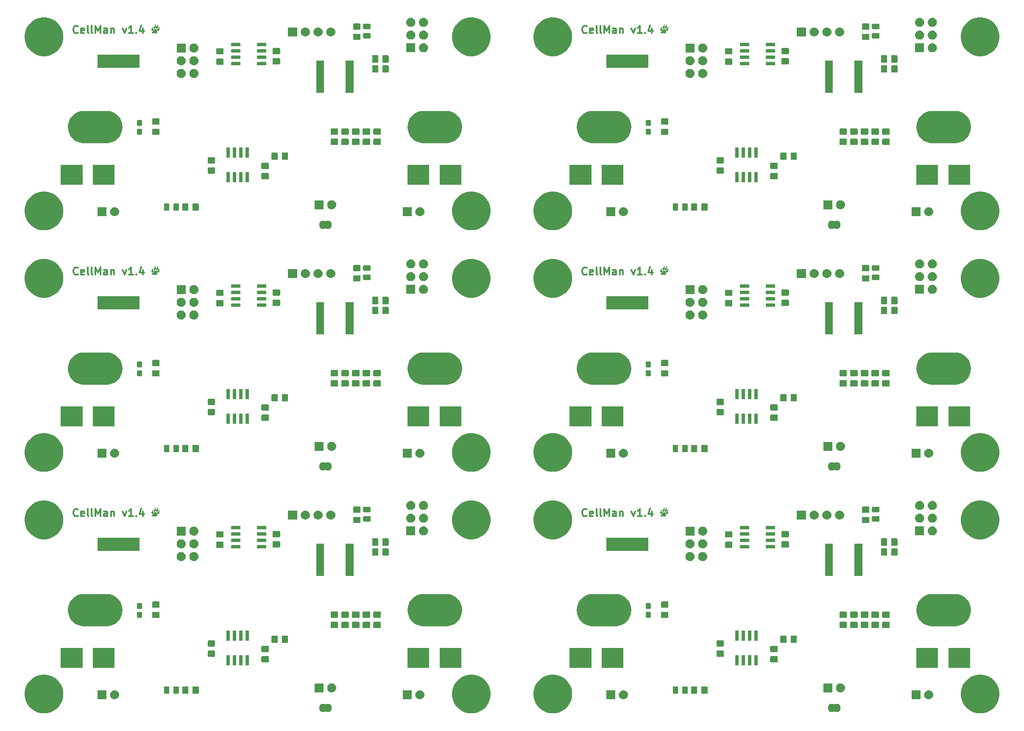
<source format=gbr>
*
%LPD*%
%LNCellMan-F_Mask*%
%FSLAX25Y25*%
%MOIN*%
%AD*%
%AD*%
%ADD19C,0.011811024*%
%ADD20C,0.003937008*%
%ADD32C,0.000393701*%
G54D20*
%SRX1Y1I0.0J0.0*%
G36*
G1X69607Y148520D2*
G1X69607Y138520D1*
G1X102107Y138520D1*
G1X102107Y148520D1*
G1X69607Y148520D1*
G37*
G1X102107Y138520D2*
G1X69607Y138520D1*
G1X69607Y148520D1*
G1X102107Y148520D1*
G1X102107Y138520D1*
G1X54137Y165908D2*
G54D19*
G1X53856Y165626D1*
G1X53012Y165345D1*
G1X52449Y165345D1*
G1X51606Y165626D1*
G1X51043Y166189D1*
G1X50762Y166751D1*
G1X50481Y167876D1*
G1X50481Y168720D1*
G1X50762Y169845D1*
G1X51043Y170407D1*
G1X51606Y170969D1*
G1X52449Y171251D1*
G1X53012Y171251D1*
G1X53856Y170969D1*
G1X54137Y170688D1*
G1X58917Y165626D2*
G1X58355Y165345D1*
G1X57230Y165345D1*
G1X56668Y165626D1*
G1X56386Y166189D1*
G1X56386Y168438D1*
G1X56668Y169001D1*
G1X57230Y169282D1*
G1X58355Y169282D1*
G1X58917Y169001D1*
G1X59199Y168438D1*
G1X59199Y167876D1*
G1X56386Y167314D1*
G1X62573Y165345D2*
G1X62011Y165626D1*
G1X61730Y166189D1*
G1X61730Y171251D1*
G1X65667Y165345D2*
G1X65104Y165626D1*
G1X64823Y166189D1*
G1X64823Y171251D1*
G1X67916Y165345D2*
G1X67916Y171251D1*
G1X69885Y167032D1*
G1X71853Y171251D1*
G1X71853Y165345D1*
G1X77196Y165345D2*
G1X77196Y168438D1*
G1X76915Y169001D1*
G1X76353Y169282D1*
G1X75228Y169282D1*
G1X74665Y169001D1*
G1X77196Y165626D2*
G1X76634Y165345D1*
G1X75228Y165345D1*
G1X74665Y165626D1*
G1X74384Y166189D1*
G1X74384Y166751D1*
G1X74665Y167314D1*
G1X75228Y167595D1*
G1X76634Y167595D1*
G1X77196Y167876D1*
G1X80008Y169282D2*
G1X80008Y165345D1*
G1X80008Y168720D2*
G1X80290Y169001D1*
G1X80852Y169282D1*
G1X81696Y169282D1*
G1X82258Y169001D1*
G1X82539Y168438D1*
G1X82539Y165345D1*
G1X89289Y169282D2*
G1X90695Y165345D1*
G1X92101Y169282D1*
G1X97444Y165345D2*
G1X94069Y165345D1*
G1X95756Y165345D2*
G1X95756Y171251D1*
G1X95194Y170407D1*
G1X94632Y169845D1*
G1X94069Y169563D1*
G1X99975Y165908D2*
G1X100256Y165626D1*
G1X99975Y165345D1*
G1X99694Y165626D1*
G1X99975Y165908D1*
G1X99975Y165345D1*
G1X105318Y169282D2*
G1X105318Y165345D1*
G1X103912Y171532D2*
G1X102506Y167314D1*
G1X106161Y167314D1*
G54D32*
G36*
G1X114595Y171562D2*
G1X114631Y171497D1*
G1X114783Y171478D1*
G1X114823Y171486D1*
G1X114919Y171539D1*
G1X114968Y171669D1*
G1X114991Y171922D1*
G1X115013Y172338D1*
G1X114804Y172005D1*
G1X114743Y171902D1*
G1X114637Y171694D1*
G1X114595Y171562D1*
G37*
G1X114991Y171922D2*
G1X114968Y171669D1*
G1X114919Y171539D1*
G1X114823Y171486D1*
G1X114783Y171478D1*
G1X114631Y171497D1*
G1X114595Y171562D1*
G1X114637Y171694D1*
G1X114743Y171902D1*
G1X114804Y172005D1*
G1X115013Y172338D1*
G1X114991Y171922D1*
G36*
G1X116428Y171505D2*
G1X116616Y171458D1*
G1X116659Y171450D1*
G1X116800Y171492D1*
G1X116884Y171665D1*
G1X116920Y171984D1*
G1X116909Y172146D1*
G1X116849Y172201D1*
G1X116745Y172104D1*
G1X116604Y171859D1*
G1X116428Y171505D1*
G37*
G1X116909Y172146D2*
G1X116920Y171984D1*
G1X116884Y171665D1*
G1X116800Y171492D1*
G1X116659Y171450D1*
G1X116616Y171458D1*
G1X116428Y171505D1*
G1X116604Y171859D1*
G1X116745Y172104D1*
G1X116849Y172201D1*
G1X116909Y172146D1*
G36*
G1X117458Y169590D2*
G1X117476Y169487D1*
G1X117620Y169463D1*
G1X117723Y169475D1*
G1X117818Y169557D1*
G1X117871Y169760D1*
G1X117874Y169777D1*
G1X117886Y170029D1*
G1X117855Y170229D1*
G1X117849Y170247D1*
G1X117802Y170332D1*
G1X117749Y170295D1*
G1X117661Y170120D1*
G1X117652Y170102D1*
G1X117548Y169856D1*
G1X117474Y169651D1*
G1X117458Y169590D1*
G37*
G1X117849Y170247D2*
G1X117855Y170229D1*
G1X117886Y170029D1*
G1X117874Y169777D1*
G1X117871Y169760D1*
G1X117818Y169557D1*
G1X117723Y169475D1*
G1X117620Y169463D1*
G1X117476Y169487D1*
G1X117458Y169590D1*
G1X117474Y169651D1*
G1X117548Y169856D1*
G1X117652Y170102D1*
G1X117661Y170120D1*
G1X117749Y170295D1*
G1X117802Y170332D1*
G1X117849Y170247D1*
G36*
G1X112555Y169609D2*
G1X112654Y169528D1*
G1X112742Y169536D1*
G1X112875Y169662D1*
G1X112969Y169898D1*
G1X113008Y170212D1*
G1X113012Y170502D1*
G1X112815Y170212D1*
G1X112720Y170065D1*
G1X112576Y169786D1*
G1X112555Y169609D1*
G37*
G1X113008Y170212D2*
G1X112969Y169898D1*
G1X112875Y169662D1*
G1X112742Y169536D1*
G1X112654Y169528D1*
G1X112555Y169609D1*
G1X112576Y169786D1*
G1X112720Y170065D1*
G1X112815Y170212D1*
G1X113012Y170502D1*
G1X113008Y170212D1*
G36*
G1X113677Y169786D2*
G1X113765Y169458D1*
G1X113777Y169436D1*
G1X113947Y169308D1*
G1X114189Y169291D1*
G1X114461Y169381D1*
G1X114721Y169573D1*
G1X114878Y169767D1*
G1X115053Y170107D1*
G1X115148Y170462D1*
G1X115141Y170768D1*
G1X115105Y170872D1*
G1X114968Y171087D1*
G1X114790Y171223D1*
G1X114618Y171240D1*
G1X114399Y171131D1*
G1X114095Y170869D1*
G1X113861Y170532D1*
G1X113715Y170157D1*
G1X113677Y169786D1*
G37*
G1X114790Y171223D2*
G1X114968Y171087D1*
G1X115105Y170872D1*
G1X115141Y170768D1*
G1X115148Y170462D1*
G1X115053Y170107D1*
G1X114878Y169767D1*
G1X114721Y169573D1*
G1X114461Y169381D1*
G1X114189Y169291D1*
G1X113947Y169308D1*
G1X113777Y169436D1*
G1X113765Y169458D1*
G1X113677Y169786D1*
G1X113715Y170157D1*
G1X113861Y170532D1*
G1X114095Y170869D1*
G1X114399Y171131D1*
G1X114618Y171240D1*
G1X114790Y171223D1*
G36*
G1X115582Y169827D2*
G1X115633Y169540D1*
G1X115780Y169343D1*
G1X115924Y169257D1*
G1X116051Y169214D1*
G1X116205Y169255D1*
G1X116437Y169408D1*
G1X116663Y169636D1*
G1X116834Y169898D1*
G1X116965Y170261D1*
G1X117005Y170608D1*
G1X116954Y170893D1*
G1X116825Y171096D1*
G1X116633Y171197D1*
G1X116391Y171173D1*
G1X116111Y171006D1*
G1X115937Y170825D1*
G1X115742Y170509D1*
G1X115622Y170163D1*
G1X115582Y169827D1*
G37*
G1X116825Y171096D2*
G1X116954Y170893D1*
G1X117005Y170608D1*
G1X116965Y170261D1*
G1X116834Y169898D1*
G1X116663Y169636D1*
G1X116437Y169408D1*
G1X116205Y169255D1*
G1X116051Y169214D1*
G1X115924Y169257D1*
G1X115780Y169343D1*
G1X115633Y169540D1*
G1X115582Y169827D1*
G1X115622Y170163D1*
G1X115742Y170509D1*
G1X115937Y170825D1*
G1X116111Y171006D1*
G1X116391Y171173D1*
G1X116633Y171197D1*
G1X116825Y171096D1*
G36*
G1X116276Y167925D2*
G1X116289Y167744D1*
G1X116393Y167594D1*
G1X116554Y167492D1*
G1X116828Y167487D1*
G1X117164Y167633D1*
G1X117243Y167684D1*
G1X117551Y167939D1*
G1X117782Y168224D1*
G1X117929Y168513D1*
G1X117988Y168782D1*
G1X117950Y169005D1*
G1X117811Y169157D1*
G1X117563Y169213D1*
G1X117282Y169154D1*
G1X116957Y168969D1*
G1X116661Y168694D1*
G1X116439Y168361D1*
G1X116356Y168179D1*
G1X116276Y167925D1*
G37*
G1X117811Y169157D2*
G1X117950Y169005D1*
G1X117988Y168782D1*
G1X117929Y168513D1*
G1X117782Y168224D1*
G1X117551Y167939D1*
G1X117243Y167684D1*
G1X117164Y167633D1*
G1X116828Y167487D1*
G1X116554Y167492D1*
G1X116393Y167594D1*
G1X116289Y167744D1*
G1X116276Y167925D1*
G1X116356Y168179D1*
G1X116439Y168361D1*
G1X116661Y168694D1*
G1X116957Y168969D1*
G1X117282Y169154D1*
G1X117563Y169213D1*
G1X117811Y169157D1*
G36*
G1X111845Y168394D2*
G1X111888Y168041D1*
G1X112039Y167733D1*
G1X112291Y167547D1*
G1X112433Y167509D1*
G1X112717Y167554D1*
G1X112990Y167766D1*
G1X113118Y167943D1*
G1X113231Y168256D1*
G1X113240Y168577D1*
G1X113157Y168871D1*
G1X112993Y169106D1*
G1X112761Y169247D1*
G1X112471Y169262D1*
G1X112380Y169239D1*
G1X112092Y169068D1*
G1X111909Y168780D1*
G1X111845Y168394D1*
G37*
G1X112761Y169247D2*
G1X112993Y169106D1*
G1X113157Y168871D1*
G1X113240Y168577D1*
G1X113231Y168256D1*
G1X113118Y167943D1*
G1X112990Y167766D1*
G1X112717Y167554D1*
G1X112433Y167509D1*
G1X112291Y167547D1*
G1X112039Y167733D1*
G1X111888Y168041D1*
G1X111845Y168394D1*
G1X111909Y168780D1*
G1X112092Y169068D1*
G1X112380Y169239D1*
G1X112471Y169262D1*
G1X112761Y169247D1*
G36*
G1X112214Y166011D2*
G1X112298Y165752D1*
G1X112363Y165671D1*
G1X112564Y165563D1*
G1X112849Y165567D1*
G1X113239Y165683D1*
G1X113345Y165723D1*
G1X113527Y165776D1*
G1X113642Y165762D1*
G1X113749Y165683D1*
G1X113928Y165570D1*
G1X114133Y165566D1*
G1X114410Y165675D1*
G1X114463Y165701D1*
G1X114624Y165756D1*
G1X114771Y165736D1*
G1X114983Y165634D1*
G1X115019Y165615D1*
G1X115301Y165516D1*
G1X115556Y165546D1*
G1X115845Y165707D1*
G1X115851Y165711D1*
G1X116115Y165988D1*
G1X116229Y166320D1*
G1X116190Y166687D1*
G1X115996Y167068D1*
G1X115894Y167238D1*
G1X115828Y167472D1*
G1X115820Y167793D1*
G1X115820Y167974D1*
G1X115795Y168216D1*
G1X115747Y168356D1*
G1X115576Y168446D1*
G1X115330Y168451D1*
G1X115078Y168371D1*
G1X115034Y168350D1*
G1X114844Y168323D1*
G1X114579Y168385D1*
G1X114254Y168451D1*
G1X113994Y168397D1*
G1X113771Y168206D1*
G1X113378Y167592D1*
G1X113112Y167259D1*
G1X112829Y166968D1*
G1X112506Y166640D1*
G1X112283Y166305D1*
G1X112214Y166011D1*
G37*
G1X115576Y168446D2*
G1X115747Y168356D1*
G1X115747Y168356D1*
G1X115795Y168216D1*
G1X115820Y167974D1*
G1X115820Y167793D1*
G1X115828Y167472D1*
G1X115894Y167238D1*
G1X115996Y167068D1*
G1X116190Y166687D1*
G1X116229Y166320D1*
G1X116115Y165988D1*
G1X115851Y165711D1*
G1X115845Y165707D1*
G1X115556Y165546D1*
G1X115301Y165516D1*
G1X115019Y165615D1*
G1X114983Y165634D1*
G1X114771Y165736D1*
G1X114624Y165756D1*
G1X114463Y165701D1*
G1X114410Y165675D1*
G1X114133Y165566D1*
G1X113928Y165570D1*
G1X113749Y165683D1*
G1X113642Y165762D1*
G1X113527Y165776D1*
G1X113345Y165723D1*
G1X113239Y165683D1*
G1X112849Y165567D1*
G1X112564Y165563D1*
G1X112363Y165671D1*
G1X112298Y165752D1*
G1X112214Y166011D1*
G1X112283Y166305D1*
G1X112506Y166640D1*
G1X112829Y166968D1*
G1X113112Y167259D1*
G1X113378Y167592D1*
G1X113553Y167866D1*
G1X113771Y168206D1*
G1X113994Y168397D1*
G1X114254Y168451D1*
G1X114579Y168385D1*
G1X114579Y168385D1*
G1X114844Y168323D1*
G1X115034Y168350D1*
G1X115078Y168371D1*
G1X115330Y168451D1*
G1X115576Y168446D1*
G54D20*
G36*
G1X12208Y24079D2*
G1X12792Y21143D1*
G1X13938Y18376D1*
G1X15601Y15887D1*
G1X17718Y13769D1*
G1X20208Y12106D1*
G1X22974Y10960D1*
G1X25911Y10376D1*
G1X28906Y10376D1*
G1X31842Y10960D1*
G1X34609Y12106D1*
G1X37098Y13769D1*
G1X39216Y15887D1*
G1X40879Y18376D1*
G1X42025Y21143D1*
G1X42609Y24079D1*
G1X42609Y27074D1*
G1X42025Y30011D1*
G1X40879Y32777D1*
G1X39216Y35267D1*
G1X37098Y37384D1*
G1X34609Y39047D1*
G1X31842Y40193D1*
G1X28906Y40777D1*
G1X25911Y40777D1*
G1X22974Y40193D1*
G1X20208Y39047D1*
G1X17718Y37384D1*
G1X15601Y35267D1*
G1X13938Y32777D1*
G1X12792Y30011D1*
G1X12208Y27074D1*
G1X12208Y24079D1*
G37*
G36*
G1X348188Y24079D2*
G1X348772Y21143D1*
G1X349918Y18376D1*
G1X351581Y15887D1*
G1X353698Y13769D1*
G1X356188Y12106D1*
G1X358954Y10960D1*
G1X361891Y10376D1*
G1X364886Y10376D1*
G1X367822Y10960D1*
G1X370589Y12106D1*
G1X373078Y13769D1*
G1X375196Y15887D1*
G1X376859Y18376D1*
G1X378005Y21143D1*
G1X378589Y24079D1*
G1X378589Y27074D1*
G1X378005Y30011D1*
G1X376859Y32777D1*
G1X375196Y35267D1*
G1X373078Y37384D1*
G1X370589Y39047D1*
G1X367822Y40193D1*
G1X364886Y40777D1*
G1X361891Y40777D1*
G1X358954Y40193D1*
G1X356188Y39047D1*
G1X353698Y37384D1*
G1X351581Y35267D1*
G1X349918Y32777D1*
G1X348772Y30011D1*
G1X348188Y27074D1*
G1X348188Y24079D1*
G37*
G36*
G1X243964Y13721D2*
G1X243971Y13649D1*
G1X243973Y13601D1*
G1X243973Y13528D1*
G1X243982Y13441D1*
G1X244048Y13110D1*
G1X244073Y13025D1*
G1X244202Y12713D1*
G1X244244Y12636D1*
G1X244432Y12355D1*
G1X244487Y12287D1*
G1X244726Y12048D1*
G1X244794Y11992D1*
G1X245075Y11805D1*
G1X245153Y11763D1*
G1X245464Y11634D1*
G1X245549Y11608D1*
G1X245880Y11543D1*
G1X245968Y11534D1*
G1X246040Y11534D1*
G1X246088Y11532D1*
G1X246161Y11524D1*
G1X248081Y11524D1*
G1X248144Y11531D1*
G1X248182Y11542D1*
G1X248217Y11561D1*
G1X248248Y11586D1*
G1X248288Y11635D1*
G1X248315Y11676D1*
G1X248383Y11744D1*
G1X248463Y11798D1*
G1X248553Y11834D1*
G1X248647Y11853D1*
G1X248744Y11853D1*
G1X248838Y11834D1*
G1X248927Y11798D1*
G1X249008Y11744D1*
G1X249076Y11676D1*
G1X249103Y11635D1*
G1X249143Y11586D1*
G1X249174Y11561D1*
G1X249209Y11542D1*
G1X249247Y11531D1*
G1X249310Y11524D1*
G1X251230Y11524D1*
G1X251303Y11532D1*
G1X251351Y11534D1*
G1X251423Y11534D1*
G1X251511Y11543D1*
G1X251842Y11608D1*
G1X251926Y11634D1*
G1X252238Y11763D1*
G1X252316Y11805D1*
G1X252597Y11992D1*
G1X252665Y12048D1*
G1X252903Y12287D1*
G1X252959Y12355D1*
G1X253147Y12636D1*
G1X253188Y12713D1*
G1X253318Y13025D1*
G1X253343Y13110D1*
G1X253409Y13441D1*
G1X253418Y13528D1*
G1X253418Y13601D1*
G1X253420Y13649D1*
G1X253427Y13721D1*
G1X253427Y15641D1*
G1X253420Y15714D1*
G1X253418Y15762D1*
G1X253418Y15834D1*
G1X253409Y15922D1*
G1X253343Y16253D1*
G1X253318Y16338D1*
G1X253188Y16649D1*
G1X253147Y16727D1*
G1X252959Y17008D1*
G1X252903Y17076D1*
G1X252665Y17315D1*
G1X252597Y17370D1*
G1X252316Y17558D1*
G1X252238Y17600D1*
G1X251926Y17729D1*
G1X251842Y17754D1*
G1X251511Y17820D1*
G1X251423Y17829D1*
G1X251351Y17829D1*
G1X251303Y17831D1*
G1X251230Y17838D1*
G1X249310Y17838D1*
G1X249247Y17832D1*
G1X249209Y17821D1*
G1X249174Y17802D1*
G1X249143Y17777D1*
G1X249103Y17728D1*
G1X249076Y17687D1*
G1X249008Y17619D1*
G1X248927Y17565D1*
G1X248838Y17528D1*
G1X248744Y17509D1*
G1X248647Y17509D1*
G1X248553Y17528D1*
G1X248463Y17565D1*
G1X248383Y17619D1*
G1X248315Y17687D1*
G1X248288Y17728D1*
G1X248248Y17777D1*
G1X248217Y17802D1*
G1X248182Y17821D1*
G1X248144Y17832D1*
G1X248081Y17838D1*
G1X246161Y17838D1*
G1X246088Y17831D1*
G1X246040Y17829D1*
G1X245968Y17829D1*
G1X245880Y17820D1*
G1X245549Y17754D1*
G1X245464Y17729D1*
G1X245153Y17600D1*
G1X245075Y17558D1*
G1X244794Y17370D1*
G1X244726Y17315D1*
G1X244487Y17076D1*
G1X244432Y17008D1*
G1X244244Y16727D1*
G1X244202Y16649D1*
G1X244073Y16338D1*
G1X244048Y16253D1*
G1X243982Y15922D1*
G1X243973Y15834D1*
G1X243973Y15762D1*
G1X243971Y15714D1*
G1X243964Y15641D1*
G1X243964Y13721D1*
G37*
G36*
G1X309341Y28524D2*
G1X309341Y21429D1*
G1X316436Y21429D1*
G1X316436Y28524D1*
G1X309341Y28524D1*
G37*
G36*
G1X79324Y24977D2*
G1X79392Y24281D1*
G1X79595Y23613D1*
G1X79925Y22996D1*
G1X80368Y22456D1*
G1X80908Y22013D1*
G1X81524Y21684D1*
G1X82193Y21481D1*
G1X82714Y21429D1*
G1X83063Y21429D1*
G1X83584Y21481D1*
G1X84252Y21684D1*
G1X84869Y22013D1*
G1X85409Y22456D1*
G1X85852Y22996D1*
G1X86181Y23613D1*
G1X86384Y24281D1*
G1X86453Y24977D1*
G1X86384Y25672D1*
G1X86181Y26341D1*
G1X85852Y26957D1*
G1X85409Y27497D1*
G1X84869Y27940D1*
G1X84252Y28270D1*
G1X83584Y28473D1*
G1X83063Y28524D1*
G1X82714Y28524D1*
G1X82193Y28473D1*
G1X81524Y28270D1*
G1X80908Y27940D1*
G1X80368Y27497D1*
G1X79925Y26957D1*
G1X79595Y26341D1*
G1X79392Y25672D1*
G1X79324Y24977D1*
G37*
G36*
G1X69341Y28524D2*
G1X69341Y21429D1*
G1X76436Y21429D1*
G1X76436Y28524D1*
G1X69341Y28524D1*
G37*
G36*
G1X319324Y24977D2*
G1X319392Y24281D1*
G1X319595Y23613D1*
G1X319925Y22996D1*
G1X320368Y22456D1*
G1X320908Y22013D1*
G1X321524Y21684D1*
G1X322193Y21481D1*
G1X322714Y21429D1*
G1X323063Y21429D1*
G1X323584Y21481D1*
G1X324252Y21684D1*
G1X324869Y22013D1*
G1X325409Y22456D1*
G1X325852Y22996D1*
G1X326181Y23613D1*
G1X326384Y24281D1*
G1X326453Y24977D1*
G1X326384Y25672D1*
G1X326181Y26341D1*
G1X325852Y26957D1*
G1X325409Y27497D1*
G1X324869Y27940D1*
G1X324252Y28270D1*
G1X323584Y28473D1*
G1X323063Y28524D1*
G1X322714Y28524D1*
G1X322193Y28473D1*
G1X321524Y28270D1*
G1X320908Y27940D1*
G1X320368Y27497D1*
G1X319925Y26957D1*
G1X319595Y26341D1*
G1X319392Y25672D1*
G1X319324Y24977D1*
G37*
G36*
G1X136026Y26550D2*
G1X136044Y26372D1*
G1X136089Y26223D1*
G1X136162Y26086D1*
G1X136260Y25967D1*
G1X136380Y25868D1*
G1X136517Y25795D1*
G1X136665Y25750D1*
G1X136844Y25733D1*
G1X140138Y25733D1*
G1X140316Y25750D1*
G1X140465Y25795D1*
G1X140601Y25868D1*
G1X140721Y25967D1*
G1X140820Y26086D1*
G1X140893Y26223D1*
G1X140938Y26372D1*
G1X140955Y26550D1*
G1X140955Y30828D1*
G1X140938Y31007D1*
G1X140893Y31155D1*
G1X140820Y31292D1*
G1X140721Y31412D1*
G1X140601Y31510D1*
G1X140465Y31583D1*
G1X140316Y31628D1*
G1X140138Y31646D1*
G1X136844Y31646D1*
G1X136665Y31628D1*
G1X136517Y31583D1*
G1X136380Y31510D1*
G1X136260Y31412D1*
G1X136162Y31292D1*
G1X136089Y31155D1*
G1X136044Y31007D1*
G1X136026Y30828D1*
G1X136026Y26550D1*
G37*
G36*
G1X121754Y26571D2*
G1X121772Y26388D1*
G1X121819Y26236D1*
G1X121894Y26096D1*
G1X121995Y25973D1*
G1X122118Y25872D1*
G1X122258Y25797D1*
G1X122410Y25751D1*
G1X122593Y25733D1*
G1X125156Y25733D1*
G1X125339Y25751D1*
G1X125491Y25797D1*
G1X125632Y25872D1*
G1X125755Y25973D1*
G1X125855Y26096D1*
G1X125930Y26236D1*
G1X125977Y26388D1*
G1X125995Y26571D1*
G1X125995Y30808D1*
G1X125977Y30990D1*
G1X125930Y31143D1*
G1X125855Y31283D1*
G1X125755Y31406D1*
G1X125632Y31507D1*
G1X125491Y31582D1*
G1X125339Y31628D1*
G1X125156Y31646D1*
G1X122593Y31646D1*
G1X122410Y31628D1*
G1X122258Y31582D1*
G1X122118Y31507D1*
G1X121995Y31406D1*
G1X121894Y31283D1*
G1X121819Y31143D1*
G1X121772Y30990D1*
G1X121754Y30808D1*
G1X121754Y26571D1*
G37*
G36*
G1X144097Y26550D2*
G1X144115Y26372D1*
G1X144160Y26223D1*
G1X144233Y26086D1*
G1X144331Y25967D1*
G1X144451Y25868D1*
G1X144588Y25795D1*
G1X144736Y25750D1*
G1X144915Y25733D1*
G1X148209Y25733D1*
G1X148387Y25750D1*
G1X148535Y25795D1*
G1X148672Y25868D1*
G1X148792Y25967D1*
G1X148890Y26086D1*
G1X148964Y26223D1*
G1X149009Y26372D1*
G1X149026Y26550D1*
G1X149026Y30828D1*
G1X149009Y31007D1*
G1X148964Y31155D1*
G1X148890Y31292D1*
G1X148792Y31412D1*
G1X148672Y31510D1*
G1X148535Y31583D1*
G1X148387Y31628D1*
G1X148209Y31646D1*
G1X144915Y31646D1*
G1X144736Y31628D1*
G1X144588Y31583D1*
G1X144451Y31510D1*
G1X144331Y31412D1*
G1X144233Y31292D1*
G1X144160Y31155D1*
G1X144115Y31007D1*
G1X144097Y30828D1*
G1X144097Y26550D1*
G37*
G36*
G1X129136Y26571D2*
G1X129154Y26388D1*
G1X129201Y26236D1*
G1X129276Y26096D1*
G1X129376Y25973D1*
G1X129499Y25872D1*
G1X129640Y25797D1*
G1X129792Y25751D1*
G1X129975Y25733D1*
G1X132538Y25733D1*
G1X132721Y25751D1*
G1X132873Y25797D1*
G1X133013Y25872D1*
G1X133136Y25973D1*
G1X133237Y26096D1*
G1X133312Y26236D1*
G1X133359Y26388D1*
G1X133377Y26571D1*
G1X133377Y30808D1*
G1X133359Y30990D1*
G1X133312Y31143D1*
G1X133237Y31283D1*
G1X133136Y31406D1*
G1X133013Y31507D1*
G1X132873Y31582D1*
G1X132721Y31628D1*
G1X132538Y31646D1*
G1X129975Y31646D1*
G1X129792Y31628D1*
G1X129640Y31582D1*
G1X129499Y31507D1*
G1X129376Y31406D1*
G1X129276Y31283D1*
G1X129201Y31143D1*
G1X129154Y30990D1*
G1X129136Y30808D1*
G1X129136Y26571D1*
G37*
G36*
G1X250013Y30429D2*
G1X250081Y29734D1*
G1X250284Y29065D1*
G1X250614Y28449D1*
G1X251057Y27909D1*
G1X251597Y27466D1*
G1X252213Y27136D1*
G1X252882Y26934D1*
G1X253403Y26882D1*
G1X253752Y26882D1*
G1X254273Y26934D1*
G1X254941Y27136D1*
G1X255558Y27466D1*
G1X256098Y27909D1*
G1X256541Y28449D1*
G1X256870Y29065D1*
G1X257073Y29734D1*
G1X257142Y30429D1*
G1X257073Y31125D1*
G1X256870Y31793D1*
G1X256541Y32410D1*
G1X256098Y32950D1*
G1X255558Y33393D1*
G1X254941Y33722D1*
G1X254273Y33925D1*
G1X253752Y33977D1*
G1X253403Y33977D1*
G1X252882Y33925D1*
G1X252213Y33722D1*
G1X251597Y33393D1*
G1X251057Y32950D1*
G1X250614Y32410D1*
G1X250284Y31793D1*
G1X250081Y31125D1*
G1X250013Y30429D1*
G37*
G36*
G1X240030Y33977D2*
G1X240030Y26882D1*
G1X247125Y26882D1*
G1X247125Y33977D1*
G1X240030Y33977D1*
G37*
G36*
G1X65798Y61654D2*
G1X65798Y46252D1*
G1X82892Y46252D1*
G1X82892Y61654D1*
G1X65798Y61654D1*
G37*
G36*
G1X338396Y61654D2*
G1X338396Y46252D1*
G1X355491Y46252D1*
G1X355491Y61654D1*
G1X338396Y61654D1*
G37*
G36*
G1X313239Y61654D2*
G1X313239Y46252D1*
G1X330333Y46252D1*
G1X330333Y61654D1*
G1X313239Y61654D1*
G37*
G36*
G1X40640Y61654D2*
G1X40640Y46252D1*
G1X57735Y46252D1*
G1X57735Y61654D1*
G1X40640Y61654D1*
G37*
G36*
G1X185906Y48462D2*
G1X185917Y48352D1*
G1X185943Y48269D1*
G1X185983Y48192D1*
G1X186038Y48125D1*
G1X186106Y48070D1*
G1X186182Y48029D1*
G1X186265Y48004D1*
G1X186376Y47993D1*
G1X188201Y47993D1*
G1X188312Y48004D1*
G1X188395Y48029D1*
G1X188471Y48070D1*
G1X188538Y48125D1*
G1X188593Y48192D1*
G1X188634Y48269D1*
G1X188659Y48352D1*
G1X188670Y48462D1*
G1X188670Y55603D1*
G1X188659Y55713D1*
G1X188634Y55796D1*
G1X188593Y55873D1*
G1X188538Y55940D1*
G1X188471Y55995D1*
G1X188395Y56036D1*
G1X188312Y56061D1*
G1X188201Y56072D1*
G1X186376Y56072D1*
G1X186265Y56061D1*
G1X186182Y56036D1*
G1X186106Y55995D1*
G1X186038Y55940D1*
G1X185983Y55873D1*
G1X185943Y55796D1*
G1X185917Y55713D1*
G1X185906Y55603D1*
G1X185906Y48462D1*
G37*
G36*
G1X180906Y48462D2*
G1X180917Y48352D1*
G1X180943Y48269D1*
G1X180983Y48192D1*
G1X181038Y48125D1*
G1X181106Y48070D1*
G1X181182Y48029D1*
G1X181265Y48004D1*
G1X181376Y47993D1*
G1X183201Y47993D1*
G1X183312Y48004D1*
G1X183395Y48029D1*
G1X183471Y48070D1*
G1X183538Y48125D1*
G1X183593Y48192D1*
G1X183634Y48269D1*
G1X183659Y48352D1*
G1X183670Y48462D1*
G1X183670Y55603D1*
G1X183659Y55713D1*
G1X183634Y55796D1*
G1X183593Y55873D1*
G1X183538Y55940D1*
G1X183471Y55995D1*
G1X183395Y56036D1*
G1X183312Y56061D1*
G1X183201Y56072D1*
G1X181376Y56072D1*
G1X181265Y56061D1*
G1X181182Y56036D1*
G1X181106Y55995D1*
G1X181038Y55940D1*
G1X180983Y55873D1*
G1X180943Y55796D1*
G1X180917Y55713D1*
G1X180906Y55603D1*
G1X180906Y48462D1*
G37*
G36*
G1X170906Y48462D2*
G1X170917Y48352D1*
G1X170943Y48269D1*
G1X170983Y48192D1*
G1X171038Y48125D1*
G1X171106Y48070D1*
G1X171182Y48029D1*
G1X171265Y48004D1*
G1X171376Y47993D1*
G1X173201Y47993D1*
G1X173312Y48004D1*
G1X173395Y48029D1*
G1X173471Y48070D1*
G1X173538Y48125D1*
G1X173593Y48192D1*
G1X173634Y48269D1*
G1X173659Y48352D1*
G1X173670Y48462D1*
G1X173670Y55603D1*
G1X173659Y55713D1*
G1X173634Y55796D1*
G1X173593Y55873D1*
G1X173538Y55940D1*
G1X173471Y55995D1*
G1X173395Y56036D1*
G1X173312Y56061D1*
G1X173201Y56072D1*
G1X171376Y56072D1*
G1X171265Y56061D1*
G1X171182Y56036D1*
G1X171106Y55995D1*
G1X171038Y55940D1*
G1X170983Y55873D1*
G1X170943Y55796D1*
G1X170917Y55713D1*
G1X170906Y55603D1*
G1X170906Y48462D1*
G37*
G36*
G1X175906Y48462D2*
G1X175917Y48352D1*
G1X175943Y48269D1*
G1X175983Y48192D1*
G1X176038Y48125D1*
G1X176105Y48070D1*
G1X176182Y48029D1*
G1X176265Y48004D1*
G1X176376Y47993D1*
G1X178201Y47993D1*
G1X178312Y48004D1*
G1X178395Y48029D1*
G1X178471Y48070D1*
G1X178538Y48125D1*
G1X178593Y48192D1*
G1X178634Y48269D1*
G1X178659Y48352D1*
G1X178670Y48462D1*
G1X178670Y55603D1*
G1X178659Y55713D1*
G1X178634Y55796D1*
G1X178593Y55873D1*
G1X178538Y55940D1*
G1X178471Y55995D1*
G1X178395Y56036D1*
G1X178312Y56061D1*
G1X178201Y56072D1*
G1X176376Y56072D1*
G1X176265Y56061D1*
G1X176182Y56036D1*
G1X176105Y55995D1*
G1X176038Y55940D1*
G1X175983Y55873D1*
G1X175943Y55796D1*
G1X175917Y55713D1*
G1X175906Y55603D1*
G1X175906Y48462D1*
G37*
G36*
G1X198332Y51294D2*
G1X198349Y51116D1*
G1X198394Y50967D1*
G1X198467Y50831D1*
G1X198566Y50711D1*
G1X198686Y50612D1*
G1X198822Y50539D1*
G1X198971Y50494D1*
G1X199149Y50477D1*
G1X203427Y50477D1*
G1X203606Y50494D1*
G1X203754Y50539D1*
G1X203891Y50612D1*
G1X204011Y50711D1*
G1X204109Y50831D1*
G1X204182Y50967D1*
G1X204227Y51116D1*
G1X204245Y51294D1*
G1X204245Y54588D1*
G1X204227Y54767D1*
G1X204182Y54915D1*
G1X204109Y55052D1*
G1X204011Y55172D1*
G1X203891Y55270D1*
G1X203754Y55343D1*
G1X203606Y55388D1*
G1X203427Y55406D1*
G1X199149Y55406D1*
G1X198971Y55388D1*
G1X198822Y55343D1*
G1X198686Y55270D1*
G1X198566Y55172D1*
G1X198467Y55052D1*
G1X198394Y54915D1*
G1X198349Y54767D1*
G1X198332Y54588D1*
G1X198332Y51294D1*
G37*
G36*
G1X156082Y55694D2*
G1X156099Y55516D1*
G1X156144Y55367D1*
G1X156217Y55231D1*
G1X156316Y55111D1*
G1X156436Y55012D1*
G1X156572Y54939D1*
G1X156721Y54894D1*
G1X156899Y54877D1*
G1X161177Y54877D1*
G1X161356Y54894D1*
G1X161504Y54939D1*
G1X161641Y55012D1*
G1X161761Y55111D1*
G1X161859Y55231D1*
G1X161932Y55367D1*
G1X161977Y55516D1*
G1X161995Y55694D1*
G1X161995Y58988D1*
G1X161977Y59167D1*
G1X161932Y59315D1*
G1X161859Y59452D1*
G1X161761Y59572D1*
G1X161641Y59670D1*
G1X161504Y59743D1*
G1X161356Y59788D1*
G1X161177Y59806D1*
G1X156899Y59806D1*
G1X156721Y59788D1*
G1X156572Y59743D1*
G1X156436Y59670D1*
G1X156316Y59572D1*
G1X156217Y59452D1*
G1X156144Y59315D1*
G1X156099Y59167D1*
G1X156082Y58988D1*
G1X156082Y55694D1*
G37*
G36*
G1X198332Y59365D2*
G1X198349Y59187D1*
G1X198394Y59038D1*
G1X198467Y58901D1*
G1X198566Y58782D1*
G1X198686Y58683D1*
G1X198822Y58610D1*
G1X198971Y58565D1*
G1X199149Y58548D1*
G1X203427Y58548D1*
G1X203606Y58565D1*
G1X203754Y58610D1*
G1X203891Y58683D1*
G1X204011Y58782D1*
G1X204109Y58901D1*
G1X204182Y59038D1*
G1X204227Y59187D1*
G1X204245Y59365D1*
G1X204245Y62659D1*
G1X204227Y62838D1*
G1X204182Y62986D1*
G1X204109Y63123D1*
G1X204011Y63243D1*
G1X203891Y63341D1*
G1X203754Y63414D1*
G1X203606Y63459D1*
G1X203427Y63477D1*
G1X199149Y63477D1*
G1X198971Y63459D1*
G1X198822Y63414D1*
G1X198686Y63341D1*
G1X198566Y63243D1*
G1X198467Y63123D1*
G1X198394Y62986D1*
G1X198349Y62838D1*
G1X198332Y62659D1*
G1X198332Y59365D1*
G37*
G36*
G1X156082Y63765D2*
G1X156099Y63587D1*
G1X156144Y63438D1*
G1X156217Y63301D1*
G1X156316Y63182D1*
G1X156436Y63083D1*
G1X156572Y63010D1*
G1X156721Y62965D1*
G1X156899Y62948D1*
G1X161177Y62948D1*
G1X161356Y62965D1*
G1X161504Y63010D1*
G1X161641Y63083D1*
G1X161761Y63182D1*
G1X161859Y63301D1*
G1X161932Y63438D1*
G1X161977Y63587D1*
G1X161995Y63765D1*
G1X161995Y67059D1*
G1X161977Y67238D1*
G1X161932Y67386D1*
G1X161859Y67523D1*
G1X161761Y67643D1*
G1X161641Y67741D1*
G1X161504Y67814D1*
G1X161356Y67859D1*
G1X161177Y67877D1*
G1X156899Y67877D1*
G1X156721Y67859D1*
G1X156572Y67814D1*
G1X156436Y67741D1*
G1X156316Y67643D1*
G1X156217Y67523D1*
G1X156144Y67386D1*
G1X156099Y67238D1*
G1X156082Y67059D1*
G1X156082Y63765D1*
G37*
G36*
G1X206288Y66488D2*
G1X206306Y66309D1*
G1X206351Y66161D1*
G1X206424Y66024D1*
G1X206522Y65904D1*
G1X206642Y65806D1*
G1X206779Y65733D1*
G1X206927Y65688D1*
G1X207106Y65670D1*
G1X210400Y65670D1*
G1X210578Y65688D1*
G1X210727Y65733D1*
G1X210864Y65806D1*
G1X210983Y65904D1*
G1X211082Y66024D1*
G1X211155Y66161D1*
G1X211200Y66309D1*
G1X211217Y66488D1*
G1X211217Y70766D1*
G1X211200Y70944D1*
G1X211155Y71093D1*
G1X211082Y71229D1*
G1X210983Y71349D1*
G1X210864Y71448D1*
G1X210727Y71521D1*
G1X210578Y71566D1*
G1X210400Y71583D1*
G1X207106Y71583D1*
G1X206927Y71566D1*
G1X206779Y71521D1*
G1X206642Y71448D1*
G1X206522Y71349D1*
G1X206424Y71229D1*
G1X206351Y71093D1*
G1X206306Y70944D1*
G1X206288Y70766D1*
G1X206288Y66488D1*
G37*
G36*
G1X214359Y66488D2*
G1X214377Y66309D1*
G1X214422Y66161D1*
G1X214495Y66024D1*
G1X214593Y65904D1*
G1X214713Y65806D1*
G1X214850Y65733D1*
G1X214998Y65688D1*
G1X215177Y65670D1*
G1X218471Y65670D1*
G1X218649Y65688D1*
G1X218798Y65733D1*
G1X218934Y65806D1*
G1X219054Y65904D1*
G1X219153Y66024D1*
G1X219226Y66161D1*
G1X219271Y66309D1*
G1X219288Y66488D1*
G1X219288Y70766D1*
G1X219271Y70944D1*
G1X219226Y71093D1*
G1X219153Y71229D1*
G1X219054Y71349D1*
G1X218934Y71448D1*
G1X218798Y71521D1*
G1X218649Y71566D1*
G1X218471Y71583D1*
G1X215177Y71583D1*
G1X214998Y71566D1*
G1X214850Y71521D1*
G1X214713Y71448D1*
G1X214593Y71349D1*
G1X214495Y71229D1*
G1X214422Y71093D1*
G1X214377Y70944D1*
G1X214359Y70766D1*
G1X214359Y66488D1*
G37*
G36*
G1X185906Y67950D2*
G1X185917Y67840D1*
G1X185943Y67757D1*
G1X185983Y67680D1*
G1X186038Y67613D1*
G1X186106Y67558D1*
G1X186182Y67517D1*
G1X186265Y67492D1*
G1X186376Y67481D1*
G1X188201Y67481D1*
G1X188312Y67492D1*
G1X188395Y67517D1*
G1X188471Y67558D1*
G1X188538Y67613D1*
G1X188593Y67680D1*
G1X188634Y67757D1*
G1X188659Y67840D1*
G1X188670Y67950D1*
G1X188670Y75091D1*
G1X188659Y75202D1*
G1X188634Y75285D1*
G1X188593Y75361D1*
G1X188538Y75428D1*
G1X188471Y75483D1*
G1X188395Y75524D1*
G1X188312Y75549D1*
G1X188201Y75560D1*
G1X186376Y75560D1*
G1X186265Y75549D1*
G1X186182Y75524D1*
G1X186106Y75483D1*
G1X186038Y75428D1*
G1X185983Y75361D1*
G1X185943Y75285D1*
G1X185917Y75202D1*
G1X185906Y75091D1*
G1X185906Y67950D1*
G37*
G36*
G1X175906Y67950D2*
G1X175917Y67840D1*
G1X175943Y67757D1*
G1X175983Y67680D1*
G1X176038Y67613D1*
G1X176105Y67558D1*
G1X176182Y67517D1*
G1X176265Y67492D1*
G1X176376Y67481D1*
G1X178201Y67481D1*
G1X178312Y67492D1*
G1X178395Y67517D1*
G1X178471Y67558D1*
G1X178538Y67613D1*
G1X178593Y67680D1*
G1X178634Y67757D1*
G1X178659Y67840D1*
G1X178670Y67950D1*
G1X178670Y75091D1*
G1X178659Y75202D1*
G1X178634Y75285D1*
G1X178593Y75361D1*
G1X178538Y75428D1*
G1X178471Y75483D1*
G1X178395Y75524D1*
G1X178312Y75549D1*
G1X178201Y75560D1*
G1X176376Y75560D1*
G1X176265Y75549D1*
G1X176182Y75524D1*
G1X176105Y75483D1*
G1X176038Y75428D1*
G1X175983Y75361D1*
G1X175943Y75285D1*
G1X175917Y75202D1*
G1X175906Y75091D1*
G1X175906Y67950D1*
G37*
G36*
G1X170906Y67950D2*
G1X170917Y67840D1*
G1X170943Y67757D1*
G1X170983Y67680D1*
G1X171038Y67613D1*
G1X171106Y67558D1*
G1X171182Y67517D1*
G1X171265Y67492D1*
G1X171376Y67481D1*
G1X173201Y67481D1*
G1X173312Y67492D1*
G1X173395Y67517D1*
G1X173471Y67558D1*
G1X173538Y67613D1*
G1X173593Y67680D1*
G1X173634Y67757D1*
G1X173659Y67840D1*
G1X173670Y67950D1*
G1X173670Y75091D1*
G1X173659Y75202D1*
G1X173634Y75285D1*
G1X173593Y75361D1*
G1X173538Y75428D1*
G1X173471Y75483D1*
G1X173395Y75524D1*
G1X173312Y75549D1*
G1X173201Y75560D1*
G1X171376Y75560D1*
G1X171265Y75549D1*
G1X171182Y75524D1*
G1X171106Y75483D1*
G1X171038Y75428D1*
G1X170983Y75361D1*
G1X170943Y75285D1*
G1X170917Y75202D1*
G1X170906Y75091D1*
G1X170906Y67950D1*
G37*
G36*
G1X180906Y67950D2*
G1X180917Y67840D1*
G1X180943Y67757D1*
G1X180983Y67680D1*
G1X181038Y67613D1*
G1X181106Y67558D1*
G1X181182Y67517D1*
G1X181265Y67492D1*
G1X181376Y67481D1*
G1X183201Y67481D1*
G1X183312Y67492D1*
G1X183395Y67517D1*
G1X183471Y67558D1*
G1X183538Y67613D1*
G1X183593Y67680D1*
G1X183634Y67757D1*
G1X183659Y67840D1*
G1X183670Y67950D1*
G1X183670Y75091D1*
G1X183659Y75202D1*
G1X183634Y75285D1*
G1X183593Y75361D1*
G1X183538Y75428D1*
G1X183471Y75483D1*
G1X183395Y75524D1*
G1X183312Y75549D1*
G1X183201Y75560D1*
G1X181376Y75560D1*
G1X181265Y75549D1*
G1X181182Y75524D1*
G1X181106Y75483D1*
G1X181038Y75428D1*
G1X180983Y75361D1*
G1X180943Y75285D1*
G1X180917Y75202D1*
G1X180906Y75091D1*
G1X180906Y67950D1*
G37*
G36*
G1X286332Y78294D2*
G1X286349Y78116D1*
G1X286394Y77967D1*
G1X286467Y77831D1*
G1X286566Y77711D1*
G1X286686Y77612D1*
G1X286822Y77539D1*
G1X286971Y77494D1*
G1X287149Y77477D1*
G1X291427Y77477D1*
G1X291606Y77494D1*
G1X291754Y77539D1*
G1X291891Y77612D1*
G1X292011Y77711D1*
G1X292109Y77831D1*
G1X292182Y77967D1*
G1X292227Y78116D1*
G1X292245Y78294D1*
G1X292245Y81588D1*
G1X292227Y81767D1*
G1X292182Y81915D1*
G1X292109Y82052D1*
G1X292011Y82172D1*
G1X291891Y82270D1*
G1X291754Y82343D1*
G1X291606Y82388D1*
G1X291427Y82406D1*
G1X287149Y82406D1*
G1X286971Y82388D1*
G1X286822Y82343D1*
G1X286686Y82270D1*
G1X286566Y82172D1*
G1X286467Y82052D1*
G1X286394Y81915D1*
G1X286349Y81767D1*
G1X286332Y81588D1*
G1X286332Y78294D1*
G37*
G36*
G1X261094Y78294D2*
G1X261112Y78116D1*
G1X261157Y77967D1*
G1X261230Y77831D1*
G1X261328Y77711D1*
G1X261448Y77612D1*
G1X261585Y77539D1*
G1X261733Y77494D1*
G1X261912Y77477D1*
G1X266190Y77477D1*
G1X266368Y77494D1*
G1X266517Y77539D1*
G1X266654Y77612D1*
G1X266773Y77711D1*
G1X266872Y77831D1*
G1X266945Y77967D1*
G1X266990Y78116D1*
G1X267008Y78294D1*
G1X267008Y81588D1*
G1X266990Y81767D1*
G1X266945Y81915D1*
G1X266872Y82052D1*
G1X266773Y82172D1*
G1X266654Y82270D1*
G1X266517Y82343D1*
G1X266368Y82388D1*
G1X266190Y82406D1*
G1X261912Y82406D1*
G1X261733Y82388D1*
G1X261585Y82343D1*
G1X261448Y82270D1*
G1X261328Y82172D1*
G1X261230Y82052D1*
G1X261157Y81915D1*
G1X261112Y81767D1*
G1X261094Y81588D1*
G1X261094Y78294D1*
G37*
G36*
G1X269507Y78294D2*
G1X269524Y78116D1*
G1X269569Y77967D1*
G1X269642Y77831D1*
G1X269741Y77711D1*
G1X269861Y77612D1*
G1X269997Y77539D1*
G1X270146Y77494D1*
G1X270324Y77477D1*
G1X274602Y77477D1*
G1X274781Y77494D1*
G1X274929Y77539D1*
G1X275066Y77612D1*
G1X275186Y77711D1*
G1X275284Y77831D1*
G1X275357Y77967D1*
G1X275402Y78116D1*
G1X275420Y78294D1*
G1X275420Y81588D1*
G1X275402Y81767D1*
G1X275357Y81915D1*
G1X275284Y82052D1*
G1X275186Y82172D1*
G1X275066Y82270D1*
G1X274929Y82343D1*
G1X274781Y82388D1*
G1X274602Y82406D1*
G1X270324Y82406D1*
G1X270146Y82388D1*
G1X269997Y82343D1*
G1X269861Y82270D1*
G1X269741Y82172D1*
G1X269642Y82052D1*
G1X269569Y81915D1*
G1X269524Y81767D1*
G1X269507Y81588D1*
G1X269507Y78294D1*
G37*
G36*
G1X277919Y78294D2*
G1X277937Y78116D1*
G1X277982Y77967D1*
G1X278055Y77831D1*
G1X278153Y77711D1*
G1X278273Y77612D1*
G1X278410Y77539D1*
G1X278558Y77494D1*
G1X278737Y77477D1*
G1X283015Y77477D1*
G1X283193Y77494D1*
G1X283342Y77539D1*
G1X283479Y77612D1*
G1X283598Y77711D1*
G1X283697Y77831D1*
G1X283770Y77967D1*
G1X283815Y78116D1*
G1X283833Y78294D1*
G1X283833Y81588D1*
G1X283815Y81767D1*
G1X283770Y81915D1*
G1X283697Y82052D1*
G1X283598Y82172D1*
G1X283479Y82270D1*
G1X283342Y82343D1*
G1X283193Y82388D1*
G1X283015Y82406D1*
G1X278737Y82406D1*
G1X278558Y82388D1*
G1X278410Y82343D1*
G1X278273Y82270D1*
G1X278153Y82172D1*
G1X278055Y82052D1*
G1X277982Y81915D1*
G1X277937Y81767D1*
G1X277919Y81588D1*
G1X277919Y78294D1*
G37*
G36*
G1X252682Y78294D2*
G1X252699Y78116D1*
G1X252744Y77967D1*
G1X252817Y77831D1*
G1X252916Y77711D1*
G1X253036Y77612D1*
G1X253172Y77539D1*
G1X253321Y77494D1*
G1X253499Y77477D1*
G1X257777Y77477D1*
G1X257956Y77494D1*
G1X258104Y77539D1*
G1X258241Y77612D1*
G1X258361Y77711D1*
G1X258459Y77831D1*
G1X258532Y77967D1*
G1X258577Y78116D1*
G1X258595Y78294D1*
G1X258595Y81588D1*
G1X258577Y81767D1*
G1X258532Y81915D1*
G1X258459Y82052D1*
G1X258361Y82172D1*
G1X258241Y82270D1*
G1X258104Y82343D1*
G1X257956Y82388D1*
G1X257777Y82406D1*
G1X253499Y82406D1*
G1X253321Y82388D1*
G1X253172Y82343D1*
G1X253036Y82270D1*
G1X252916Y82172D1*
G1X252817Y82052D1*
G1X252744Y81915D1*
G1X252699Y81767D1*
G1X252682Y81588D1*
G1X252682Y78294D1*
G37*
G36*
G1X46176Y91577D2*
G1X46421Y89087D1*
G1X47148Y86693D1*
G1X48327Y84486D1*
G1X49914Y82552D1*
G1X51848Y80965D1*
G1X54054Y79786D1*
G1X56449Y79060D1*
G1X58314Y78876D1*
G1X77062Y78876D1*
G1X78928Y79060D1*
G1X81322Y79786D1*
G1X83529Y80965D1*
G1X85463Y82552D1*
G1X87050Y84486D1*
G1X88229Y86693D1*
G1X88955Y89087D1*
G1X89201Y91577D1*
G1X88955Y94066D1*
G1X88229Y96461D1*
G1X87050Y98667D1*
G1X85463Y100601D1*
G1X83529Y102188D1*
G1X81322Y103367D1*
G1X78928Y104094D1*
G1X77062Y104277D1*
G1X58314Y104277D1*
G1X56449Y104094D1*
G1X54054Y103367D1*
G1X51848Y102188D1*
G1X49914Y100601D1*
G1X48327Y98667D1*
G1X47148Y96461D1*
G1X46421Y94066D1*
G1X46176Y91577D1*
G37*
G36*
G1X313176Y91577D2*
G1X313421Y89087D1*
G1X314148Y86693D1*
G1X315327Y84486D1*
G1X316914Y82552D1*
G1X318848Y80965D1*
G1X321054Y79786D1*
G1X323449Y79060D1*
G1X325314Y78876D1*
G1X344062Y78876D1*
G1X345928Y79060D1*
G1X348322Y79786D1*
G1X350529Y80965D1*
G1X352463Y82552D1*
G1X354050Y84486D1*
G1X355229Y86693D1*
G1X355955Y89087D1*
G1X356201Y91577D1*
G1X355955Y94066D1*
G1X355229Y96461D1*
G1X354050Y98667D1*
G1X352463Y100601D1*
G1X350529Y102188D1*
G1X348322Y103367D1*
G1X345928Y104094D1*
G1X344062Y104277D1*
G1X325314Y104277D1*
G1X323449Y104094D1*
G1X321054Y103367D1*
G1X318848Y102188D1*
G1X316914Y100601D1*
G1X315327Y98667D1*
G1X314148Y96461D1*
G1X313421Y94066D1*
G1X313176Y91577D1*
G37*
G36*
G1X112420Y86164D2*
G1X112437Y85986D1*
G1X112482Y85837D1*
G1X112556Y85701D1*
G1X112654Y85581D1*
G1X112774Y85482D1*
G1X112911Y85409D1*
G1X113059Y85364D1*
G1X113237Y85347D1*
G1X117516Y85347D1*
G1X117694Y85364D1*
G1X117843Y85409D1*
G1X117979Y85482D1*
G1X118099Y85581D1*
G1X118198Y85701D1*
G1X118271Y85837D1*
G1X118316Y85986D1*
G1X118333Y86164D1*
G1X118333Y89458D1*
G1X118316Y89637D1*
G1X118271Y89785D1*
G1X118198Y89922D1*
G1X118099Y90042D1*
G1X117979Y90140D1*
G1X117843Y90213D1*
G1X117694Y90258D1*
G1X117516Y90276D1*
G1X113237Y90276D1*
G1X113059Y90258D1*
G1X112911Y90213D1*
G1X112774Y90140D1*
G1X112654Y90042D1*
G1X112556Y89922D1*
G1X112482Y89785D1*
G1X112437Y89637D1*
G1X112420Y89458D1*
G1X112420Y86164D1*
G37*
G36*
G1X277919Y86365D2*
G1X277937Y86187D1*
G1X277982Y86038D1*
G1X278055Y85901D1*
G1X278153Y85782D1*
G1X278273Y85683D1*
G1X278410Y85610D1*
G1X278558Y85565D1*
G1X278737Y85548D1*
G1X283015Y85548D1*
G1X283193Y85565D1*
G1X283342Y85610D1*
G1X283479Y85683D1*
G1X283598Y85782D1*
G1X283697Y85901D1*
G1X283770Y86038D1*
G1X283815Y86187D1*
G1X283833Y86365D1*
G1X283833Y89659D1*
G1X283815Y89838D1*
G1X283770Y89986D1*
G1X283697Y90123D1*
G1X283598Y90243D1*
G1X283479Y90341D1*
G1X283342Y90414D1*
G1X283193Y90459D1*
G1X283015Y90477D1*
G1X278737Y90477D1*
G1X278558Y90459D1*
G1X278410Y90414D1*
G1X278273Y90341D1*
G1X278153Y90243D1*
G1X278055Y90123D1*
G1X277982Y89986D1*
G1X277937Y89838D1*
G1X277919Y89659D1*
G1X277919Y86365D1*
G37*
G36*
G1X252682Y86365D2*
G1X252699Y86187D1*
G1X252744Y86038D1*
G1X252817Y85901D1*
G1X252916Y85782D1*
G1X253036Y85683D1*
G1X253172Y85610D1*
G1X253321Y85565D1*
G1X253499Y85548D1*
G1X257777Y85548D1*
G1X257956Y85565D1*
G1X258104Y85610D1*
G1X258241Y85683D1*
G1X258361Y85782D1*
G1X258459Y85901D1*
G1X258532Y86038D1*
G1X258577Y86187D1*
G1X258595Y86365D1*
G1X258595Y89659D1*
G1X258577Y89838D1*
G1X258532Y89986D1*
G1X258459Y90123D1*
G1X258361Y90243D1*
G1X258241Y90341D1*
G1X258104Y90414D1*
G1X257956Y90459D1*
G1X257777Y90477D1*
G1X253499Y90477D1*
G1X253321Y90459D1*
G1X253172Y90414D1*
G1X253036Y90341D1*
G1X252916Y90243D1*
G1X252817Y90123D1*
G1X252744Y89986D1*
G1X252699Y89838D1*
G1X252682Y89659D1*
G1X252682Y86365D1*
G37*
G36*
G1X261094Y86365D2*
G1X261112Y86187D1*
G1X261157Y86038D1*
G1X261230Y85901D1*
G1X261328Y85782D1*
G1X261448Y85683D1*
G1X261585Y85610D1*
G1X261733Y85565D1*
G1X261912Y85548D1*
G1X266190Y85548D1*
G1X266368Y85565D1*
G1X266517Y85610D1*
G1X266654Y85683D1*
G1X266773Y85782D1*
G1X266872Y85901D1*
G1X266945Y86038D1*
G1X266990Y86187D1*
G1X267008Y86365D1*
G1X267008Y89659D1*
G1X266990Y89838D1*
G1X266945Y89986D1*
G1X266872Y90123D1*
G1X266773Y90243D1*
G1X266654Y90341D1*
G1X266517Y90414D1*
G1X266368Y90459D1*
G1X266190Y90477D1*
G1X261912Y90477D1*
G1X261733Y90459D1*
G1X261585Y90414D1*
G1X261448Y90341D1*
G1X261328Y90243D1*
G1X261230Y90123D1*
G1X261157Y89986D1*
G1X261112Y89838D1*
G1X261094Y89659D1*
G1X261094Y86365D1*
G37*
G36*
G1X286332Y86365D2*
G1X286349Y86187D1*
G1X286394Y86038D1*
G1X286467Y85901D1*
G1X286566Y85782D1*
G1X286686Y85683D1*
G1X286822Y85610D1*
G1X286971Y85565D1*
G1X287149Y85548D1*
G1X291427Y85548D1*
G1X291606Y85565D1*
G1X291754Y85610D1*
G1X291891Y85683D1*
G1X292011Y85782D1*
G1X292109Y85901D1*
G1X292182Y86038D1*
G1X292227Y86187D1*
G1X292245Y86365D1*
G1X292245Y89659D1*
G1X292227Y89838D1*
G1X292182Y89986D1*
G1X292109Y90123D1*
G1X292011Y90243D1*
G1X291891Y90341D1*
G1X291754Y90414D1*
G1X291606Y90459D1*
G1X291427Y90477D1*
G1X287149Y90477D1*
G1X286971Y90459D1*
G1X286822Y90414D1*
G1X286686Y90341D1*
G1X286566Y90243D1*
G1X286467Y90123D1*
G1X286394Y89986D1*
G1X286349Y89838D1*
G1X286332Y89659D1*
G1X286332Y86365D1*
G37*
G36*
G1X269507Y86365D2*
G1X269524Y86187D1*
G1X269569Y86038D1*
G1X269642Y85901D1*
G1X269741Y85782D1*
G1X269861Y85683D1*
G1X269997Y85610D1*
G1X270146Y85565D1*
G1X270324Y85548D1*
G1X274602Y85548D1*
G1X274781Y85565D1*
G1X274929Y85610D1*
G1X275066Y85683D1*
G1X275186Y85782D1*
G1X275284Y85901D1*
G1X275357Y86038D1*
G1X275402Y86187D1*
G1X275420Y86365D1*
G1X275420Y89659D1*
G1X275402Y89838D1*
G1X275357Y89986D1*
G1X275284Y90123D1*
G1X275186Y90243D1*
G1X275066Y90341D1*
G1X274929Y90414D1*
G1X274781Y90459D1*
G1X274602Y90477D1*
G1X270324Y90477D1*
G1X270146Y90459D1*
G1X269997Y90414D1*
G1X269861Y90341D1*
G1X269741Y90243D1*
G1X269642Y90123D1*
G1X269569Y89986D1*
G1X269524Y89838D1*
G1X269507Y89659D1*
G1X269507Y86365D1*
G37*
G36*
G1X100392Y86456D2*
G1X100410Y86278D1*
G1X100455Y86130D1*
G1X100527Y85994D1*
G1X100625Y85875D1*
G1X100744Y85777D1*
G1X100881Y85704D1*
G1X101028Y85659D1*
G1X101206Y85642D1*
G1X103720Y85642D1*
G1X103898Y85659D1*
G1X104046Y85704D1*
G1X104182Y85777D1*
G1X104301Y85875D1*
G1X104399Y85994D1*
G1X104472Y86130D1*
G1X104517Y86278D1*
G1X104534Y86456D1*
G1X104534Y89364D1*
G1X104517Y89542D1*
G1X104472Y89689D1*
G1X104399Y89825D1*
G1X104301Y89945D1*
G1X104182Y90042D1*
G1X104046Y90115D1*
G1X103898Y90160D1*
G1X103720Y90177D1*
G1X101206Y90177D1*
G1X101028Y90160D1*
G1X100881Y90115D1*
G1X100744Y90042D1*
G1X100625Y89945D1*
G1X100527Y89825D1*
G1X100455Y89689D1*
G1X100410Y89542D1*
G1X100392Y89364D1*
G1X100392Y86456D1*
G37*
G36*
G1X100392Y93345D2*
G1X100410Y93168D1*
G1X100455Y93020D1*
G1X100527Y92884D1*
G1X100625Y92765D1*
G1X100744Y92667D1*
G1X100881Y92594D1*
G1X101028Y92549D1*
G1X101206Y92532D1*
G1X103720Y92532D1*
G1X103898Y92549D1*
G1X104046Y92594D1*
G1X104182Y92667D1*
G1X104301Y92765D1*
G1X104399Y92884D1*
G1X104472Y93020D1*
G1X104517Y93168D1*
G1X104534Y93345D1*
G1X104534Y96254D1*
G1X104517Y96431D1*
G1X104472Y96579D1*
G1X104399Y96715D1*
G1X104301Y96834D1*
G1X104182Y96932D1*
G1X104046Y97005D1*
G1X103898Y97050D1*
G1X103720Y97067D1*
G1X101206Y97067D1*
G1X101028Y97050D1*
G1X100881Y97005D1*
G1X100744Y96932D1*
G1X100625Y96834D1*
G1X100527Y96715D1*
G1X100455Y96579D1*
G1X100410Y96431D1*
G1X100392Y96254D1*
G1X100392Y93345D1*
G37*
G36*
G1X112420Y94235D2*
G1X112437Y94057D1*
G1X112482Y93908D1*
G1X112556Y93772D1*
G1X112654Y93652D1*
G1X112774Y93553D1*
G1X112911Y93480D1*
G1X113059Y93435D1*
G1X113237Y93418D1*
G1X117516Y93418D1*
G1X117694Y93435D1*
G1X117843Y93480D1*
G1X117979Y93553D1*
G1X118099Y93652D1*
G1X118198Y93772D1*
G1X118271Y93908D1*
G1X118316Y94057D1*
G1X118333Y94235D1*
G1X118333Y97529D1*
G1X118316Y97708D1*
G1X118271Y97856D1*
G1X118198Y97993D1*
G1X118099Y98113D1*
G1X117979Y98211D1*
G1X117843Y98284D1*
G1X117694Y98329D1*
G1X117516Y98347D1*
G1X113237Y98347D1*
G1X113059Y98329D1*
G1X112911Y98284D1*
G1X112774Y98211D1*
G1X112654Y98113D1*
G1X112556Y97993D1*
G1X112482Y97856D1*
G1X112437Y97708D1*
G1X112420Y97529D1*
G1X112420Y94235D1*
G37*
G36*
G1X264636Y143662D2*
G1X264636Y118457D1*
G1X270747Y118457D1*
G1X270747Y143662D1*
G1X264636Y143662D1*
G37*
G36*
G1X241408Y143662D2*
G1X241408Y118457D1*
G1X247518Y118457D1*
G1X247518Y143662D1*
G1X241408Y143662D1*
G37*
G36*
G1X141690Y133677D2*
G1X141760Y132971D1*
G1X141966Y132292D1*
G1X142300Y131666D1*
G1X142750Y131118D1*
G1X143298Y130668D1*
G1X143924Y130334D1*
G1X144602Y130128D1*
G1X145131Y130076D1*
G1X145485Y130076D1*
G1X146014Y130128D1*
G1X146693Y130334D1*
G1X147319Y130668D1*
G1X147867Y131118D1*
G1X148317Y131666D1*
G1X148651Y132292D1*
G1X148857Y132971D1*
G1X148927Y133677D1*
G1X148857Y134383D1*
G1X148651Y135061D1*
G1X148317Y135687D1*
G1X147867Y136235D1*
G1X147319Y136685D1*
G1X146693Y137019D1*
G1X146014Y137225D1*
G1X145485Y137277D1*
G1X145131Y137277D1*
G1X144602Y137225D1*
G1X143924Y137019D1*
G1X143298Y136685D1*
G1X142750Y136235D1*
G1X142300Y135687D1*
G1X141966Y135061D1*
G1X141760Y134383D1*
G1X141690Y133677D1*
G37*
G36*
G1X131690Y133677D2*
G1X131760Y132971D1*
G1X131966Y132292D1*
G1X132300Y131666D1*
G1X132750Y131118D1*
G1X133298Y130668D1*
G1X133924Y130334D1*
G1X134602Y130128D1*
G1X135131Y130076D1*
G1X135485Y130076D1*
G1X136014Y130128D1*
G1X136693Y130334D1*
G1X137319Y130668D1*
G1X137867Y131118D1*
G1X138317Y131666D1*
G1X138651Y132292D1*
G1X138857Y132971D1*
G1X138927Y133677D1*
G1X138857Y134383D1*
G1X138651Y135061D1*
G1X138317Y135687D1*
G1X137867Y136235D1*
G1X137319Y136685D1*
G1X136693Y137019D1*
G1X136014Y137225D1*
G1X135485Y137277D1*
G1X135131Y137277D1*
G1X134602Y137225D1*
G1X133924Y137019D1*
G1X133298Y136685D1*
G1X132750Y136235D1*
G1X132300Y135687D1*
G1X131966Y135061D1*
G1X131760Y134383D1*
G1X131690Y133677D1*
G37*
G36*
G1X285384Y135180D2*
G1X285402Y135002D1*
G1X285447Y134853D1*
G1X285520Y134716D1*
G1X285618Y134597D1*
G1X285738Y134498D1*
G1X285875Y134425D1*
G1X286024Y134380D1*
G1X286202Y134362D1*
G1X289496Y134362D1*
G1X289674Y134380D1*
G1X289823Y134425D1*
G1X289960Y134498D1*
G1X290079Y134597D1*
G1X290178Y134716D1*
G1X290251Y134853D1*
G1X290296Y135002D1*
G1X290314Y135180D1*
G1X290314Y139458D1*
G1X290296Y139637D1*
G1X290251Y139785D1*
G1X290178Y139922D1*
G1X290079Y140042D1*
G1X289960Y140140D1*
G1X289823Y140213D1*
G1X289674Y140258D1*
G1X289496Y140276D1*
G1X286202Y140276D1*
G1X286024Y140258D1*
G1X285875Y140213D1*
G1X285738Y140140D1*
G1X285618Y140042D1*
G1X285520Y139922D1*
G1X285447Y139785D1*
G1X285402Y139637D1*
G1X285384Y139458D1*
G1X285384Y135180D1*
G37*
G36*
G1X293455Y135180D2*
G1X293473Y135002D1*
G1X293518Y134853D1*
G1X293591Y134716D1*
G1X293689Y134597D1*
G1X293809Y134498D1*
G1X293946Y134425D1*
G1X294094Y134380D1*
G1X294273Y134362D1*
G1X297567Y134362D1*
G1X297745Y134380D1*
G1X297894Y134425D1*
G1X298030Y134498D1*
G1X298150Y134597D1*
G1X298249Y134716D1*
G1X298322Y134853D1*
G1X298367Y135002D1*
G1X298384Y135180D1*
G1X298384Y139458D1*
G1X298367Y139637D1*
G1X298322Y139785D1*
G1X298249Y139922D1*
G1X298150Y140042D1*
G1X298030Y140140D1*
G1X297894Y140213D1*
G1X297745Y140258D1*
G1X297567Y140276D1*
G1X294273Y140276D1*
G1X294094Y140258D1*
G1X293946Y140213D1*
G1X293809Y140140D1*
G1X293689Y140042D1*
G1X293591Y139922D1*
G1X293518Y139785D1*
G1X293473Y139637D1*
G1X293455Y139458D1*
G1X293455Y135180D1*
G37*
G36*
G1X194814Y140461D2*
G1X194824Y140351D1*
G1X194850Y140268D1*
G1X194891Y140191D1*
G1X194946Y140124D1*
G1X195013Y140069D1*
G1X195089Y140028D1*
G1X195172Y140003D1*
G1X195283Y139992D1*
G1X201636Y139992D1*
G1X201746Y140003D1*
G1X201829Y140028D1*
G1X201906Y140069D1*
G1X201973Y140124D1*
G1X202028Y140191D1*
G1X202069Y140268D1*
G1X202094Y140351D1*
G1X202105Y140461D1*
G1X202105Y142287D1*
G1X202094Y142398D1*
G1X202069Y142481D1*
G1X202028Y142557D1*
G1X201973Y142624D1*
G1X201906Y142679D1*
G1X201829Y142720D1*
G1X201746Y142745D1*
G1X201636Y142756D1*
G1X195283Y142756D1*
G1X195172Y142745D1*
G1X195089Y142720D1*
G1X195013Y142679D1*
G1X194946Y142624D1*
G1X194891Y142557D1*
G1X194850Y142481D1*
G1X194824Y142398D1*
G1X194814Y142287D1*
G1X194814Y140461D1*
G37*
G36*
G1X174538Y140461D2*
G1X174549Y140351D1*
G1X174574Y140268D1*
G1X174615Y140191D1*
G1X174670Y140124D1*
G1X174737Y140069D1*
G1X174814Y140028D1*
G1X174896Y140003D1*
G1X175007Y139992D1*
G1X181360Y139992D1*
G1X181471Y140003D1*
G1X181554Y140028D1*
G1X181630Y140069D1*
G1X181697Y140124D1*
G1X181752Y140191D1*
G1X181793Y140268D1*
G1X181818Y140351D1*
G1X181829Y140461D1*
G1X181829Y142287D1*
G1X181818Y142398D1*
G1X181793Y142481D1*
G1X181752Y142557D1*
G1X181697Y142624D1*
G1X181630Y142679D1*
G1X181554Y142720D1*
G1X181471Y142745D1*
G1X181360Y142756D1*
G1X175007Y142756D1*
G1X174896Y142745D1*
G1X174814Y142720D1*
G1X174737Y142679D1*
G1X174670Y142624D1*
G1X174615Y142557D1*
G1X174574Y142481D1*
G1X174549Y142398D1*
G1X174538Y142287D1*
G1X174538Y140461D1*
G37*
G36*
G1X131690Y143677D2*
G1X131760Y142971D1*
G1X131966Y142292D1*
G1X132300Y141666D1*
G1X132750Y141118D1*
G1X133298Y140668D1*
G1X133924Y140334D1*
G1X134602Y140128D1*
G1X135131Y140076D1*
G1X135485Y140076D1*
G1X136014Y140128D1*
G1X136693Y140334D1*
G1X137319Y140668D1*
G1X137867Y141118D1*
G1X138317Y141666D1*
G1X138651Y142292D1*
G1X138857Y142971D1*
G1X138927Y143677D1*
G1X138857Y144383D1*
G1X138651Y145061D1*
G1X138317Y145687D1*
G1X137867Y146235D1*
G1X137319Y146685D1*
G1X136693Y147019D1*
G1X136014Y147225D1*
G1X135485Y147277D1*
G1X135131Y147277D1*
G1X134602Y147225D1*
G1X133924Y147019D1*
G1X133298Y146685D1*
G1X132750Y146235D1*
G1X132300Y145687D1*
G1X131966Y145061D1*
G1X131760Y144383D1*
G1X131690Y143677D1*
G37*
G36*
G1X141690Y143677D2*
G1X141760Y142971D1*
G1X141966Y142292D1*
G1X142300Y141666D1*
G1X142750Y141118D1*
G1X143298Y140668D1*
G1X143924Y140334D1*
G1X144602Y140128D1*
G1X145131Y140076D1*
G1X145485Y140076D1*
G1X146014Y140128D1*
G1X146693Y140334D1*
G1X147319Y140668D1*
G1X147867Y141118D1*
G1X148317Y141666D1*
G1X148651Y142292D1*
G1X148857Y142971D1*
G1X148927Y143677D1*
G1X148857Y144383D1*
G1X148651Y145061D1*
G1X148317Y145687D1*
G1X147867Y146235D1*
G1X147319Y146685D1*
G1X146693Y147019D1*
G1X146014Y147225D1*
G1X145485Y147277D1*
G1X145131Y147277D1*
G1X144602Y147225D1*
G1X143924Y147019D1*
G1X143298Y146685D1*
G1X142750Y146235D1*
G1X142300Y145687D1*
G1X141966Y145061D1*
G1X141760Y144383D1*
G1X141690Y143677D1*
G37*
G36*
G1X162688Y141420D2*
G1X162705Y141242D1*
G1X162750Y141093D1*
G1X162823Y140957D1*
G1X162922Y140837D1*
G1X163041Y140738D1*
G1X163178Y140665D1*
G1X163327Y140620D1*
G1X163505Y140603D1*
G1X167783Y140603D1*
G1X167962Y140620D1*
G1X168110Y140665D1*
G1X168247Y140738D1*
G1X168367Y140837D1*
G1X168465Y140957D1*
G1X168538Y141093D1*
G1X168583Y141242D1*
G1X168601Y141420D1*
G1X168601Y144714D1*
G1X168583Y144893D1*
G1X168538Y145041D1*
G1X168465Y145178D1*
G1X168367Y145298D1*
G1X168247Y145396D1*
G1X168110Y145469D1*
G1X167962Y145514D1*
G1X167783Y145532D1*
G1X163505Y145532D1*
G1X163327Y145514D1*
G1X163178Y145469D1*
G1X163041Y145396D1*
G1X162922Y145298D1*
G1X162823Y145178D1*
G1X162750Y145041D1*
G1X162705Y144893D1*
G1X162688Y144714D1*
G1X162688Y141420D1*
G37*
G36*
G1X207097Y141637D2*
G1X207115Y141458D1*
G1X207160Y141310D1*
G1X207233Y141173D1*
G1X207331Y141053D1*
G1X207451Y140955D1*
G1X207588Y140882D1*
G1X207736Y140837D1*
G1X207915Y140819D1*
G1X212193Y140819D1*
G1X212371Y140837D1*
G1X212520Y140882D1*
G1X212656Y140955D1*
G1X212776Y141053D1*
G1X212875Y141173D1*
G1X212948Y141310D1*
G1X212993Y141458D1*
G1X213010Y141637D1*
G1X213010Y144931D1*
G1X212993Y145109D1*
G1X212948Y145258D1*
G1X212875Y145394D1*
G1X212776Y145514D1*
G1X212656Y145613D1*
G1X212520Y145686D1*
G1X212371Y145731D1*
G1X212193Y145748D1*
G1X207915Y145748D1*
G1X207736Y145731D1*
G1X207588Y145686D1*
G1X207451Y145613D1*
G1X207331Y145514D1*
G1X207233Y145394D1*
G1X207160Y145258D1*
G1X207115Y145109D1*
G1X207097Y144931D1*
G1X207097Y141637D1*
G37*
G36*
G1X285345Y142975D2*
G1X285363Y142797D1*
G1X285408Y142648D1*
G1X285481Y142512D1*
G1X285579Y142392D1*
G1X285699Y142293D1*
G1X285836Y142220D1*
G1X285984Y142175D1*
G1X286163Y142158D1*
G1X289457Y142158D1*
G1X289635Y142175D1*
G1X289784Y142220D1*
G1X289920Y142293D1*
G1X290040Y142392D1*
G1X290138Y142512D1*
G1X290212Y142648D1*
G1X290257Y142797D1*
G1X290274Y142975D1*
G1X290274Y147254D1*
G1X290257Y147432D1*
G1X290212Y147580D1*
G1X290138Y147717D1*
G1X290040Y147837D1*
G1X289920Y147935D1*
G1X289784Y148009D1*
G1X289635Y148054D1*
G1X289457Y148071D1*
G1X286163Y148071D1*
G1X285984Y148054D1*
G1X285836Y148009D1*
G1X285699Y147935D1*
G1X285579Y147837D1*
G1X285481Y147717D1*
G1X285408Y147580D1*
G1X285363Y147432D1*
G1X285345Y147254D1*
G1X285345Y142975D1*
G37*
G36*
G1X293416Y142975D2*
G1X293434Y142797D1*
G1X293479Y142648D1*
G1X293552Y142512D1*
G1X293650Y142392D1*
G1X293770Y142293D1*
G1X293907Y142220D1*
G1X294055Y142175D1*
G1X294233Y142158D1*
G1X297527Y142158D1*
G1X297706Y142175D1*
G1X297854Y142220D1*
G1X297991Y142293D1*
G1X298111Y142392D1*
G1X298209Y142512D1*
G1X298282Y142648D1*
G1X298327Y142797D1*
G1X298345Y142975D1*
G1X298345Y147254D1*
G1X298327Y147432D1*
G1X298282Y147580D1*
G1X298209Y147717D1*
G1X298111Y147837D1*
G1X297991Y147935D1*
G1X297854Y148009D1*
G1X297706Y148054D1*
G1X297527Y148071D1*
G1X294233Y148071D1*
G1X294055Y148054D1*
G1X293907Y148009D1*
G1X293770Y147935D1*
G1X293650Y147837D1*
G1X293552Y147717D1*
G1X293479Y147580D1*
G1X293434Y147432D1*
G1X293416Y147254D1*
G1X293416Y142975D1*
G37*
G36*
G1X174538Y145461D2*
G1X174549Y145351D1*
G1X174574Y145268D1*
G1X174615Y145191D1*
G1X174670Y145124D1*
G1X174737Y145069D1*
G1X174814Y145028D1*
G1X174896Y145003D1*
G1X175007Y144992D1*
G1X181360Y144992D1*
G1X181471Y145003D1*
G1X181554Y145028D1*
G1X181630Y145069D1*
G1X181697Y145124D1*
G1X181752Y145191D1*
G1X181793Y145268D1*
G1X181818Y145351D1*
G1X181829Y145461D1*
G1X181829Y147287D1*
G1X181818Y147398D1*
G1X181793Y147481D1*
G1X181752Y147557D1*
G1X181697Y147624D1*
G1X181630Y147679D1*
G1X181554Y147720D1*
G1X181471Y147745D1*
G1X181360Y147756D1*
G1X175007Y147756D1*
G1X174896Y147745D1*
G1X174814Y147720D1*
G1X174737Y147679D1*
G1X174670Y147624D1*
G1X174615Y147557D1*
G1X174574Y147481D1*
G1X174549Y147398D1*
G1X174538Y147287D1*
G1X174538Y145461D1*
G37*
G36*
G1X194814Y145461D2*
G1X194824Y145351D1*
G1X194850Y145268D1*
G1X194891Y145191D1*
G1X194946Y145124D1*
G1X195013Y145069D1*
G1X195089Y145028D1*
G1X195172Y145003D1*
G1X195283Y144992D1*
G1X201636Y144992D1*
G1X201746Y145003D1*
G1X201829Y145028D1*
G1X201906Y145069D1*
G1X201973Y145124D1*
G1X202028Y145191D1*
G1X202069Y145268D1*
G1X202094Y145351D1*
G1X202105Y145461D1*
G1X202105Y147287D1*
G1X202094Y147398D1*
G1X202069Y147481D1*
G1X202028Y147557D1*
G1X201973Y147624D1*
G1X201906Y147679D1*
G1X201829Y147720D1*
G1X201746Y147745D1*
G1X201636Y147756D1*
G1X195283Y147756D1*
G1X195172Y147745D1*
G1X195089Y147720D1*
G1X195013Y147679D1*
G1X194946Y147624D1*
G1X194891Y147557D1*
G1X194850Y147481D1*
G1X194824Y147398D1*
G1X194814Y147287D1*
G1X194814Y145461D1*
G37*
G36*
G1X348188Y161019D2*
G1X348772Y158083D1*
G1X349918Y155316D1*
G1X351581Y152827D1*
G1X353698Y150709D1*
G1X356188Y149046D1*
G1X358954Y147900D1*
G1X361891Y147316D1*
G1X364886Y147316D1*
G1X367822Y147900D1*
G1X370589Y149046D1*
G1X373078Y150709D1*
G1X375196Y152827D1*
G1X376859Y155316D1*
G1X378005Y158083D1*
G1X378589Y161019D1*
G1X378589Y164014D1*
G1X378005Y166951D1*
G1X376859Y169717D1*
G1X375196Y172207D1*
G1X373078Y174324D1*
G1X370589Y175987D1*
G1X367822Y177133D1*
G1X364886Y177717D1*
G1X361891Y177717D1*
G1X358954Y177133D1*
G1X356188Y175987D1*
G1X353698Y174324D1*
G1X351581Y172207D1*
G1X349918Y169717D1*
G1X348772Y166951D1*
G1X348188Y164014D1*
G1X348188Y161019D1*
G37*
G36*
G1X12208Y161019D2*
G1X12792Y158083D1*
G1X13938Y155316D1*
G1X15601Y152827D1*
G1X17718Y150709D1*
G1X20208Y149046D1*
G1X22974Y147900D1*
G1X25911Y147316D1*
G1X28906Y147316D1*
G1X31842Y147900D1*
G1X34609Y149046D1*
G1X37098Y150709D1*
G1X39216Y152827D1*
G1X40879Y155316D1*
G1X42025Y158083D1*
G1X42609Y161019D1*
G1X42609Y164014D1*
G1X42025Y166951D1*
G1X40879Y169717D1*
G1X39216Y172207D1*
G1X37098Y174324D1*
G1X34609Y175987D1*
G1X31842Y177133D1*
G1X28906Y177717D1*
G1X25911Y177717D1*
G1X22974Y177133D1*
G1X20208Y175987D1*
G1X17718Y174324D1*
G1X15601Y172207D1*
G1X13938Y169717D1*
G1X12792Y166951D1*
G1X12208Y164014D1*
G1X12208Y161019D1*
G37*
G36*
G1X162688Y149491D2*
G1X162705Y149313D1*
G1X162750Y149164D1*
G1X162823Y149027D1*
G1X162922Y148908D1*
G1X163041Y148809D1*
G1X163178Y148736D1*
G1X163327Y148691D1*
G1X163505Y148674D1*
G1X167783Y148674D1*
G1X167962Y148691D1*
G1X168110Y148736D1*
G1X168247Y148809D1*
G1X168367Y148908D1*
G1X168465Y149027D1*
G1X168538Y149164D1*
G1X168583Y149313D1*
G1X168601Y149491D1*
G1X168601Y152785D1*
G1X168583Y152964D1*
G1X168538Y153112D1*
G1X168465Y153249D1*
G1X168367Y153369D1*
G1X168247Y153467D1*
G1X168110Y153540D1*
G1X167962Y153585D1*
G1X167783Y153603D1*
G1X163505Y153603D1*
G1X163327Y153585D1*
G1X163178Y153540D1*
G1X163041Y153467D1*
G1X162922Y153369D1*
G1X162823Y153249D1*
G1X162750Y153112D1*
G1X162705Y152964D1*
G1X162688Y152785D1*
G1X162688Y149491D1*
G37*
G36*
G1X207097Y149708D2*
G1X207115Y149529D1*
G1X207160Y149381D1*
G1X207233Y149244D1*
G1X207331Y149124D1*
G1X207451Y149026D1*
G1X207588Y148953D1*
G1X207736Y148908D1*
G1X207915Y148890D1*
G1X212193Y148890D1*
G1X212371Y148908D1*
G1X212520Y148953D1*
G1X212656Y149026D1*
G1X212776Y149124D1*
G1X212875Y149244D1*
G1X212948Y149381D1*
G1X212993Y149529D1*
G1X213010Y149708D1*
G1X213010Y153002D1*
G1X212993Y153180D1*
G1X212948Y153329D1*
G1X212875Y153465D1*
G1X212776Y153585D1*
G1X212656Y153683D1*
G1X212520Y153757D1*
G1X212371Y153802D1*
G1X212193Y153819D1*
G1X207915Y153819D1*
G1X207736Y153802D1*
G1X207588Y153757D1*
G1X207451Y153683D1*
G1X207331Y153585D1*
G1X207233Y153465D1*
G1X207160Y153329D1*
G1X207115Y153180D1*
G1X207097Y153002D1*
G1X207097Y149708D1*
G37*
G36*
G1X174538Y150461D2*
G1X174549Y150351D1*
G1X174574Y150268D1*
G1X174615Y150191D1*
G1X174670Y150124D1*
G1X174737Y150069D1*
G1X174814Y150028D1*
G1X174896Y150003D1*
G1X175007Y149992D1*
G1X181360Y149992D1*
G1X181471Y150003D1*
G1X181554Y150028D1*
G1X181630Y150069D1*
G1X181697Y150124D1*
G1X181752Y150191D1*
G1X181793Y150268D1*
G1X181818Y150351D1*
G1X181829Y150461D1*
G1X181829Y152287D1*
G1X181818Y152398D1*
G1X181793Y152481D1*
G1X181752Y152557D1*
G1X181697Y152624D1*
G1X181630Y152679D1*
G1X181554Y152720D1*
G1X181471Y152745D1*
G1X181360Y152756D1*
G1X175007Y152756D1*
G1X174896Y152745D1*
G1X174814Y152720D1*
G1X174737Y152679D1*
G1X174670Y152624D1*
G1X174615Y152557D1*
G1X174574Y152481D1*
G1X174549Y152398D1*
G1X174538Y152287D1*
G1X174538Y150461D1*
G37*
G36*
G1X194814Y150461D2*
G1X194824Y150351D1*
G1X194850Y150268D1*
G1X194891Y150191D1*
G1X194946Y150124D1*
G1X195013Y150069D1*
G1X195089Y150028D1*
G1X195172Y150003D1*
G1X195283Y149992D1*
G1X201636Y149992D1*
G1X201746Y150003D1*
G1X201829Y150028D1*
G1X201906Y150069D1*
G1X201973Y150124D1*
G1X202028Y150191D1*
G1X202069Y150268D1*
G1X202094Y150351D1*
G1X202105Y150461D1*
G1X202105Y152287D1*
G1X202094Y152398D1*
G1X202069Y152481D1*
G1X202028Y152557D1*
G1X201973Y152624D1*
G1X201906Y152679D1*
G1X201829Y152720D1*
G1X201746Y152745D1*
G1X201636Y152756D1*
G1X195283Y152756D1*
G1X195172Y152745D1*
G1X195089Y152720D1*
G1X195013Y152679D1*
G1X194946Y152624D1*
G1X194891Y152557D1*
G1X194850Y152481D1*
G1X194824Y152398D1*
G1X194814Y152287D1*
G1X194814Y150461D1*
G37*
G36*
G1X141690Y153677D2*
G1X141760Y152971D1*
G1X141966Y152292D1*
G1X142300Y151666D1*
G1X142750Y151118D1*
G1X143298Y150668D1*
G1X143924Y150334D1*
G1X144602Y150128D1*
G1X145131Y150076D1*
G1X145485Y150076D1*
G1X146014Y150128D1*
G1X146693Y150334D1*
G1X147319Y150668D1*
G1X147867Y151118D1*
G1X148317Y151666D1*
G1X148651Y152292D1*
G1X148857Y152971D1*
G1X148927Y153677D1*
G1X148857Y154383D1*
G1X148651Y155061D1*
G1X148317Y155687D1*
G1X147867Y156235D1*
G1X147319Y156685D1*
G1X146693Y157019D1*
G1X146014Y157225D1*
G1X145485Y157277D1*
G1X145131Y157277D1*
G1X144602Y157225D1*
G1X143924Y157019D1*
G1X143298Y156685D1*
G1X142750Y156235D1*
G1X142300Y155687D1*
G1X141966Y155061D1*
G1X141760Y154383D1*
G1X141690Y153677D1*
G37*
G36*
G1X131708Y157277D2*
G1X131708Y150076D1*
G1X138909Y150076D1*
G1X138909Y157277D1*
G1X131708Y157277D1*
G37*
G36*
G1X322224Y153937D2*
G1X322292Y153241D1*
G1X322495Y152573D1*
G1X322825Y151956D1*
G1X323268Y151416D1*
G1X323808Y150973D1*
G1X324424Y150644D1*
G1X325093Y150441D1*
G1X325614Y150389D1*
G1X325963Y150389D1*
G1X326484Y150441D1*
G1X327152Y150644D1*
G1X327769Y150973D1*
G1X328309Y151416D1*
G1X328752Y151956D1*
G1X329081Y152573D1*
G1X329284Y153241D1*
G1X329353Y153937D1*
G1X329284Y154632D1*
G1X329081Y155301D1*
G1X328752Y155917D1*
G1X328309Y156457D1*
G1X327769Y156900D1*
G1X327152Y157230D1*
G1X326484Y157433D1*
G1X325963Y157484D1*
G1X325614Y157484D1*
G1X325093Y157433D1*
G1X324424Y157230D1*
G1X323808Y156900D1*
G1X323268Y156457D1*
G1X322825Y155917D1*
G1X322495Y155301D1*
G1X322292Y154632D1*
G1X322224Y153937D1*
G37*
G36*
G1X312241Y157484D2*
G1X312241Y150389D1*
G1X319336Y150389D1*
G1X319336Y157484D1*
G1X312241Y157484D1*
G37*
G36*
G1X174538Y155461D2*
G1X174549Y155351D1*
G1X174574Y155268D1*
G1X174615Y155191D1*
G1X174670Y155124D1*
G1X174737Y155069D1*
G1X174814Y155028D1*
G1X174896Y155003D1*
G1X175007Y154992D1*
G1X181360Y154992D1*
G1X181471Y155003D1*
G1X181554Y155028D1*
G1X181630Y155069D1*
G1X181697Y155124D1*
G1X181752Y155191D1*
G1X181793Y155268D1*
G1X181818Y155351D1*
G1X181829Y155461D1*
G1X181829Y157287D1*
G1X181818Y157398D1*
G1X181793Y157481D1*
G1X181752Y157557D1*
G1X181697Y157624D1*
G1X181630Y157679D1*
G1X181554Y157720D1*
G1X181471Y157745D1*
G1X181360Y157756D1*
G1X175007Y157756D1*
G1X174896Y157745D1*
G1X174814Y157720D1*
G1X174737Y157679D1*
G1X174670Y157624D1*
G1X174615Y157557D1*
G1X174574Y157481D1*
G1X174549Y157398D1*
G1X174538Y157287D1*
G1X174538Y155461D1*
G37*
G36*
G1X194814Y155461D2*
G1X194824Y155351D1*
G1X194850Y155268D1*
G1X194891Y155191D1*
G1X194946Y155124D1*
G1X195013Y155069D1*
G1X195089Y155028D1*
G1X195172Y155003D1*
G1X195283Y154992D1*
G1X201636Y154992D1*
G1X201746Y155003D1*
G1X201829Y155028D1*
G1X201906Y155069D1*
G1X201973Y155124D1*
G1X202028Y155191D1*
G1X202069Y155268D1*
G1X202094Y155351D1*
G1X202105Y155461D1*
G1X202105Y157287D1*
G1X202094Y157398D1*
G1X202069Y157481D1*
G1X202028Y157557D1*
G1X201973Y157624D1*
G1X201906Y157679D1*
G1X201829Y157720D1*
G1X201746Y157745D1*
G1X201636Y157756D1*
G1X195283Y157756D1*
G1X195172Y157745D1*
G1X195089Y157720D1*
G1X195013Y157679D1*
G1X194946Y157624D1*
G1X194891Y157557D1*
G1X194850Y157481D1*
G1X194824Y157398D1*
G1X194814Y157287D1*
G1X194814Y155461D1*
G37*
G36*
G1X270383Y160826D2*
G1X270401Y160647D1*
G1X270446Y160499D1*
G1X270519Y160362D1*
G1X270617Y160242D1*
G1X270737Y160144D1*
G1X270874Y160071D1*
G1X271022Y160026D1*
G1X271201Y160008D1*
G1X275479Y160008D1*
G1X275658Y160026D1*
G1X275806Y160071D1*
G1X275943Y160144D1*
G1X276063Y160242D1*
G1X276161Y160362D1*
G1X276234Y160499D1*
G1X276279Y160647D1*
G1X276297Y160826D1*
G1X276297Y164120D1*
G1X276279Y164298D1*
G1X276234Y164447D1*
G1X276161Y164583D1*
G1X276063Y164703D1*
G1X275943Y164802D1*
G1X275806Y164875D1*
G1X275658Y164920D1*
G1X275479Y164937D1*
G1X271201Y164937D1*
G1X271022Y164920D1*
G1X270874Y164875D1*
G1X270737Y164802D1*
G1X270617Y164703D1*
G1X270519Y164583D1*
G1X270446Y164447D1*
G1X270401Y164298D1*
G1X270383Y164120D1*
G1X270383Y160826D1*
G37*
G36*
G1X322224Y163937D2*
G1X322292Y163241D1*
G1X322495Y162573D1*
G1X322825Y161956D1*
G1X323268Y161416D1*
G1X323808Y160973D1*
G1X324424Y160644D1*
G1X325093Y160441D1*
G1X325614Y160389D1*
G1X325963Y160389D1*
G1X326484Y160441D1*
G1X327152Y160644D1*
G1X327769Y160973D1*
G1X328309Y161416D1*
G1X328752Y161956D1*
G1X329081Y162573D1*
G1X329284Y163241D1*
G1X329353Y163937D1*
G1X329284Y164632D1*
G1X329081Y165301D1*
G1X328752Y165917D1*
G1X328309Y166457D1*
G1X327769Y166900D1*
G1X327152Y167230D1*
G1X326484Y167433D1*
G1X325963Y167484D1*
G1X325614Y167484D1*
G1X325093Y167433D1*
G1X324424Y167230D1*
G1X323808Y166900D1*
G1X323268Y166457D1*
G1X322825Y165917D1*
G1X322495Y165301D1*
G1X322292Y164632D1*
G1X322224Y163937D1*
G37*
G36*
G1X312224Y163937D2*
G1X312292Y163241D1*
G1X312495Y162573D1*
G1X312825Y161956D1*
G1X313268Y161416D1*
G1X313808Y160973D1*
G1X314424Y160644D1*
G1X315093Y160441D1*
G1X315614Y160389D1*
G1X315963Y160389D1*
G1X316484Y160441D1*
G1X317152Y160644D1*
G1X317769Y160973D1*
G1X318309Y161416D1*
G1X318752Y161956D1*
G1X319081Y162573D1*
G1X319284Y163241D1*
G1X319353Y163937D1*
G1X319284Y164632D1*
G1X319081Y165301D1*
G1X318752Y165917D1*
G1X318309Y166457D1*
G1X317769Y166900D1*
G1X317152Y167230D1*
G1X316484Y167433D1*
G1X315963Y167484D1*
G1X315614Y167484D1*
G1X315093Y167433D1*
G1X314424Y167230D1*
G1X313808Y166900D1*
G1X313268Y166457D1*
G1X312825Y165917D1*
G1X312495Y165301D1*
G1X312292Y164632D1*
G1X312224Y163937D1*
G37*
G36*
G1X278282Y162104D2*
G1X278300Y161921D1*
G1X278346Y161769D1*
G1X278421Y161629D1*
G1X278522Y161506D1*
G1X278645Y161405D1*
G1X278785Y161330D1*
G1X278937Y161284D1*
G1X279120Y161266D1*
G1X283357Y161266D1*
G1X283539Y161284D1*
G1X283692Y161330D1*
G1X283832Y161405D1*
G1X283955Y161506D1*
G1X284056Y161629D1*
G1X284131Y161769D1*
G1X284177Y161921D1*
G1X284195Y162104D1*
G1X284195Y164668D1*
G1X284177Y164850D1*
G1X284131Y165002D1*
G1X284056Y165143D1*
G1X283955Y165266D1*
G1X283832Y165367D1*
G1X283692Y165442D1*
G1X283539Y165488D1*
G1X283357Y165506D1*
G1X279120Y165506D1*
G1X278937Y165488D1*
G1X278785Y165442D1*
G1X278645Y165367D1*
G1X278522Y165266D1*
G1X278421Y165143D1*
G1X278346Y165002D1*
G1X278300Y164850D1*
G1X278282Y164668D1*
G1X278282Y162104D1*
G37*
G36*
G1X229285Y166315D2*
G1X229353Y165620D1*
G1X229556Y164951D1*
G1X229885Y164335D1*
G1X230329Y163795D1*
G1X230869Y163352D1*
G1X231485Y163022D1*
G1X232154Y162819D1*
G1X232675Y162768D1*
G1X233023Y162768D1*
G1X233544Y162819D1*
G1X234213Y163022D1*
G1X234829Y163352D1*
G1X235369Y163795D1*
G1X235813Y164335D1*
G1X236142Y164951D1*
G1X236345Y165620D1*
G1X236413Y166315D1*
G1X236345Y167011D1*
G1X236142Y167679D1*
G1X235813Y168296D1*
G1X235369Y168836D1*
G1X234829Y169279D1*
G1X234213Y169608D1*
G1X233544Y169811D1*
G1X233023Y169862D1*
G1X232675Y169862D1*
G1X232154Y169811D1*
G1X231485Y169608D1*
G1X230869Y169279D1*
G1X230329Y168836D1*
G1X229885Y168296D1*
G1X229556Y167679D1*
G1X229353Y167011D1*
G1X229285Y166315D1*
G37*
G36*
G1X249285Y166315D2*
G1X249353Y165620D1*
G1X249556Y164951D1*
G1X249885Y164335D1*
G1X250329Y163795D1*
G1X250869Y163352D1*
G1X251485Y163022D1*
G1X252154Y162819D1*
G1X252675Y162768D1*
G1X253023Y162768D1*
G1X253544Y162819D1*
G1X254213Y163022D1*
G1X254829Y163352D1*
G1X255369Y163795D1*
G1X255813Y164335D1*
G1X256142Y164951D1*
G1X256345Y165620D1*
G1X256413Y166315D1*
G1X256345Y167011D1*
G1X256142Y167679D1*
G1X255813Y168296D1*
G1X255369Y168836D1*
G1X254829Y169279D1*
G1X254213Y169608D1*
G1X253544Y169811D1*
G1X253023Y169862D1*
G1X252675Y169862D1*
G1X252154Y169811D1*
G1X251485Y169608D1*
G1X250869Y169279D1*
G1X250329Y168836D1*
G1X249885Y168296D1*
G1X249556Y167679D1*
G1X249353Y167011D1*
G1X249285Y166315D1*
G37*
G36*
G1X239285Y166315D2*
G1X239353Y165620D1*
G1X239556Y164951D1*
G1X239885Y164335D1*
G1X240329Y163795D1*
G1X240869Y163352D1*
G1X241485Y163022D1*
G1X242154Y162819D1*
G1X242675Y162768D1*
G1X243023Y162768D1*
G1X243544Y162819D1*
G1X244213Y163022D1*
G1X244829Y163352D1*
G1X245369Y163795D1*
G1X245813Y164335D1*
G1X246142Y164951D1*
G1X246345Y165620D1*
G1X246413Y166315D1*
G1X246345Y167011D1*
G1X246142Y167679D1*
G1X245813Y168296D1*
G1X245369Y168836D1*
G1X244829Y169279D1*
G1X244213Y169608D1*
G1X243544Y169811D1*
G1X243023Y169862D1*
G1X242675Y169862D1*
G1X242154Y169811D1*
G1X241485Y169608D1*
G1X240869Y169279D1*
G1X240329Y168836D1*
G1X239885Y168296D1*
G1X239556Y167679D1*
G1X239353Y167011D1*
G1X239285Y166315D1*
G37*
G36*
G1X219302Y169862D2*
G1X219302Y162768D1*
G1X226396Y162768D1*
G1X226396Y169862D1*
G1X219302Y169862D1*
G37*
G36*
G1X270383Y168897D2*
G1X270401Y168718D1*
G1X270446Y168570D1*
G1X270519Y168433D1*
G1X270617Y168313D1*
G1X270737Y168215D1*
G1X270874Y168142D1*
G1X271022Y168097D1*
G1X271201Y168079D1*
G1X275479Y168079D1*
G1X275658Y168097D1*
G1X275806Y168142D1*
G1X275943Y168215D1*
G1X276063Y168313D1*
G1X276161Y168433D1*
G1X276234Y168570D1*
G1X276279Y168718D1*
G1X276297Y168897D1*
G1X276297Y172191D1*
G1X276279Y172369D1*
G1X276234Y172517D1*
G1X276161Y172654D1*
G1X276063Y172774D1*
G1X275943Y172872D1*
G1X275806Y172946D1*
G1X275658Y172991D1*
G1X275479Y173008D1*
G1X271201Y173008D1*
G1X271022Y172991D1*
G1X270874Y172946D1*
G1X270737Y172872D1*
G1X270617Y172774D1*
G1X270519Y172654D1*
G1X270446Y172517D1*
G1X270401Y172369D1*
G1X270383Y172191D1*
G1X270383Y168897D1*
G37*
G36*
G1X278282Y169486D2*
G1X278300Y169303D1*
G1X278346Y169151D1*
G1X278421Y169011D1*
G1X278522Y168888D1*
G1X278645Y168787D1*
G1X278785Y168712D1*
G1X278937Y168665D1*
G1X279120Y168648D1*
G1X283357Y168648D1*
G1X283539Y168665D1*
G1X283692Y168712D1*
G1X283832Y168787D1*
G1X283955Y168888D1*
G1X284056Y169011D1*
G1X284131Y169151D1*
G1X284177Y169303D1*
G1X284195Y169486D1*
G1X284195Y172050D1*
G1X284177Y172232D1*
G1X284131Y172384D1*
G1X284056Y172525D1*
G1X283955Y172648D1*
G1X283832Y172749D1*
G1X283692Y172824D1*
G1X283539Y172870D1*
G1X283357Y172888D1*
G1X279120Y172888D1*
G1X278937Y172870D1*
G1X278785Y172824D1*
G1X278645Y172749D1*
G1X278522Y172648D1*
G1X278421Y172525D1*
G1X278346Y172384D1*
G1X278300Y172232D1*
G1X278282Y172050D1*
G1X278282Y169486D1*
G37*
G36*
G1X312224Y173937D2*
G1X312292Y173241D1*
G1X312495Y172573D1*
G1X312825Y171956D1*
G1X313268Y171416D1*
G1X313808Y170973D1*
G1X314424Y170644D1*
G1X315093Y170441D1*
G1X315614Y170389D1*
G1X315963Y170389D1*
G1X316484Y170441D1*
G1X317152Y170644D1*
G1X317769Y170973D1*
G1X318309Y171416D1*
G1X318752Y171956D1*
G1X319081Y172573D1*
G1X319284Y173241D1*
G1X319353Y173937D1*
G1X319284Y174632D1*
G1X319081Y175301D1*
G1X318752Y175917D1*
G1X318309Y176457D1*
G1X317769Y176900D1*
G1X317152Y177230D1*
G1X316484Y177433D1*
G1X315963Y177484D1*
G1X315614Y177484D1*
G1X315093Y177433D1*
G1X314424Y177230D1*
G1X313808Y176900D1*
G1X313268Y176457D1*
G1X312825Y175917D1*
G1X312495Y175301D1*
G1X312292Y174632D1*
G1X312224Y173937D1*
G37*
G36*
G1X322224Y173937D2*
G1X322292Y173241D1*
G1X322495Y172573D1*
G1X322825Y171956D1*
G1X323268Y171416D1*
G1X323808Y170973D1*
G1X324424Y170644D1*
G1X325093Y170441D1*
G1X325614Y170389D1*
G1X325963Y170389D1*
G1X326484Y170441D1*
G1X327152Y170644D1*
G1X327769Y170973D1*
G1X328309Y171416D1*
G1X328752Y171956D1*
G1X329081Y172573D1*
G1X329284Y173241D1*
G1X329353Y173937D1*
G1X329284Y174632D1*
G1X329081Y175301D1*
G1X328752Y175917D1*
G1X328309Y176457D1*
G1X327769Y176900D1*
G1X327152Y177230D1*
G1X326484Y177433D1*
G1X325963Y177484D1*
G1X325614Y177484D1*
G1X325093Y177433D1*
G1X324424Y177230D1*
G1X323808Y176900D1*
G1X323268Y176457D1*
G1X322825Y175917D1*
G1X322495Y175301D1*
G1X322292Y174632D1*
G1X322224Y173937D1*
G37*
G36*
G1X469607Y148520D2*
G1X469607Y138520D1*
G1X502107Y138520D1*
G1X502107Y148520D1*
G1X469607Y148520D1*
G37*
G1X502107Y138520D2*
G1X469607Y138520D1*
G1X469607Y148520D1*
G1X502107Y148520D1*
G1X502107Y138520D1*
G1X454137Y165908D2*
G54D19*
G1X453856Y165626D1*
G1X453012Y165345D1*
G1X452449Y165345D1*
G1X451606Y165626D1*
G1X451043Y166189D1*
G1X450762Y166751D1*
G1X450481Y167876D1*
G1X450481Y168720D1*
G1X450762Y169845D1*
G1X451043Y170407D1*
G1X451606Y170969D1*
G1X452449Y171251D1*
G1X453012Y171251D1*
G1X453856Y170969D1*
G1X454137Y170688D1*
G1X458917Y165626D2*
G1X458355Y165345D1*
G1X457230Y165345D1*
G1X456668Y165626D1*
G1X456386Y166189D1*
G1X456386Y168438D1*
G1X456668Y169001D1*
G1X457230Y169282D1*
G1X458355Y169282D1*
G1X458917Y169001D1*
G1X459199Y168438D1*
G1X459199Y167876D1*
G1X456386Y167314D1*
G1X462573Y165345D2*
G1X462011Y165626D1*
G1X461730Y166189D1*
G1X461730Y171251D1*
G1X465667Y165345D2*
G1X465104Y165626D1*
G1X464823Y166189D1*
G1X464823Y171251D1*
G1X467916Y165345D2*
G1X467916Y171251D1*
G1X469885Y167032D1*
G1X471853Y171251D1*
G1X471853Y165345D1*
G1X477196Y165345D2*
G1X477196Y168438D1*
G1X476915Y169001D1*
G1X476353Y169282D1*
G1X475228Y169282D1*
G1X474665Y169001D1*
G1X477196Y165626D2*
G1X476634Y165345D1*
G1X475228Y165345D1*
G1X474665Y165626D1*
G1X474384Y166189D1*
G1X474384Y166751D1*
G1X474665Y167314D1*
G1X475228Y167595D1*
G1X476634Y167595D1*
G1X477196Y167876D1*
G1X480008Y169282D2*
G1X480008Y165345D1*
G1X480008Y168720D2*
G1X480290Y169001D1*
G1X480852Y169282D1*
G1X481696Y169282D1*
G1X482258Y169001D1*
G1X482539Y168438D1*
G1X482539Y165345D1*
G1X489289Y169282D2*
G1X490695Y165345D1*
G1X492101Y169282D1*
G1X497444Y165345D2*
G1X494069Y165345D1*
G1X495756Y165345D2*
G1X495756Y171251D1*
G1X495194Y170407D1*
G1X494632Y169845D1*
G1X494069Y169563D1*
G1X499975Y165908D2*
G1X500256Y165626D1*
G1X499975Y165345D1*
G1X499694Y165626D1*
G1X499975Y165908D1*
G1X499975Y165345D1*
G1X505318Y169282D2*
G1X505318Y165345D1*
G1X503912Y171532D2*
G1X502506Y167314D1*
G1X506161Y167314D1*
G54D32*
G36*
G1X514595Y171562D2*
G1X514631Y171497D1*
G1X514783Y171478D1*
G1X514823Y171486D1*
G1X514919Y171539D1*
G1X514968Y171669D1*
G1X514991Y171922D1*
G1X515013Y172338D1*
G1X514804Y172005D1*
G1X514743Y171902D1*
G1X514637Y171694D1*
G1X514595Y171562D1*
G37*
G1X514991Y171922D2*
G1X514968Y171669D1*
G1X514919Y171539D1*
G1X514823Y171486D1*
G1X514783Y171478D1*
G1X514631Y171497D1*
G1X514595Y171562D1*
G1X514637Y171694D1*
G1X514743Y171902D1*
G1X514804Y172005D1*
G1X515013Y172338D1*
G1X514991Y171922D1*
G36*
G1X516428Y171505D2*
G1X516616Y171458D1*
G1X516659Y171450D1*
G1X516800Y171492D1*
G1X516884Y171665D1*
G1X516920Y171984D1*
G1X516909Y172146D1*
G1X516849Y172201D1*
G1X516745Y172104D1*
G1X516604Y171859D1*
G1X516428Y171505D1*
G37*
G1X516909Y172146D2*
G1X516920Y171984D1*
G1X516884Y171665D1*
G1X516800Y171492D1*
G1X516659Y171450D1*
G1X516616Y171458D1*
G1X516428Y171505D1*
G1X516604Y171859D1*
G1X516745Y172104D1*
G1X516849Y172201D1*
G1X516909Y172146D1*
G36*
G1X517458Y169590D2*
G1X517476Y169487D1*
G1X517620Y169463D1*
G1X517723Y169475D1*
G1X517818Y169557D1*
G1X517871Y169760D1*
G1X517874Y169777D1*
G1X517886Y170029D1*
G1X517855Y170229D1*
G1X517849Y170247D1*
G1X517802Y170332D1*
G1X517749Y170295D1*
G1X517661Y170120D1*
G1X517652Y170102D1*
G1X517548Y169856D1*
G1X517474Y169651D1*
G1X517458Y169590D1*
G37*
G1X517849Y170247D2*
G1X517855Y170229D1*
G1X517886Y170029D1*
G1X517874Y169777D1*
G1X517871Y169760D1*
G1X517818Y169557D1*
G1X517723Y169475D1*
G1X517620Y169463D1*
G1X517476Y169487D1*
G1X517458Y169590D1*
G1X517474Y169651D1*
G1X517548Y169856D1*
G1X517652Y170102D1*
G1X517661Y170120D1*
G1X517749Y170295D1*
G1X517802Y170332D1*
G1X517849Y170247D1*
G36*
G1X512555Y169609D2*
G1X512654Y169528D1*
G1X512742Y169536D1*
G1X512875Y169662D1*
G1X512969Y169898D1*
G1X513008Y170212D1*
G1X513012Y170502D1*
G1X512815Y170212D1*
G1X512720Y170065D1*
G1X512576Y169786D1*
G1X512555Y169609D1*
G37*
G1X513008Y170212D2*
G1X512969Y169898D1*
G1X512875Y169662D1*
G1X512742Y169536D1*
G1X512654Y169528D1*
G1X512555Y169609D1*
G1X512576Y169786D1*
G1X512720Y170065D1*
G1X512815Y170212D1*
G1X513012Y170502D1*
G1X513008Y170212D1*
G36*
G1X513677Y169786D2*
G1X513765Y169458D1*
G1X513777Y169436D1*
G1X513947Y169308D1*
G1X514189Y169291D1*
G1X514461Y169381D1*
G1X514721Y169573D1*
G1X514878Y169767D1*
G1X515053Y170107D1*
G1X515148Y170462D1*
G1X515141Y170768D1*
G1X515105Y170872D1*
G1X514968Y171087D1*
G1X514790Y171223D1*
G1X514618Y171240D1*
G1X514399Y171131D1*
G1X514095Y170869D1*
G1X513861Y170532D1*
G1X513715Y170157D1*
G1X513677Y169786D1*
G37*
G1X514790Y171223D2*
G1X514968Y171087D1*
G1X515105Y170872D1*
G1X515141Y170768D1*
G1X515148Y170462D1*
G1X515053Y170107D1*
G1X514878Y169767D1*
G1X514721Y169573D1*
G1X514461Y169381D1*
G1X514189Y169291D1*
G1X513947Y169308D1*
G1X513777Y169436D1*
G1X513765Y169458D1*
G1X513677Y169786D1*
G1X513715Y170157D1*
G1X513861Y170532D1*
G1X514095Y170869D1*
G1X514399Y171131D1*
G1X514618Y171240D1*
G1X514790Y171223D1*
G36*
G1X515582Y169827D2*
G1X515633Y169540D1*
G1X515780Y169343D1*
G1X515924Y169257D1*
G1X516051Y169214D1*
G1X516205Y169255D1*
G1X516437Y169408D1*
G1X516663Y169636D1*
G1X516834Y169898D1*
G1X516965Y170261D1*
G1X517005Y170608D1*
G1X516954Y170893D1*
G1X516825Y171096D1*
G1X516633Y171197D1*
G1X516391Y171173D1*
G1X516111Y171006D1*
G1X515937Y170825D1*
G1X515742Y170509D1*
G1X515622Y170163D1*
G1X515582Y169827D1*
G37*
G1X516825Y171096D2*
G1X516954Y170893D1*
G1X517005Y170608D1*
G1X516965Y170261D1*
G1X516834Y169898D1*
G1X516663Y169636D1*
G1X516437Y169408D1*
G1X516205Y169255D1*
G1X516051Y169214D1*
G1X515924Y169257D1*
G1X515780Y169343D1*
G1X515633Y169540D1*
G1X515582Y169827D1*
G1X515622Y170163D1*
G1X515742Y170509D1*
G1X515937Y170825D1*
G1X516111Y171006D1*
G1X516391Y171173D1*
G1X516633Y171197D1*
G1X516825Y171096D1*
G36*
G1X516276Y167925D2*
G1X516289Y167744D1*
G1X516393Y167594D1*
G1X516554Y167492D1*
G1X516828Y167487D1*
G1X517164Y167633D1*
G1X517243Y167684D1*
G1X517551Y167939D1*
G1X517782Y168224D1*
G1X517929Y168513D1*
G1X517988Y168782D1*
G1X517950Y169005D1*
G1X517811Y169157D1*
G1X517563Y169213D1*
G1X517282Y169154D1*
G1X516957Y168969D1*
G1X516661Y168694D1*
G1X516439Y168361D1*
G1X516356Y168179D1*
G1X516276Y167925D1*
G37*
G1X517811Y169157D2*
G1X517950Y169005D1*
G1X517988Y168782D1*
G1X517929Y168513D1*
G1X517782Y168224D1*
G1X517551Y167939D1*
G1X517243Y167684D1*
G1X517164Y167633D1*
G1X516828Y167487D1*
G1X516554Y167492D1*
G1X516393Y167594D1*
G1X516289Y167744D1*
G1X516276Y167925D1*
G1X516356Y168179D1*
G1X516439Y168361D1*
G1X516661Y168694D1*
G1X516957Y168969D1*
G1X517282Y169154D1*
G1X517563Y169213D1*
G1X517811Y169157D1*
G36*
G1X511845Y168394D2*
G1X511888Y168041D1*
G1X512039Y167733D1*
G1X512291Y167547D1*
G1X512433Y167509D1*
G1X512717Y167554D1*
G1X512990Y167766D1*
G1X513118Y167943D1*
G1X513231Y168256D1*
G1X513240Y168577D1*
G1X513157Y168871D1*
G1X512993Y169106D1*
G1X512761Y169247D1*
G1X512471Y169262D1*
G1X512380Y169239D1*
G1X512092Y169068D1*
G1X511909Y168780D1*
G1X511845Y168394D1*
G37*
G1X512761Y169247D2*
G1X512993Y169106D1*
G1X513157Y168871D1*
G1X513240Y168577D1*
G1X513231Y168256D1*
G1X513118Y167943D1*
G1X512990Y167766D1*
G1X512717Y167554D1*
G1X512433Y167509D1*
G1X512291Y167547D1*
G1X512039Y167733D1*
G1X511888Y168041D1*
G1X511845Y168394D1*
G1X511909Y168780D1*
G1X512092Y169068D1*
G1X512380Y169239D1*
G1X512471Y169262D1*
G1X512761Y169247D1*
G36*
G1X512214Y166011D2*
G1X512298Y165752D1*
G1X512363Y165671D1*
G1X512564Y165563D1*
G1X512849Y165567D1*
G1X513239Y165683D1*
G1X513345Y165723D1*
G1X513527Y165776D1*
G1X513642Y165762D1*
G1X513749Y165683D1*
G1X513928Y165570D1*
G1X514133Y165566D1*
G1X514410Y165675D1*
G1X514463Y165701D1*
G1X514624Y165756D1*
G1X514771Y165736D1*
G1X514983Y165634D1*
G1X515019Y165615D1*
G1X515301Y165516D1*
G1X515556Y165546D1*
G1X515845Y165707D1*
G1X515851Y165711D1*
G1X516115Y165988D1*
G1X516229Y166320D1*
G1X516190Y166687D1*
G1X515996Y167068D1*
G1X515894Y167238D1*
G1X515828Y167472D1*
G1X515820Y167793D1*
G1X515820Y167974D1*
G1X515795Y168216D1*
G1X515747Y168356D1*
G1X515576Y168446D1*
G1X515330Y168451D1*
G1X515078Y168371D1*
G1X515034Y168350D1*
G1X514844Y168323D1*
G1X514579Y168385D1*
G1X514254Y168451D1*
G1X513994Y168397D1*
G1X513771Y168206D1*
G1X513378Y167592D1*
G1X513112Y167259D1*
G1X512829Y166968D1*
G1X512506Y166640D1*
G1X512283Y166305D1*
G1X512214Y166011D1*
G37*
G1X515576Y168446D2*
G1X515747Y168356D1*
G1X515747Y168356D1*
G1X515795Y168216D1*
G1X515820Y167974D1*
G1X515820Y167793D1*
G1X515828Y167472D1*
G1X515894Y167238D1*
G1X515996Y167068D1*
G1X516190Y166687D1*
G1X516229Y166320D1*
G1X516115Y165988D1*
G1X515851Y165711D1*
G1X515845Y165707D1*
G1X515556Y165546D1*
G1X515301Y165516D1*
G1X515019Y165615D1*
G1X514983Y165634D1*
G1X514771Y165736D1*
G1X514624Y165756D1*
G1X514463Y165701D1*
G1X514410Y165675D1*
G1X514133Y165566D1*
G1X513928Y165570D1*
G1X513749Y165683D1*
G1X513642Y165762D1*
G1X513527Y165776D1*
G1X513345Y165723D1*
G1X513239Y165683D1*
G1X512849Y165567D1*
G1X512564Y165563D1*
G1X512363Y165671D1*
G1X512298Y165752D1*
G1X512214Y166011D1*
G1X512283Y166305D1*
G1X512506Y166640D1*
G1X512829Y166968D1*
G1X513112Y167259D1*
G1X513378Y167592D1*
G1X513553Y167866D1*
G1X513771Y168206D1*
G1X513994Y168397D1*
G1X514254Y168451D1*
G1X514579Y168385D1*
G1X514579Y168385D1*
G1X514844Y168323D1*
G1X515034Y168350D1*
G1X515078Y168371D1*
G1X515330Y168451D1*
G1X515576Y168446D1*
G54D20*
G36*
G1X412208Y24079D2*
G1X412792Y21143D1*
G1X413938Y18376D1*
G1X415601Y15887D1*
G1X417718Y13769D1*
G1X420208Y12106D1*
G1X422974Y10960D1*
G1X425911Y10376D1*
G1X428906Y10376D1*
G1X431842Y10960D1*
G1X434609Y12106D1*
G1X437098Y13769D1*
G1X439216Y15887D1*
G1X440879Y18376D1*
G1X442025Y21143D1*
G1X442609Y24079D1*
G1X442609Y27074D1*
G1X442025Y30011D1*
G1X440879Y32777D1*
G1X439216Y35267D1*
G1X437098Y37384D1*
G1X434609Y39047D1*
G1X431842Y40193D1*
G1X428906Y40777D1*
G1X425911Y40777D1*
G1X422974Y40193D1*
G1X420208Y39047D1*
G1X417718Y37384D1*
G1X415601Y35267D1*
G1X413938Y32777D1*
G1X412792Y30011D1*
G1X412208Y27074D1*
G1X412208Y24079D1*
G37*
G36*
G1X748188Y24079D2*
G1X748772Y21143D1*
G1X749918Y18376D1*
G1X751581Y15887D1*
G1X753698Y13769D1*
G1X756188Y12106D1*
G1X758954Y10960D1*
G1X761891Y10376D1*
G1X764886Y10376D1*
G1X767822Y10960D1*
G1X770589Y12106D1*
G1X773078Y13769D1*
G1X775196Y15887D1*
G1X776859Y18376D1*
G1X778005Y21143D1*
G1X778589Y24079D1*
G1X778589Y27074D1*
G1X778005Y30011D1*
G1X776859Y32777D1*
G1X775196Y35267D1*
G1X773078Y37384D1*
G1X770589Y39047D1*
G1X767822Y40193D1*
G1X764886Y40777D1*
G1X761891Y40777D1*
G1X758954Y40193D1*
G1X756188Y39047D1*
G1X753698Y37384D1*
G1X751581Y35267D1*
G1X749918Y32777D1*
G1X748772Y30011D1*
G1X748188Y27074D1*
G1X748188Y24079D1*
G37*
G36*
G1X643964Y13721D2*
G1X643971Y13649D1*
G1X643973Y13601D1*
G1X643973Y13528D1*
G1X643982Y13441D1*
G1X644048Y13110D1*
G1X644073Y13025D1*
G1X644202Y12713D1*
G1X644244Y12636D1*
G1X644432Y12355D1*
G1X644487Y12287D1*
G1X644726Y12048D1*
G1X644794Y11992D1*
G1X645075Y11805D1*
G1X645153Y11763D1*
G1X645464Y11634D1*
G1X645549Y11608D1*
G1X645880Y11543D1*
G1X645968Y11534D1*
G1X646040Y11534D1*
G1X646088Y11532D1*
G1X646161Y11524D1*
G1X648081Y11524D1*
G1X648144Y11531D1*
G1X648182Y11542D1*
G1X648217Y11561D1*
G1X648248Y11586D1*
G1X648288Y11635D1*
G1X648315Y11676D1*
G1X648383Y11744D1*
G1X648463Y11798D1*
G1X648553Y11834D1*
G1X648647Y11853D1*
G1X648744Y11853D1*
G1X648838Y11834D1*
G1X648927Y11798D1*
G1X649008Y11744D1*
G1X649076Y11676D1*
G1X649103Y11635D1*
G1X649143Y11586D1*
G1X649174Y11561D1*
G1X649209Y11542D1*
G1X649247Y11531D1*
G1X649310Y11524D1*
G1X651230Y11524D1*
G1X651303Y11532D1*
G1X651351Y11534D1*
G1X651423Y11534D1*
G1X651511Y11543D1*
G1X651842Y11608D1*
G1X651926Y11634D1*
G1X652238Y11763D1*
G1X652316Y11805D1*
G1X652597Y11992D1*
G1X652665Y12048D1*
G1X652903Y12287D1*
G1X652959Y12355D1*
G1X653147Y12636D1*
G1X653188Y12713D1*
G1X653318Y13025D1*
G1X653343Y13110D1*
G1X653409Y13441D1*
G1X653418Y13528D1*
G1X653418Y13601D1*
G1X653420Y13649D1*
G1X653427Y13721D1*
G1X653427Y15641D1*
G1X653420Y15714D1*
G1X653418Y15762D1*
G1X653418Y15834D1*
G1X653409Y15922D1*
G1X653343Y16253D1*
G1X653318Y16338D1*
G1X653188Y16649D1*
G1X653147Y16727D1*
G1X652959Y17008D1*
G1X652903Y17076D1*
G1X652665Y17315D1*
G1X652597Y17370D1*
G1X652316Y17558D1*
G1X652238Y17600D1*
G1X651926Y17729D1*
G1X651842Y17754D1*
G1X651511Y17820D1*
G1X651423Y17829D1*
G1X651351Y17829D1*
G1X651303Y17831D1*
G1X651230Y17838D1*
G1X649310Y17838D1*
G1X649247Y17832D1*
G1X649209Y17821D1*
G1X649174Y17802D1*
G1X649143Y17777D1*
G1X649103Y17728D1*
G1X649076Y17687D1*
G1X649008Y17619D1*
G1X648927Y17565D1*
G1X648838Y17528D1*
G1X648744Y17509D1*
G1X648647Y17509D1*
G1X648553Y17528D1*
G1X648463Y17565D1*
G1X648383Y17619D1*
G1X648315Y17687D1*
G1X648288Y17728D1*
G1X648248Y17777D1*
G1X648217Y17802D1*
G1X648182Y17821D1*
G1X648144Y17832D1*
G1X648081Y17838D1*
G1X646161Y17838D1*
G1X646088Y17831D1*
G1X646040Y17829D1*
G1X645968Y17829D1*
G1X645880Y17820D1*
G1X645549Y17754D1*
G1X645464Y17729D1*
G1X645153Y17600D1*
G1X645075Y17558D1*
G1X644794Y17370D1*
G1X644726Y17315D1*
G1X644487Y17076D1*
G1X644432Y17008D1*
G1X644244Y16727D1*
G1X644202Y16649D1*
G1X644073Y16338D1*
G1X644048Y16253D1*
G1X643982Y15922D1*
G1X643973Y15834D1*
G1X643973Y15762D1*
G1X643971Y15714D1*
G1X643964Y15641D1*
G1X643964Y13721D1*
G37*
G36*
G1X709341Y28524D2*
G1X709341Y21429D1*
G1X716436Y21429D1*
G1X716436Y28524D1*
G1X709341Y28524D1*
G37*
G36*
G1X479324Y24977D2*
G1X479392Y24281D1*
G1X479595Y23613D1*
G1X479925Y22996D1*
G1X480368Y22456D1*
G1X480908Y22013D1*
G1X481524Y21684D1*
G1X482193Y21481D1*
G1X482714Y21429D1*
G1X483063Y21429D1*
G1X483584Y21481D1*
G1X484252Y21684D1*
G1X484869Y22013D1*
G1X485409Y22456D1*
G1X485852Y22996D1*
G1X486181Y23613D1*
G1X486384Y24281D1*
G1X486453Y24977D1*
G1X486384Y25672D1*
G1X486181Y26341D1*
G1X485852Y26957D1*
G1X485409Y27497D1*
G1X484869Y27940D1*
G1X484252Y28270D1*
G1X483584Y28473D1*
G1X483063Y28524D1*
G1X482714Y28524D1*
G1X482193Y28473D1*
G1X481524Y28270D1*
G1X480908Y27940D1*
G1X480368Y27497D1*
G1X479925Y26957D1*
G1X479595Y26341D1*
G1X479392Y25672D1*
G1X479324Y24977D1*
G37*
G36*
G1X469341Y28524D2*
G1X469341Y21429D1*
G1X476436Y21429D1*
G1X476436Y28524D1*
G1X469341Y28524D1*
G37*
G36*
G1X719324Y24977D2*
G1X719392Y24281D1*
G1X719595Y23613D1*
G1X719925Y22996D1*
G1X720368Y22456D1*
G1X720908Y22013D1*
G1X721524Y21684D1*
G1X722193Y21481D1*
G1X722714Y21429D1*
G1X723063Y21429D1*
G1X723584Y21481D1*
G1X724252Y21684D1*
G1X724869Y22013D1*
G1X725409Y22456D1*
G1X725852Y22996D1*
G1X726181Y23613D1*
G1X726384Y24281D1*
G1X726453Y24977D1*
G1X726384Y25672D1*
G1X726181Y26341D1*
G1X725852Y26957D1*
G1X725409Y27497D1*
G1X724869Y27940D1*
G1X724252Y28270D1*
G1X723584Y28473D1*
G1X723063Y28524D1*
G1X722714Y28524D1*
G1X722193Y28473D1*
G1X721524Y28270D1*
G1X720908Y27940D1*
G1X720368Y27497D1*
G1X719925Y26957D1*
G1X719595Y26341D1*
G1X719392Y25672D1*
G1X719324Y24977D1*
G37*
G36*
G1X536026Y26550D2*
G1X536044Y26372D1*
G1X536089Y26223D1*
G1X536162Y26086D1*
G1X536260Y25967D1*
G1X536380Y25868D1*
G1X536517Y25795D1*
G1X536665Y25750D1*
G1X536844Y25733D1*
G1X540138Y25733D1*
G1X540316Y25750D1*
G1X540465Y25795D1*
G1X540601Y25868D1*
G1X540721Y25967D1*
G1X540820Y26086D1*
G1X540893Y26223D1*
G1X540938Y26372D1*
G1X540955Y26550D1*
G1X540955Y30828D1*
G1X540938Y31007D1*
G1X540893Y31155D1*
G1X540820Y31292D1*
G1X540721Y31412D1*
G1X540601Y31510D1*
G1X540465Y31583D1*
G1X540316Y31628D1*
G1X540138Y31646D1*
G1X536844Y31646D1*
G1X536665Y31628D1*
G1X536517Y31583D1*
G1X536380Y31510D1*
G1X536260Y31412D1*
G1X536162Y31292D1*
G1X536089Y31155D1*
G1X536044Y31007D1*
G1X536026Y30828D1*
G1X536026Y26550D1*
G37*
G36*
G1X521754Y26571D2*
G1X521772Y26388D1*
G1X521819Y26236D1*
G1X521894Y26096D1*
G1X521995Y25973D1*
G1X522118Y25872D1*
G1X522258Y25797D1*
G1X522410Y25751D1*
G1X522593Y25733D1*
G1X525156Y25733D1*
G1X525339Y25751D1*
G1X525491Y25797D1*
G1X525632Y25872D1*
G1X525755Y25973D1*
G1X525855Y26096D1*
G1X525930Y26236D1*
G1X525977Y26388D1*
G1X525995Y26571D1*
G1X525995Y30808D1*
G1X525977Y30990D1*
G1X525930Y31143D1*
G1X525855Y31283D1*
G1X525755Y31406D1*
G1X525632Y31507D1*
G1X525491Y31582D1*
G1X525339Y31628D1*
G1X525156Y31646D1*
G1X522593Y31646D1*
G1X522410Y31628D1*
G1X522258Y31582D1*
G1X522118Y31507D1*
G1X521995Y31406D1*
G1X521894Y31283D1*
G1X521819Y31143D1*
G1X521772Y30990D1*
G1X521754Y30808D1*
G1X521754Y26571D1*
G37*
G36*
G1X544097Y26550D2*
G1X544115Y26372D1*
G1X544160Y26223D1*
G1X544233Y26086D1*
G1X544331Y25967D1*
G1X544451Y25868D1*
G1X544588Y25795D1*
G1X544736Y25750D1*
G1X544915Y25733D1*
G1X548209Y25733D1*
G1X548387Y25750D1*
G1X548535Y25795D1*
G1X548672Y25868D1*
G1X548792Y25967D1*
G1X548890Y26086D1*
G1X548964Y26223D1*
G1X549009Y26372D1*
G1X549026Y26550D1*
G1X549026Y30828D1*
G1X549009Y31007D1*
G1X548964Y31155D1*
G1X548890Y31292D1*
G1X548792Y31412D1*
G1X548672Y31510D1*
G1X548535Y31583D1*
G1X548387Y31628D1*
G1X548209Y31646D1*
G1X544915Y31646D1*
G1X544736Y31628D1*
G1X544588Y31583D1*
G1X544451Y31510D1*
G1X544331Y31412D1*
G1X544233Y31292D1*
G1X544160Y31155D1*
G1X544115Y31007D1*
G1X544097Y30828D1*
G1X544097Y26550D1*
G37*
G36*
G1X529136Y26571D2*
G1X529154Y26388D1*
G1X529201Y26236D1*
G1X529276Y26096D1*
G1X529376Y25973D1*
G1X529499Y25872D1*
G1X529640Y25797D1*
G1X529792Y25751D1*
G1X529975Y25733D1*
G1X532538Y25733D1*
G1X532721Y25751D1*
G1X532873Y25797D1*
G1X533013Y25872D1*
G1X533136Y25973D1*
G1X533237Y26096D1*
G1X533312Y26236D1*
G1X533359Y26388D1*
G1X533377Y26571D1*
G1X533377Y30808D1*
G1X533359Y30990D1*
G1X533312Y31143D1*
G1X533237Y31283D1*
G1X533136Y31406D1*
G1X533013Y31507D1*
G1X532873Y31582D1*
G1X532721Y31628D1*
G1X532538Y31646D1*
G1X529975Y31646D1*
G1X529792Y31628D1*
G1X529640Y31582D1*
G1X529499Y31507D1*
G1X529376Y31406D1*
G1X529276Y31283D1*
G1X529201Y31143D1*
G1X529154Y30990D1*
G1X529136Y30808D1*
G1X529136Y26571D1*
G37*
G36*
G1X650013Y30429D2*
G1X650081Y29734D1*
G1X650284Y29065D1*
G1X650614Y28449D1*
G1X651057Y27909D1*
G1X651597Y27466D1*
G1X652213Y27136D1*
G1X652882Y26934D1*
G1X653403Y26882D1*
G1X653752Y26882D1*
G1X654273Y26934D1*
G1X654941Y27136D1*
G1X655558Y27466D1*
G1X656098Y27909D1*
G1X656541Y28449D1*
G1X656870Y29065D1*
G1X657073Y29734D1*
G1X657142Y30429D1*
G1X657073Y31125D1*
G1X656870Y31793D1*
G1X656541Y32410D1*
G1X656098Y32950D1*
G1X655558Y33393D1*
G1X654941Y33722D1*
G1X654273Y33925D1*
G1X653752Y33977D1*
G1X653403Y33977D1*
G1X652882Y33925D1*
G1X652213Y33722D1*
G1X651597Y33393D1*
G1X651057Y32950D1*
G1X650614Y32410D1*
G1X650284Y31793D1*
G1X650081Y31125D1*
G1X650013Y30429D1*
G37*
G36*
G1X640030Y33977D2*
G1X640030Y26882D1*
G1X647125Y26882D1*
G1X647125Y33977D1*
G1X640030Y33977D1*
G37*
G36*
G1X465798Y61654D2*
G1X465798Y46252D1*
G1X482892Y46252D1*
G1X482892Y61654D1*
G1X465798Y61654D1*
G37*
G36*
G1X738396Y61654D2*
G1X738396Y46252D1*
G1X755491Y46252D1*
G1X755491Y61654D1*
G1X738396Y61654D1*
G37*
G36*
G1X713239Y61654D2*
G1X713239Y46252D1*
G1X730333Y46252D1*
G1X730333Y61654D1*
G1X713239Y61654D1*
G37*
G36*
G1X440640Y61654D2*
G1X440640Y46252D1*
G1X457735Y46252D1*
G1X457735Y61654D1*
G1X440640Y61654D1*
G37*
G36*
G1X585906Y48462D2*
G1X585917Y48352D1*
G1X585943Y48269D1*
G1X585983Y48192D1*
G1X586038Y48125D1*
G1X586106Y48070D1*
G1X586182Y48029D1*
G1X586265Y48004D1*
G1X586376Y47993D1*
G1X588201Y47993D1*
G1X588312Y48004D1*
G1X588395Y48029D1*
G1X588471Y48070D1*
G1X588538Y48125D1*
G1X588593Y48192D1*
G1X588634Y48269D1*
G1X588659Y48352D1*
G1X588670Y48462D1*
G1X588670Y55603D1*
G1X588659Y55713D1*
G1X588634Y55796D1*
G1X588593Y55873D1*
G1X588538Y55940D1*
G1X588471Y55995D1*
G1X588395Y56036D1*
G1X588312Y56061D1*
G1X588201Y56072D1*
G1X586376Y56072D1*
G1X586265Y56061D1*
G1X586182Y56036D1*
G1X586106Y55995D1*
G1X586038Y55940D1*
G1X585983Y55873D1*
G1X585943Y55796D1*
G1X585917Y55713D1*
G1X585906Y55603D1*
G1X585906Y48462D1*
G37*
G36*
G1X580906Y48462D2*
G1X580917Y48352D1*
G1X580943Y48269D1*
G1X580983Y48192D1*
G1X581038Y48125D1*
G1X581106Y48070D1*
G1X581182Y48029D1*
G1X581265Y48004D1*
G1X581376Y47993D1*
G1X583201Y47993D1*
G1X583312Y48004D1*
G1X583395Y48029D1*
G1X583471Y48070D1*
G1X583538Y48125D1*
G1X583593Y48192D1*
G1X583634Y48269D1*
G1X583659Y48352D1*
G1X583670Y48462D1*
G1X583670Y55603D1*
G1X583659Y55713D1*
G1X583634Y55796D1*
G1X583593Y55873D1*
G1X583538Y55940D1*
G1X583471Y55995D1*
G1X583395Y56036D1*
G1X583312Y56061D1*
G1X583201Y56072D1*
G1X581376Y56072D1*
G1X581265Y56061D1*
G1X581182Y56036D1*
G1X581106Y55995D1*
G1X581038Y55940D1*
G1X580983Y55873D1*
G1X580943Y55796D1*
G1X580917Y55713D1*
G1X580906Y55603D1*
G1X580906Y48462D1*
G37*
G36*
G1X570906Y48462D2*
G1X570917Y48352D1*
G1X570943Y48269D1*
G1X570983Y48192D1*
G1X571038Y48125D1*
G1X571106Y48070D1*
G1X571182Y48029D1*
G1X571265Y48004D1*
G1X571376Y47993D1*
G1X573201Y47993D1*
G1X573312Y48004D1*
G1X573395Y48029D1*
G1X573471Y48070D1*
G1X573538Y48125D1*
G1X573593Y48192D1*
G1X573634Y48269D1*
G1X573659Y48352D1*
G1X573670Y48462D1*
G1X573670Y55603D1*
G1X573659Y55713D1*
G1X573634Y55796D1*
G1X573593Y55873D1*
G1X573538Y55940D1*
G1X573471Y55995D1*
G1X573395Y56036D1*
G1X573312Y56061D1*
G1X573201Y56072D1*
G1X571376Y56072D1*
G1X571265Y56061D1*
G1X571182Y56036D1*
G1X571106Y55995D1*
G1X571038Y55940D1*
G1X570983Y55873D1*
G1X570943Y55796D1*
G1X570917Y55713D1*
G1X570906Y55603D1*
G1X570906Y48462D1*
G37*
G36*
G1X575906Y48462D2*
G1X575917Y48352D1*
G1X575943Y48269D1*
G1X575983Y48192D1*
G1X576038Y48125D1*
G1X576105Y48070D1*
G1X576182Y48029D1*
G1X576265Y48004D1*
G1X576376Y47993D1*
G1X578201Y47993D1*
G1X578312Y48004D1*
G1X578395Y48029D1*
G1X578471Y48070D1*
G1X578538Y48125D1*
G1X578593Y48192D1*
G1X578634Y48269D1*
G1X578659Y48352D1*
G1X578670Y48462D1*
G1X578670Y55603D1*
G1X578659Y55713D1*
G1X578634Y55796D1*
G1X578593Y55873D1*
G1X578538Y55940D1*
G1X578471Y55995D1*
G1X578395Y56036D1*
G1X578312Y56061D1*
G1X578201Y56072D1*
G1X576376Y56072D1*
G1X576265Y56061D1*
G1X576182Y56036D1*
G1X576105Y55995D1*
G1X576038Y55940D1*
G1X575983Y55873D1*
G1X575943Y55796D1*
G1X575917Y55713D1*
G1X575906Y55603D1*
G1X575906Y48462D1*
G37*
G36*
G1X598332Y51294D2*
G1X598349Y51116D1*
G1X598394Y50967D1*
G1X598467Y50831D1*
G1X598566Y50711D1*
G1X598686Y50612D1*
G1X598822Y50539D1*
G1X598971Y50494D1*
G1X599149Y50477D1*
G1X603427Y50477D1*
G1X603606Y50494D1*
G1X603754Y50539D1*
G1X603891Y50612D1*
G1X604011Y50711D1*
G1X604109Y50831D1*
G1X604182Y50967D1*
G1X604227Y51116D1*
G1X604245Y51294D1*
G1X604245Y54588D1*
G1X604227Y54767D1*
G1X604182Y54915D1*
G1X604109Y55052D1*
G1X604011Y55172D1*
G1X603891Y55270D1*
G1X603754Y55343D1*
G1X603606Y55388D1*
G1X603427Y55406D1*
G1X599149Y55406D1*
G1X598971Y55388D1*
G1X598822Y55343D1*
G1X598686Y55270D1*
G1X598566Y55172D1*
G1X598467Y55052D1*
G1X598394Y54915D1*
G1X598349Y54767D1*
G1X598332Y54588D1*
G1X598332Y51294D1*
G37*
G36*
G1X556082Y55694D2*
G1X556099Y55516D1*
G1X556144Y55367D1*
G1X556217Y55231D1*
G1X556316Y55111D1*
G1X556436Y55012D1*
G1X556572Y54939D1*
G1X556721Y54894D1*
G1X556899Y54877D1*
G1X561177Y54877D1*
G1X561356Y54894D1*
G1X561504Y54939D1*
G1X561641Y55012D1*
G1X561761Y55111D1*
G1X561859Y55231D1*
G1X561932Y55367D1*
G1X561977Y55516D1*
G1X561995Y55694D1*
G1X561995Y58988D1*
G1X561977Y59167D1*
G1X561932Y59315D1*
G1X561859Y59452D1*
G1X561761Y59572D1*
G1X561641Y59670D1*
G1X561504Y59743D1*
G1X561356Y59788D1*
G1X561177Y59806D1*
G1X556899Y59806D1*
G1X556721Y59788D1*
G1X556572Y59743D1*
G1X556436Y59670D1*
G1X556316Y59572D1*
G1X556217Y59452D1*
G1X556144Y59315D1*
G1X556099Y59167D1*
G1X556082Y58988D1*
G1X556082Y55694D1*
G37*
G36*
G1X598332Y59365D2*
G1X598349Y59187D1*
G1X598394Y59038D1*
G1X598467Y58901D1*
G1X598566Y58782D1*
G1X598686Y58683D1*
G1X598822Y58610D1*
G1X598971Y58565D1*
G1X599149Y58548D1*
G1X603427Y58548D1*
G1X603606Y58565D1*
G1X603754Y58610D1*
G1X603891Y58683D1*
G1X604011Y58782D1*
G1X604109Y58901D1*
G1X604182Y59038D1*
G1X604227Y59187D1*
G1X604245Y59365D1*
G1X604245Y62659D1*
G1X604227Y62838D1*
G1X604182Y62986D1*
G1X604109Y63123D1*
G1X604011Y63243D1*
G1X603891Y63341D1*
G1X603754Y63414D1*
G1X603606Y63459D1*
G1X603427Y63477D1*
G1X599149Y63477D1*
G1X598971Y63459D1*
G1X598822Y63414D1*
G1X598686Y63341D1*
G1X598566Y63243D1*
G1X598467Y63123D1*
G1X598394Y62986D1*
G1X598349Y62838D1*
G1X598332Y62659D1*
G1X598332Y59365D1*
G37*
G36*
G1X556082Y63765D2*
G1X556099Y63587D1*
G1X556144Y63438D1*
G1X556217Y63301D1*
G1X556316Y63182D1*
G1X556436Y63083D1*
G1X556572Y63010D1*
G1X556721Y62965D1*
G1X556899Y62948D1*
G1X561177Y62948D1*
G1X561356Y62965D1*
G1X561504Y63010D1*
G1X561641Y63083D1*
G1X561761Y63182D1*
G1X561859Y63301D1*
G1X561932Y63438D1*
G1X561977Y63587D1*
G1X561995Y63765D1*
G1X561995Y67059D1*
G1X561977Y67238D1*
G1X561932Y67386D1*
G1X561859Y67523D1*
G1X561761Y67643D1*
G1X561641Y67741D1*
G1X561504Y67814D1*
G1X561356Y67859D1*
G1X561177Y67877D1*
G1X556899Y67877D1*
G1X556721Y67859D1*
G1X556572Y67814D1*
G1X556436Y67741D1*
G1X556316Y67643D1*
G1X556217Y67523D1*
G1X556144Y67386D1*
G1X556099Y67238D1*
G1X556082Y67059D1*
G1X556082Y63765D1*
G37*
G36*
G1X606288Y66488D2*
G1X606306Y66309D1*
G1X606351Y66161D1*
G1X606424Y66024D1*
G1X606522Y65904D1*
G1X606642Y65806D1*
G1X606779Y65733D1*
G1X606927Y65688D1*
G1X607106Y65670D1*
G1X610400Y65670D1*
G1X610578Y65688D1*
G1X610727Y65733D1*
G1X610864Y65806D1*
G1X610983Y65904D1*
G1X611082Y66024D1*
G1X611155Y66161D1*
G1X611200Y66309D1*
G1X611217Y66488D1*
G1X611217Y70766D1*
G1X611200Y70944D1*
G1X611155Y71093D1*
G1X611082Y71229D1*
G1X610983Y71349D1*
G1X610864Y71448D1*
G1X610727Y71521D1*
G1X610578Y71566D1*
G1X610400Y71583D1*
G1X607106Y71583D1*
G1X606927Y71566D1*
G1X606779Y71521D1*
G1X606642Y71448D1*
G1X606522Y71349D1*
G1X606424Y71229D1*
G1X606351Y71093D1*
G1X606306Y70944D1*
G1X606288Y70766D1*
G1X606288Y66488D1*
G37*
G36*
G1X614359Y66488D2*
G1X614377Y66309D1*
G1X614422Y66161D1*
G1X614495Y66024D1*
G1X614593Y65904D1*
G1X614713Y65806D1*
G1X614850Y65733D1*
G1X614998Y65688D1*
G1X615177Y65670D1*
G1X618471Y65670D1*
G1X618649Y65688D1*
G1X618798Y65733D1*
G1X618934Y65806D1*
G1X619054Y65904D1*
G1X619153Y66024D1*
G1X619226Y66161D1*
G1X619271Y66309D1*
G1X619288Y66488D1*
G1X619288Y70766D1*
G1X619271Y70944D1*
G1X619226Y71093D1*
G1X619153Y71229D1*
G1X619054Y71349D1*
G1X618934Y71448D1*
G1X618798Y71521D1*
G1X618649Y71566D1*
G1X618471Y71583D1*
G1X615177Y71583D1*
G1X614998Y71566D1*
G1X614850Y71521D1*
G1X614713Y71448D1*
G1X614593Y71349D1*
G1X614495Y71229D1*
G1X614422Y71093D1*
G1X614377Y70944D1*
G1X614359Y70766D1*
G1X614359Y66488D1*
G37*
G36*
G1X585906Y67950D2*
G1X585917Y67840D1*
G1X585943Y67757D1*
G1X585983Y67680D1*
G1X586038Y67613D1*
G1X586106Y67558D1*
G1X586182Y67517D1*
G1X586265Y67492D1*
G1X586376Y67481D1*
G1X588201Y67481D1*
G1X588312Y67492D1*
G1X588395Y67517D1*
G1X588471Y67558D1*
G1X588538Y67613D1*
G1X588593Y67680D1*
G1X588634Y67757D1*
G1X588659Y67840D1*
G1X588670Y67950D1*
G1X588670Y75091D1*
G1X588659Y75202D1*
G1X588634Y75285D1*
G1X588593Y75361D1*
G1X588538Y75428D1*
G1X588471Y75483D1*
G1X588395Y75524D1*
G1X588312Y75549D1*
G1X588201Y75560D1*
G1X586376Y75560D1*
G1X586265Y75549D1*
G1X586182Y75524D1*
G1X586106Y75483D1*
G1X586038Y75428D1*
G1X585983Y75361D1*
G1X585943Y75285D1*
G1X585917Y75202D1*
G1X585906Y75091D1*
G1X585906Y67950D1*
G37*
G36*
G1X575906Y67950D2*
G1X575917Y67840D1*
G1X575943Y67757D1*
G1X575983Y67680D1*
G1X576038Y67613D1*
G1X576105Y67558D1*
G1X576182Y67517D1*
G1X576265Y67492D1*
G1X576376Y67481D1*
G1X578201Y67481D1*
G1X578312Y67492D1*
G1X578395Y67517D1*
G1X578471Y67558D1*
G1X578538Y67613D1*
G1X578593Y67680D1*
G1X578634Y67757D1*
G1X578659Y67840D1*
G1X578670Y67950D1*
G1X578670Y75091D1*
G1X578659Y75202D1*
G1X578634Y75285D1*
G1X578593Y75361D1*
G1X578538Y75428D1*
G1X578471Y75483D1*
G1X578395Y75524D1*
G1X578312Y75549D1*
G1X578201Y75560D1*
G1X576376Y75560D1*
G1X576265Y75549D1*
G1X576182Y75524D1*
G1X576105Y75483D1*
G1X576038Y75428D1*
G1X575983Y75361D1*
G1X575943Y75285D1*
G1X575917Y75202D1*
G1X575906Y75091D1*
G1X575906Y67950D1*
G37*
G36*
G1X570906Y67950D2*
G1X570917Y67840D1*
G1X570943Y67757D1*
G1X570983Y67680D1*
G1X571038Y67613D1*
G1X571106Y67558D1*
G1X571182Y67517D1*
G1X571265Y67492D1*
G1X571376Y67481D1*
G1X573201Y67481D1*
G1X573312Y67492D1*
G1X573395Y67517D1*
G1X573471Y67558D1*
G1X573538Y67613D1*
G1X573593Y67680D1*
G1X573634Y67757D1*
G1X573659Y67840D1*
G1X573670Y67950D1*
G1X573670Y75091D1*
G1X573659Y75202D1*
G1X573634Y75285D1*
G1X573593Y75361D1*
G1X573538Y75428D1*
G1X573471Y75483D1*
G1X573395Y75524D1*
G1X573312Y75549D1*
G1X573201Y75560D1*
G1X571376Y75560D1*
G1X571265Y75549D1*
G1X571182Y75524D1*
G1X571106Y75483D1*
G1X571038Y75428D1*
G1X570983Y75361D1*
G1X570943Y75285D1*
G1X570917Y75202D1*
G1X570906Y75091D1*
G1X570906Y67950D1*
G37*
G36*
G1X580906Y67950D2*
G1X580917Y67840D1*
G1X580943Y67757D1*
G1X580983Y67680D1*
G1X581038Y67613D1*
G1X581106Y67558D1*
G1X581182Y67517D1*
G1X581265Y67492D1*
G1X581376Y67481D1*
G1X583201Y67481D1*
G1X583312Y67492D1*
G1X583395Y67517D1*
G1X583471Y67558D1*
G1X583538Y67613D1*
G1X583593Y67680D1*
G1X583634Y67757D1*
G1X583659Y67840D1*
G1X583670Y67950D1*
G1X583670Y75091D1*
G1X583659Y75202D1*
G1X583634Y75285D1*
G1X583593Y75361D1*
G1X583538Y75428D1*
G1X583471Y75483D1*
G1X583395Y75524D1*
G1X583312Y75549D1*
G1X583201Y75560D1*
G1X581376Y75560D1*
G1X581265Y75549D1*
G1X581182Y75524D1*
G1X581106Y75483D1*
G1X581038Y75428D1*
G1X580983Y75361D1*
G1X580943Y75285D1*
G1X580917Y75202D1*
G1X580906Y75091D1*
G1X580906Y67950D1*
G37*
G36*
G1X686332Y78294D2*
G1X686349Y78116D1*
G1X686394Y77967D1*
G1X686467Y77831D1*
G1X686566Y77711D1*
G1X686686Y77612D1*
G1X686822Y77539D1*
G1X686971Y77494D1*
G1X687149Y77477D1*
G1X691427Y77477D1*
G1X691606Y77494D1*
G1X691754Y77539D1*
G1X691891Y77612D1*
G1X692011Y77711D1*
G1X692109Y77831D1*
G1X692182Y77967D1*
G1X692227Y78116D1*
G1X692245Y78294D1*
G1X692245Y81588D1*
G1X692227Y81767D1*
G1X692182Y81915D1*
G1X692109Y82052D1*
G1X692011Y82172D1*
G1X691891Y82270D1*
G1X691754Y82343D1*
G1X691606Y82388D1*
G1X691427Y82406D1*
G1X687149Y82406D1*
G1X686971Y82388D1*
G1X686822Y82343D1*
G1X686686Y82270D1*
G1X686566Y82172D1*
G1X686467Y82052D1*
G1X686394Y81915D1*
G1X686349Y81767D1*
G1X686332Y81588D1*
G1X686332Y78294D1*
G37*
G36*
G1X661094Y78294D2*
G1X661112Y78116D1*
G1X661157Y77967D1*
G1X661230Y77831D1*
G1X661328Y77711D1*
G1X661448Y77612D1*
G1X661585Y77539D1*
G1X661733Y77494D1*
G1X661912Y77477D1*
G1X666190Y77477D1*
G1X666368Y77494D1*
G1X666517Y77539D1*
G1X666654Y77612D1*
G1X666773Y77711D1*
G1X666872Y77831D1*
G1X666945Y77967D1*
G1X666990Y78116D1*
G1X667008Y78294D1*
G1X667008Y81588D1*
G1X666990Y81767D1*
G1X666945Y81915D1*
G1X666872Y82052D1*
G1X666773Y82172D1*
G1X666654Y82270D1*
G1X666517Y82343D1*
G1X666368Y82388D1*
G1X666190Y82406D1*
G1X661912Y82406D1*
G1X661733Y82388D1*
G1X661585Y82343D1*
G1X661448Y82270D1*
G1X661328Y82172D1*
G1X661230Y82052D1*
G1X661157Y81915D1*
G1X661112Y81767D1*
G1X661094Y81588D1*
G1X661094Y78294D1*
G37*
G36*
G1X669507Y78294D2*
G1X669524Y78116D1*
G1X669569Y77967D1*
G1X669642Y77831D1*
G1X669741Y77711D1*
G1X669861Y77612D1*
G1X669997Y77539D1*
G1X670146Y77494D1*
G1X670324Y77477D1*
G1X674602Y77477D1*
G1X674781Y77494D1*
G1X674929Y77539D1*
G1X675066Y77612D1*
G1X675186Y77711D1*
G1X675284Y77831D1*
G1X675357Y77967D1*
G1X675402Y78116D1*
G1X675420Y78294D1*
G1X675420Y81588D1*
G1X675402Y81767D1*
G1X675357Y81915D1*
G1X675284Y82052D1*
G1X675186Y82172D1*
G1X675066Y82270D1*
G1X674929Y82343D1*
G1X674781Y82388D1*
G1X674602Y82406D1*
G1X670324Y82406D1*
G1X670146Y82388D1*
G1X669997Y82343D1*
G1X669861Y82270D1*
G1X669741Y82172D1*
G1X669642Y82052D1*
G1X669569Y81915D1*
G1X669524Y81767D1*
G1X669507Y81588D1*
G1X669507Y78294D1*
G37*
G36*
G1X677919Y78294D2*
G1X677937Y78116D1*
G1X677982Y77967D1*
G1X678055Y77831D1*
G1X678153Y77711D1*
G1X678273Y77612D1*
G1X678410Y77539D1*
G1X678558Y77494D1*
G1X678737Y77477D1*
G1X683015Y77477D1*
G1X683193Y77494D1*
G1X683342Y77539D1*
G1X683479Y77612D1*
G1X683598Y77711D1*
G1X683697Y77831D1*
G1X683770Y77967D1*
G1X683815Y78116D1*
G1X683833Y78294D1*
G1X683833Y81588D1*
G1X683815Y81767D1*
G1X683770Y81915D1*
G1X683697Y82052D1*
G1X683598Y82172D1*
G1X683479Y82270D1*
G1X683342Y82343D1*
G1X683193Y82388D1*
G1X683015Y82406D1*
G1X678737Y82406D1*
G1X678558Y82388D1*
G1X678410Y82343D1*
G1X678273Y82270D1*
G1X678153Y82172D1*
G1X678055Y82052D1*
G1X677982Y81915D1*
G1X677937Y81767D1*
G1X677919Y81588D1*
G1X677919Y78294D1*
G37*
G36*
G1X652682Y78294D2*
G1X652699Y78116D1*
G1X652744Y77967D1*
G1X652817Y77831D1*
G1X652916Y77711D1*
G1X653036Y77612D1*
G1X653172Y77539D1*
G1X653321Y77494D1*
G1X653499Y77477D1*
G1X657777Y77477D1*
G1X657956Y77494D1*
G1X658104Y77539D1*
G1X658241Y77612D1*
G1X658361Y77711D1*
G1X658459Y77831D1*
G1X658532Y77967D1*
G1X658577Y78116D1*
G1X658595Y78294D1*
G1X658595Y81588D1*
G1X658577Y81767D1*
G1X658532Y81915D1*
G1X658459Y82052D1*
G1X658361Y82172D1*
G1X658241Y82270D1*
G1X658104Y82343D1*
G1X657956Y82388D1*
G1X657777Y82406D1*
G1X653499Y82406D1*
G1X653321Y82388D1*
G1X653172Y82343D1*
G1X653036Y82270D1*
G1X652916Y82172D1*
G1X652817Y82052D1*
G1X652744Y81915D1*
G1X652699Y81767D1*
G1X652682Y81588D1*
G1X652682Y78294D1*
G37*
G36*
G1X446176Y91577D2*
G1X446421Y89087D1*
G1X447148Y86693D1*
G1X448327Y84486D1*
G1X449914Y82552D1*
G1X451848Y80965D1*
G1X454054Y79786D1*
G1X456449Y79060D1*
G1X458314Y78876D1*
G1X477062Y78876D1*
G1X478928Y79060D1*
G1X481322Y79786D1*
G1X483529Y80965D1*
G1X485463Y82552D1*
G1X487050Y84486D1*
G1X488229Y86693D1*
G1X488955Y89087D1*
G1X489201Y91577D1*
G1X488955Y94066D1*
G1X488229Y96461D1*
G1X487050Y98667D1*
G1X485463Y100601D1*
G1X483529Y102188D1*
G1X481322Y103367D1*
G1X478928Y104094D1*
G1X477062Y104277D1*
G1X458314Y104277D1*
G1X456449Y104094D1*
G1X454054Y103367D1*
G1X451848Y102188D1*
G1X449914Y100601D1*
G1X448327Y98667D1*
G1X447148Y96461D1*
G1X446421Y94066D1*
G1X446176Y91577D1*
G37*
G36*
G1X713176Y91577D2*
G1X713421Y89087D1*
G1X714148Y86693D1*
G1X715327Y84486D1*
G1X716914Y82552D1*
G1X718848Y80965D1*
G1X721054Y79786D1*
G1X723449Y79060D1*
G1X725314Y78876D1*
G1X744062Y78876D1*
G1X745928Y79060D1*
G1X748322Y79786D1*
G1X750529Y80965D1*
G1X752463Y82552D1*
G1X754050Y84486D1*
G1X755229Y86693D1*
G1X755955Y89087D1*
G1X756201Y91577D1*
G1X755955Y94066D1*
G1X755229Y96461D1*
G1X754050Y98667D1*
G1X752463Y100601D1*
G1X750529Y102188D1*
G1X748322Y103367D1*
G1X745928Y104094D1*
G1X744062Y104277D1*
G1X725314Y104277D1*
G1X723449Y104094D1*
G1X721054Y103367D1*
G1X718848Y102188D1*
G1X716914Y100601D1*
G1X715327Y98667D1*
G1X714148Y96461D1*
G1X713421Y94066D1*
G1X713176Y91577D1*
G37*
G36*
G1X512420Y86164D2*
G1X512437Y85986D1*
G1X512482Y85837D1*
G1X512556Y85701D1*
G1X512654Y85581D1*
G1X512774Y85482D1*
G1X512911Y85409D1*
G1X513059Y85364D1*
G1X513237Y85347D1*
G1X517516Y85347D1*
G1X517694Y85364D1*
G1X517843Y85409D1*
G1X517979Y85482D1*
G1X518099Y85581D1*
G1X518198Y85701D1*
G1X518271Y85837D1*
G1X518316Y85986D1*
G1X518333Y86164D1*
G1X518333Y89458D1*
G1X518316Y89637D1*
G1X518271Y89785D1*
G1X518198Y89922D1*
G1X518099Y90042D1*
G1X517979Y90140D1*
G1X517843Y90213D1*
G1X517694Y90258D1*
G1X517516Y90276D1*
G1X513237Y90276D1*
G1X513059Y90258D1*
G1X512911Y90213D1*
G1X512774Y90140D1*
G1X512654Y90042D1*
G1X512556Y89922D1*
G1X512482Y89785D1*
G1X512437Y89637D1*
G1X512420Y89458D1*
G1X512420Y86164D1*
G37*
G36*
G1X677919Y86365D2*
G1X677937Y86187D1*
G1X677982Y86038D1*
G1X678055Y85901D1*
G1X678153Y85782D1*
G1X678273Y85683D1*
G1X678410Y85610D1*
G1X678558Y85565D1*
G1X678737Y85548D1*
G1X683015Y85548D1*
G1X683193Y85565D1*
G1X683342Y85610D1*
G1X683479Y85683D1*
G1X683598Y85782D1*
G1X683697Y85901D1*
G1X683770Y86038D1*
G1X683815Y86187D1*
G1X683833Y86365D1*
G1X683833Y89659D1*
G1X683815Y89838D1*
G1X683770Y89986D1*
G1X683697Y90123D1*
G1X683598Y90243D1*
G1X683479Y90341D1*
G1X683342Y90414D1*
G1X683193Y90459D1*
G1X683015Y90477D1*
G1X678737Y90477D1*
G1X678558Y90459D1*
G1X678410Y90414D1*
G1X678273Y90341D1*
G1X678153Y90243D1*
G1X678055Y90123D1*
G1X677982Y89986D1*
G1X677937Y89838D1*
G1X677919Y89659D1*
G1X677919Y86365D1*
G37*
G36*
G1X652682Y86365D2*
G1X652699Y86187D1*
G1X652744Y86038D1*
G1X652817Y85901D1*
G1X652916Y85782D1*
G1X653036Y85683D1*
G1X653172Y85610D1*
G1X653321Y85565D1*
G1X653499Y85548D1*
G1X657777Y85548D1*
G1X657956Y85565D1*
G1X658104Y85610D1*
G1X658241Y85683D1*
G1X658361Y85782D1*
G1X658459Y85901D1*
G1X658532Y86038D1*
G1X658577Y86187D1*
G1X658595Y86365D1*
G1X658595Y89659D1*
G1X658577Y89838D1*
G1X658532Y89986D1*
G1X658459Y90123D1*
G1X658361Y90243D1*
G1X658241Y90341D1*
G1X658104Y90414D1*
G1X657956Y90459D1*
G1X657777Y90477D1*
G1X653499Y90477D1*
G1X653321Y90459D1*
G1X653172Y90414D1*
G1X653036Y90341D1*
G1X652916Y90243D1*
G1X652817Y90123D1*
G1X652744Y89986D1*
G1X652699Y89838D1*
G1X652682Y89659D1*
G1X652682Y86365D1*
G37*
G36*
G1X661094Y86365D2*
G1X661112Y86187D1*
G1X661157Y86038D1*
G1X661230Y85901D1*
G1X661328Y85782D1*
G1X661448Y85683D1*
G1X661585Y85610D1*
G1X661733Y85565D1*
G1X661912Y85548D1*
G1X666190Y85548D1*
G1X666368Y85565D1*
G1X666517Y85610D1*
G1X666654Y85683D1*
G1X666773Y85782D1*
G1X666872Y85901D1*
G1X666945Y86038D1*
G1X666990Y86187D1*
G1X667008Y86365D1*
G1X667008Y89659D1*
G1X666990Y89838D1*
G1X666945Y89986D1*
G1X666872Y90123D1*
G1X666773Y90243D1*
G1X666654Y90341D1*
G1X666517Y90414D1*
G1X666368Y90459D1*
G1X666190Y90477D1*
G1X661912Y90477D1*
G1X661733Y90459D1*
G1X661585Y90414D1*
G1X661448Y90341D1*
G1X661328Y90243D1*
G1X661230Y90123D1*
G1X661157Y89986D1*
G1X661112Y89838D1*
G1X661094Y89659D1*
G1X661094Y86365D1*
G37*
G36*
G1X686332Y86365D2*
G1X686349Y86187D1*
G1X686394Y86038D1*
G1X686467Y85901D1*
G1X686566Y85782D1*
G1X686686Y85683D1*
G1X686822Y85610D1*
G1X686971Y85565D1*
G1X687149Y85548D1*
G1X691427Y85548D1*
G1X691606Y85565D1*
G1X691754Y85610D1*
G1X691891Y85683D1*
G1X692011Y85782D1*
G1X692109Y85901D1*
G1X692182Y86038D1*
G1X692227Y86187D1*
G1X692245Y86365D1*
G1X692245Y89659D1*
G1X692227Y89838D1*
G1X692182Y89986D1*
G1X692109Y90123D1*
G1X692011Y90243D1*
G1X691891Y90341D1*
G1X691754Y90414D1*
G1X691606Y90459D1*
G1X691427Y90477D1*
G1X687149Y90477D1*
G1X686971Y90459D1*
G1X686822Y90414D1*
G1X686686Y90341D1*
G1X686566Y90243D1*
G1X686467Y90123D1*
G1X686394Y89986D1*
G1X686349Y89838D1*
G1X686332Y89659D1*
G1X686332Y86365D1*
G37*
G36*
G1X669507Y86365D2*
G1X669524Y86187D1*
G1X669569Y86038D1*
G1X669642Y85901D1*
G1X669741Y85782D1*
G1X669861Y85683D1*
G1X669997Y85610D1*
G1X670146Y85565D1*
G1X670324Y85548D1*
G1X674602Y85548D1*
G1X674781Y85565D1*
G1X674929Y85610D1*
G1X675066Y85683D1*
G1X675186Y85782D1*
G1X675284Y85901D1*
G1X675357Y86038D1*
G1X675402Y86187D1*
G1X675420Y86365D1*
G1X675420Y89659D1*
G1X675402Y89838D1*
G1X675357Y89986D1*
G1X675284Y90123D1*
G1X675186Y90243D1*
G1X675066Y90341D1*
G1X674929Y90414D1*
G1X674781Y90459D1*
G1X674602Y90477D1*
G1X670324Y90477D1*
G1X670146Y90459D1*
G1X669997Y90414D1*
G1X669861Y90341D1*
G1X669741Y90243D1*
G1X669642Y90123D1*
G1X669569Y89986D1*
G1X669524Y89838D1*
G1X669507Y89659D1*
G1X669507Y86365D1*
G37*
G36*
G1X500392Y86456D2*
G1X500410Y86278D1*
G1X500455Y86130D1*
G1X500527Y85994D1*
G1X500625Y85875D1*
G1X500744Y85777D1*
G1X500881Y85704D1*
G1X501028Y85659D1*
G1X501206Y85642D1*
G1X503720Y85642D1*
G1X503898Y85659D1*
G1X504046Y85704D1*
G1X504182Y85777D1*
G1X504301Y85875D1*
G1X504399Y85994D1*
G1X504472Y86130D1*
G1X504517Y86278D1*
G1X504534Y86456D1*
G1X504534Y89364D1*
G1X504517Y89542D1*
G1X504472Y89689D1*
G1X504399Y89825D1*
G1X504301Y89945D1*
G1X504182Y90042D1*
G1X504046Y90115D1*
G1X503898Y90160D1*
G1X503720Y90177D1*
G1X501206Y90177D1*
G1X501028Y90160D1*
G1X500881Y90115D1*
G1X500744Y90042D1*
G1X500625Y89945D1*
G1X500527Y89825D1*
G1X500455Y89689D1*
G1X500410Y89542D1*
G1X500392Y89364D1*
G1X500392Y86456D1*
G37*
G36*
G1X500392Y93345D2*
G1X500410Y93168D1*
G1X500455Y93020D1*
G1X500527Y92884D1*
G1X500625Y92765D1*
G1X500744Y92667D1*
G1X500881Y92594D1*
G1X501028Y92549D1*
G1X501206Y92532D1*
G1X503720Y92532D1*
G1X503898Y92549D1*
G1X504046Y92594D1*
G1X504182Y92667D1*
G1X504301Y92765D1*
G1X504399Y92884D1*
G1X504472Y93020D1*
G1X504517Y93168D1*
G1X504534Y93345D1*
G1X504534Y96254D1*
G1X504517Y96431D1*
G1X504472Y96579D1*
G1X504399Y96715D1*
G1X504301Y96834D1*
G1X504182Y96932D1*
G1X504046Y97005D1*
G1X503898Y97050D1*
G1X503720Y97067D1*
G1X501206Y97067D1*
G1X501028Y97050D1*
G1X500881Y97005D1*
G1X500744Y96932D1*
G1X500625Y96834D1*
G1X500527Y96715D1*
G1X500455Y96579D1*
G1X500410Y96431D1*
G1X500392Y96254D1*
G1X500392Y93345D1*
G37*
G36*
G1X512420Y94235D2*
G1X512437Y94057D1*
G1X512482Y93908D1*
G1X512556Y93772D1*
G1X512654Y93652D1*
G1X512774Y93553D1*
G1X512911Y93480D1*
G1X513059Y93435D1*
G1X513237Y93418D1*
G1X517516Y93418D1*
G1X517694Y93435D1*
G1X517843Y93480D1*
G1X517979Y93553D1*
G1X518099Y93652D1*
G1X518198Y93772D1*
G1X518271Y93908D1*
G1X518316Y94057D1*
G1X518333Y94235D1*
G1X518333Y97529D1*
G1X518316Y97708D1*
G1X518271Y97856D1*
G1X518198Y97993D1*
G1X518099Y98113D1*
G1X517979Y98211D1*
G1X517843Y98284D1*
G1X517694Y98329D1*
G1X517516Y98347D1*
G1X513237Y98347D1*
G1X513059Y98329D1*
G1X512911Y98284D1*
G1X512774Y98211D1*
G1X512654Y98113D1*
G1X512556Y97993D1*
G1X512482Y97856D1*
G1X512437Y97708D1*
G1X512420Y97529D1*
G1X512420Y94235D1*
G37*
G36*
G1X664636Y143662D2*
G1X664636Y118457D1*
G1X670747Y118457D1*
G1X670747Y143662D1*
G1X664636Y143662D1*
G37*
G36*
G1X641408Y143662D2*
G1X641408Y118457D1*
G1X647518Y118457D1*
G1X647518Y143662D1*
G1X641408Y143662D1*
G37*
G36*
G1X541690Y133677D2*
G1X541760Y132971D1*
G1X541966Y132292D1*
G1X542300Y131666D1*
G1X542750Y131118D1*
G1X543298Y130668D1*
G1X543924Y130334D1*
G1X544602Y130128D1*
G1X545131Y130076D1*
G1X545485Y130076D1*
G1X546014Y130128D1*
G1X546693Y130334D1*
G1X547319Y130668D1*
G1X547867Y131118D1*
G1X548317Y131666D1*
G1X548651Y132292D1*
G1X548857Y132971D1*
G1X548927Y133677D1*
G1X548857Y134383D1*
G1X548651Y135061D1*
G1X548317Y135687D1*
G1X547867Y136235D1*
G1X547319Y136685D1*
G1X546693Y137019D1*
G1X546014Y137225D1*
G1X545485Y137277D1*
G1X545131Y137277D1*
G1X544602Y137225D1*
G1X543924Y137019D1*
G1X543298Y136685D1*
G1X542750Y136235D1*
G1X542300Y135687D1*
G1X541966Y135061D1*
G1X541760Y134383D1*
G1X541690Y133677D1*
G37*
G36*
G1X531690Y133677D2*
G1X531760Y132971D1*
G1X531966Y132292D1*
G1X532300Y131666D1*
G1X532750Y131118D1*
G1X533298Y130668D1*
G1X533924Y130334D1*
G1X534602Y130128D1*
G1X535131Y130076D1*
G1X535485Y130076D1*
G1X536014Y130128D1*
G1X536693Y130334D1*
G1X537319Y130668D1*
G1X537867Y131118D1*
G1X538317Y131666D1*
G1X538651Y132292D1*
G1X538857Y132971D1*
G1X538927Y133677D1*
G1X538857Y134383D1*
G1X538651Y135061D1*
G1X538317Y135687D1*
G1X537867Y136235D1*
G1X537319Y136685D1*
G1X536693Y137019D1*
G1X536014Y137225D1*
G1X535485Y137277D1*
G1X535131Y137277D1*
G1X534602Y137225D1*
G1X533924Y137019D1*
G1X533298Y136685D1*
G1X532750Y136235D1*
G1X532300Y135687D1*
G1X531966Y135061D1*
G1X531760Y134383D1*
G1X531690Y133677D1*
G37*
G36*
G1X685384Y135180D2*
G1X685402Y135002D1*
G1X685447Y134853D1*
G1X685520Y134716D1*
G1X685618Y134597D1*
G1X685738Y134498D1*
G1X685875Y134425D1*
G1X686024Y134380D1*
G1X686202Y134362D1*
G1X689496Y134362D1*
G1X689674Y134380D1*
G1X689823Y134425D1*
G1X689960Y134498D1*
G1X690079Y134597D1*
G1X690178Y134716D1*
G1X690251Y134853D1*
G1X690296Y135002D1*
G1X690314Y135180D1*
G1X690314Y139458D1*
G1X690296Y139637D1*
G1X690251Y139785D1*
G1X690178Y139922D1*
G1X690079Y140042D1*
G1X689960Y140140D1*
G1X689823Y140213D1*
G1X689674Y140258D1*
G1X689496Y140276D1*
G1X686202Y140276D1*
G1X686024Y140258D1*
G1X685875Y140213D1*
G1X685738Y140140D1*
G1X685618Y140042D1*
G1X685520Y139922D1*
G1X685447Y139785D1*
G1X685402Y139637D1*
G1X685384Y139458D1*
G1X685384Y135180D1*
G37*
G36*
G1X693455Y135180D2*
G1X693473Y135002D1*
G1X693518Y134853D1*
G1X693591Y134716D1*
G1X693689Y134597D1*
G1X693809Y134498D1*
G1X693946Y134425D1*
G1X694094Y134380D1*
G1X694273Y134362D1*
G1X697567Y134362D1*
G1X697745Y134380D1*
G1X697894Y134425D1*
G1X698030Y134498D1*
G1X698150Y134597D1*
G1X698249Y134716D1*
G1X698322Y134853D1*
G1X698367Y135002D1*
G1X698384Y135180D1*
G1X698384Y139458D1*
G1X698367Y139637D1*
G1X698322Y139785D1*
G1X698249Y139922D1*
G1X698150Y140042D1*
G1X698030Y140140D1*
G1X697894Y140213D1*
G1X697745Y140258D1*
G1X697567Y140276D1*
G1X694273Y140276D1*
G1X694094Y140258D1*
G1X693946Y140213D1*
G1X693809Y140140D1*
G1X693689Y140042D1*
G1X693591Y139922D1*
G1X693518Y139785D1*
G1X693473Y139637D1*
G1X693455Y139458D1*
G1X693455Y135180D1*
G37*
G36*
G1X594814Y140461D2*
G1X594824Y140351D1*
G1X594850Y140268D1*
G1X594891Y140191D1*
G1X594946Y140124D1*
G1X595013Y140069D1*
G1X595089Y140028D1*
G1X595172Y140003D1*
G1X595283Y139992D1*
G1X601636Y139992D1*
G1X601746Y140003D1*
G1X601829Y140028D1*
G1X601906Y140069D1*
G1X601973Y140124D1*
G1X602028Y140191D1*
G1X602069Y140268D1*
G1X602094Y140351D1*
G1X602105Y140461D1*
G1X602105Y142287D1*
G1X602094Y142398D1*
G1X602069Y142481D1*
G1X602028Y142557D1*
G1X601973Y142624D1*
G1X601906Y142679D1*
G1X601829Y142720D1*
G1X601746Y142745D1*
G1X601636Y142756D1*
G1X595283Y142756D1*
G1X595172Y142745D1*
G1X595089Y142720D1*
G1X595013Y142679D1*
G1X594946Y142624D1*
G1X594891Y142557D1*
G1X594850Y142481D1*
G1X594824Y142398D1*
G1X594814Y142287D1*
G1X594814Y140461D1*
G37*
G36*
G1X574538Y140461D2*
G1X574549Y140351D1*
G1X574574Y140268D1*
G1X574615Y140191D1*
G1X574670Y140124D1*
G1X574737Y140069D1*
G1X574814Y140028D1*
G1X574896Y140003D1*
G1X575007Y139992D1*
G1X581360Y139992D1*
G1X581471Y140003D1*
G1X581554Y140028D1*
G1X581630Y140069D1*
G1X581697Y140124D1*
G1X581752Y140191D1*
G1X581793Y140268D1*
G1X581818Y140351D1*
G1X581829Y140461D1*
G1X581829Y142287D1*
G1X581818Y142398D1*
G1X581793Y142481D1*
G1X581752Y142557D1*
G1X581697Y142624D1*
G1X581630Y142679D1*
G1X581554Y142720D1*
G1X581471Y142745D1*
G1X581360Y142756D1*
G1X575007Y142756D1*
G1X574896Y142745D1*
G1X574814Y142720D1*
G1X574737Y142679D1*
G1X574670Y142624D1*
G1X574615Y142557D1*
G1X574574Y142481D1*
G1X574549Y142398D1*
G1X574538Y142287D1*
G1X574538Y140461D1*
G37*
G36*
G1X531690Y143677D2*
G1X531760Y142971D1*
G1X531966Y142292D1*
G1X532300Y141666D1*
G1X532750Y141118D1*
G1X533298Y140668D1*
G1X533924Y140334D1*
G1X534602Y140128D1*
G1X535131Y140076D1*
G1X535485Y140076D1*
G1X536014Y140128D1*
G1X536693Y140334D1*
G1X537319Y140668D1*
G1X537867Y141118D1*
G1X538317Y141666D1*
G1X538651Y142292D1*
G1X538857Y142971D1*
G1X538927Y143677D1*
G1X538857Y144383D1*
G1X538651Y145061D1*
G1X538317Y145687D1*
G1X537867Y146235D1*
G1X537319Y146685D1*
G1X536693Y147019D1*
G1X536014Y147225D1*
G1X535485Y147277D1*
G1X535131Y147277D1*
G1X534602Y147225D1*
G1X533924Y147019D1*
G1X533298Y146685D1*
G1X532750Y146235D1*
G1X532300Y145687D1*
G1X531966Y145061D1*
G1X531760Y144383D1*
G1X531690Y143677D1*
G37*
G36*
G1X541690Y143677D2*
G1X541760Y142971D1*
G1X541966Y142292D1*
G1X542300Y141666D1*
G1X542750Y141118D1*
G1X543298Y140668D1*
G1X543924Y140334D1*
G1X544602Y140128D1*
G1X545131Y140076D1*
G1X545485Y140076D1*
G1X546014Y140128D1*
G1X546693Y140334D1*
G1X547319Y140668D1*
G1X547867Y141118D1*
G1X548317Y141666D1*
G1X548651Y142292D1*
G1X548857Y142971D1*
G1X548927Y143677D1*
G1X548857Y144383D1*
G1X548651Y145061D1*
G1X548317Y145687D1*
G1X547867Y146235D1*
G1X547319Y146685D1*
G1X546693Y147019D1*
G1X546014Y147225D1*
G1X545485Y147277D1*
G1X545131Y147277D1*
G1X544602Y147225D1*
G1X543924Y147019D1*
G1X543298Y146685D1*
G1X542750Y146235D1*
G1X542300Y145687D1*
G1X541966Y145061D1*
G1X541760Y144383D1*
G1X541690Y143677D1*
G37*
G36*
G1X562688Y141420D2*
G1X562705Y141242D1*
G1X562750Y141093D1*
G1X562823Y140957D1*
G1X562922Y140837D1*
G1X563041Y140738D1*
G1X563178Y140665D1*
G1X563327Y140620D1*
G1X563505Y140603D1*
G1X567783Y140603D1*
G1X567962Y140620D1*
G1X568110Y140665D1*
G1X568247Y140738D1*
G1X568367Y140837D1*
G1X568465Y140957D1*
G1X568538Y141093D1*
G1X568583Y141242D1*
G1X568601Y141420D1*
G1X568601Y144714D1*
G1X568583Y144893D1*
G1X568538Y145041D1*
G1X568465Y145178D1*
G1X568367Y145298D1*
G1X568247Y145396D1*
G1X568110Y145469D1*
G1X567962Y145514D1*
G1X567783Y145532D1*
G1X563505Y145532D1*
G1X563327Y145514D1*
G1X563178Y145469D1*
G1X563041Y145396D1*
G1X562922Y145298D1*
G1X562823Y145178D1*
G1X562750Y145041D1*
G1X562705Y144893D1*
G1X562688Y144714D1*
G1X562688Y141420D1*
G37*
G36*
G1X607097Y141637D2*
G1X607115Y141458D1*
G1X607160Y141310D1*
G1X607233Y141173D1*
G1X607331Y141053D1*
G1X607451Y140955D1*
G1X607588Y140882D1*
G1X607736Y140837D1*
G1X607915Y140819D1*
G1X612193Y140819D1*
G1X612371Y140837D1*
G1X612520Y140882D1*
G1X612656Y140955D1*
G1X612776Y141053D1*
G1X612875Y141173D1*
G1X612948Y141310D1*
G1X612993Y141458D1*
G1X613010Y141637D1*
G1X613010Y144931D1*
G1X612993Y145109D1*
G1X612948Y145258D1*
G1X612875Y145394D1*
G1X612776Y145514D1*
G1X612656Y145613D1*
G1X612520Y145686D1*
G1X612371Y145731D1*
G1X612193Y145748D1*
G1X607915Y145748D1*
G1X607736Y145731D1*
G1X607588Y145686D1*
G1X607451Y145613D1*
G1X607331Y145514D1*
G1X607233Y145394D1*
G1X607160Y145258D1*
G1X607115Y145109D1*
G1X607097Y144931D1*
G1X607097Y141637D1*
G37*
G36*
G1X685345Y142975D2*
G1X685363Y142797D1*
G1X685408Y142648D1*
G1X685481Y142512D1*
G1X685579Y142392D1*
G1X685699Y142293D1*
G1X685836Y142220D1*
G1X685984Y142175D1*
G1X686163Y142158D1*
G1X689457Y142158D1*
G1X689635Y142175D1*
G1X689784Y142220D1*
G1X689920Y142293D1*
G1X690040Y142392D1*
G1X690138Y142512D1*
G1X690212Y142648D1*
G1X690257Y142797D1*
G1X690274Y142975D1*
G1X690274Y147254D1*
G1X690257Y147432D1*
G1X690212Y147580D1*
G1X690138Y147717D1*
G1X690040Y147837D1*
G1X689920Y147935D1*
G1X689784Y148009D1*
G1X689635Y148054D1*
G1X689457Y148071D1*
G1X686163Y148071D1*
G1X685984Y148054D1*
G1X685836Y148009D1*
G1X685699Y147935D1*
G1X685579Y147837D1*
G1X685481Y147717D1*
G1X685408Y147580D1*
G1X685363Y147432D1*
G1X685345Y147254D1*
G1X685345Y142975D1*
G37*
G36*
G1X693416Y142975D2*
G1X693434Y142797D1*
G1X693479Y142648D1*
G1X693552Y142512D1*
G1X693650Y142392D1*
G1X693770Y142293D1*
G1X693907Y142220D1*
G1X694055Y142175D1*
G1X694233Y142158D1*
G1X697527Y142158D1*
G1X697706Y142175D1*
G1X697854Y142220D1*
G1X697991Y142293D1*
G1X698111Y142392D1*
G1X698209Y142512D1*
G1X698282Y142648D1*
G1X698327Y142797D1*
G1X698345Y142975D1*
G1X698345Y147254D1*
G1X698327Y147432D1*
G1X698282Y147580D1*
G1X698209Y147717D1*
G1X698111Y147837D1*
G1X697991Y147935D1*
G1X697854Y148009D1*
G1X697706Y148054D1*
G1X697527Y148071D1*
G1X694233Y148071D1*
G1X694055Y148054D1*
G1X693907Y148009D1*
G1X693770Y147935D1*
G1X693650Y147837D1*
G1X693552Y147717D1*
G1X693479Y147580D1*
G1X693434Y147432D1*
G1X693416Y147254D1*
G1X693416Y142975D1*
G37*
G36*
G1X574538Y145461D2*
G1X574549Y145351D1*
G1X574574Y145268D1*
G1X574615Y145191D1*
G1X574670Y145124D1*
G1X574737Y145069D1*
G1X574814Y145028D1*
G1X574896Y145003D1*
G1X575007Y144992D1*
G1X581360Y144992D1*
G1X581471Y145003D1*
G1X581554Y145028D1*
G1X581630Y145069D1*
G1X581697Y145124D1*
G1X581752Y145191D1*
G1X581793Y145268D1*
G1X581818Y145351D1*
G1X581829Y145461D1*
G1X581829Y147287D1*
G1X581818Y147398D1*
G1X581793Y147481D1*
G1X581752Y147557D1*
G1X581697Y147624D1*
G1X581630Y147679D1*
G1X581554Y147720D1*
G1X581471Y147745D1*
G1X581360Y147756D1*
G1X575007Y147756D1*
G1X574896Y147745D1*
G1X574814Y147720D1*
G1X574737Y147679D1*
G1X574670Y147624D1*
G1X574615Y147557D1*
G1X574574Y147481D1*
G1X574549Y147398D1*
G1X574538Y147287D1*
G1X574538Y145461D1*
G37*
G36*
G1X594814Y145461D2*
G1X594824Y145351D1*
G1X594850Y145268D1*
G1X594891Y145191D1*
G1X594946Y145124D1*
G1X595013Y145069D1*
G1X595089Y145028D1*
G1X595172Y145003D1*
G1X595283Y144992D1*
G1X601636Y144992D1*
G1X601746Y145003D1*
G1X601829Y145028D1*
G1X601906Y145069D1*
G1X601973Y145124D1*
G1X602028Y145191D1*
G1X602069Y145268D1*
G1X602094Y145351D1*
G1X602105Y145461D1*
G1X602105Y147287D1*
G1X602094Y147398D1*
G1X602069Y147481D1*
G1X602028Y147557D1*
G1X601973Y147624D1*
G1X601906Y147679D1*
G1X601829Y147720D1*
G1X601746Y147745D1*
G1X601636Y147756D1*
G1X595283Y147756D1*
G1X595172Y147745D1*
G1X595089Y147720D1*
G1X595013Y147679D1*
G1X594946Y147624D1*
G1X594891Y147557D1*
G1X594850Y147481D1*
G1X594824Y147398D1*
G1X594814Y147287D1*
G1X594814Y145461D1*
G37*
G36*
G1X748188Y161019D2*
G1X748772Y158083D1*
G1X749918Y155316D1*
G1X751581Y152827D1*
G1X753698Y150709D1*
G1X756188Y149046D1*
G1X758954Y147900D1*
G1X761891Y147316D1*
G1X764886Y147316D1*
G1X767822Y147900D1*
G1X770589Y149046D1*
G1X773078Y150709D1*
G1X775196Y152827D1*
G1X776859Y155316D1*
G1X778005Y158083D1*
G1X778589Y161019D1*
G1X778589Y164014D1*
G1X778005Y166951D1*
G1X776859Y169717D1*
G1X775196Y172207D1*
G1X773078Y174324D1*
G1X770589Y175987D1*
G1X767822Y177133D1*
G1X764886Y177717D1*
G1X761891Y177717D1*
G1X758954Y177133D1*
G1X756188Y175987D1*
G1X753698Y174324D1*
G1X751581Y172207D1*
G1X749918Y169717D1*
G1X748772Y166951D1*
G1X748188Y164014D1*
G1X748188Y161019D1*
G37*
G36*
G1X412208Y161019D2*
G1X412792Y158083D1*
G1X413938Y155316D1*
G1X415601Y152827D1*
G1X417718Y150709D1*
G1X420208Y149046D1*
G1X422974Y147900D1*
G1X425911Y147316D1*
G1X428906Y147316D1*
G1X431842Y147900D1*
G1X434609Y149046D1*
G1X437098Y150709D1*
G1X439216Y152827D1*
G1X440879Y155316D1*
G1X442025Y158083D1*
G1X442609Y161019D1*
G1X442609Y164014D1*
G1X442025Y166951D1*
G1X440879Y169717D1*
G1X439216Y172207D1*
G1X437098Y174324D1*
G1X434609Y175987D1*
G1X431842Y177133D1*
G1X428906Y177717D1*
G1X425911Y177717D1*
G1X422974Y177133D1*
G1X420208Y175987D1*
G1X417718Y174324D1*
G1X415601Y172207D1*
G1X413938Y169717D1*
G1X412792Y166951D1*
G1X412208Y164014D1*
G1X412208Y161019D1*
G37*
G36*
G1X562688Y149491D2*
G1X562705Y149313D1*
G1X562750Y149164D1*
G1X562823Y149027D1*
G1X562922Y148908D1*
G1X563041Y148809D1*
G1X563178Y148736D1*
G1X563327Y148691D1*
G1X563505Y148674D1*
G1X567783Y148674D1*
G1X567962Y148691D1*
G1X568110Y148736D1*
G1X568247Y148809D1*
G1X568367Y148908D1*
G1X568465Y149027D1*
G1X568538Y149164D1*
G1X568583Y149313D1*
G1X568601Y149491D1*
G1X568601Y152785D1*
G1X568583Y152964D1*
G1X568538Y153112D1*
G1X568465Y153249D1*
G1X568367Y153369D1*
G1X568247Y153467D1*
G1X568110Y153540D1*
G1X567962Y153585D1*
G1X567783Y153603D1*
G1X563505Y153603D1*
G1X563327Y153585D1*
G1X563178Y153540D1*
G1X563041Y153467D1*
G1X562922Y153369D1*
G1X562823Y153249D1*
G1X562750Y153112D1*
G1X562705Y152964D1*
G1X562688Y152785D1*
G1X562688Y149491D1*
G37*
G36*
G1X607097Y149708D2*
G1X607115Y149529D1*
G1X607160Y149381D1*
G1X607233Y149244D1*
G1X607331Y149124D1*
G1X607451Y149026D1*
G1X607588Y148953D1*
G1X607736Y148908D1*
G1X607915Y148890D1*
G1X612193Y148890D1*
G1X612371Y148908D1*
G1X612520Y148953D1*
G1X612656Y149026D1*
G1X612776Y149124D1*
G1X612875Y149244D1*
G1X612948Y149381D1*
G1X612993Y149529D1*
G1X613010Y149708D1*
G1X613010Y153002D1*
G1X612993Y153180D1*
G1X612948Y153329D1*
G1X612875Y153465D1*
G1X612776Y153585D1*
G1X612656Y153683D1*
G1X612520Y153757D1*
G1X612371Y153802D1*
G1X612193Y153819D1*
G1X607915Y153819D1*
G1X607736Y153802D1*
G1X607588Y153757D1*
G1X607451Y153683D1*
G1X607331Y153585D1*
G1X607233Y153465D1*
G1X607160Y153329D1*
G1X607115Y153180D1*
G1X607097Y153002D1*
G1X607097Y149708D1*
G37*
G36*
G1X574538Y150461D2*
G1X574549Y150351D1*
G1X574574Y150268D1*
G1X574615Y150191D1*
G1X574670Y150124D1*
G1X574737Y150069D1*
G1X574814Y150028D1*
G1X574896Y150003D1*
G1X575007Y149992D1*
G1X581360Y149992D1*
G1X581471Y150003D1*
G1X581554Y150028D1*
G1X581630Y150069D1*
G1X581697Y150124D1*
G1X581752Y150191D1*
G1X581793Y150268D1*
G1X581818Y150351D1*
G1X581829Y150461D1*
G1X581829Y152287D1*
G1X581818Y152398D1*
G1X581793Y152481D1*
G1X581752Y152557D1*
G1X581697Y152624D1*
G1X581630Y152679D1*
G1X581554Y152720D1*
G1X581471Y152745D1*
G1X581360Y152756D1*
G1X575007Y152756D1*
G1X574896Y152745D1*
G1X574814Y152720D1*
G1X574737Y152679D1*
G1X574670Y152624D1*
G1X574615Y152557D1*
G1X574574Y152481D1*
G1X574549Y152398D1*
G1X574538Y152287D1*
G1X574538Y150461D1*
G37*
G36*
G1X594814Y150461D2*
G1X594824Y150351D1*
G1X594850Y150268D1*
G1X594891Y150191D1*
G1X594946Y150124D1*
G1X595013Y150069D1*
G1X595089Y150028D1*
G1X595172Y150003D1*
G1X595283Y149992D1*
G1X601636Y149992D1*
G1X601746Y150003D1*
G1X601829Y150028D1*
G1X601906Y150069D1*
G1X601973Y150124D1*
G1X602028Y150191D1*
G1X602069Y150268D1*
G1X602094Y150351D1*
G1X602105Y150461D1*
G1X602105Y152287D1*
G1X602094Y152398D1*
G1X602069Y152481D1*
G1X602028Y152557D1*
G1X601973Y152624D1*
G1X601906Y152679D1*
G1X601829Y152720D1*
G1X601746Y152745D1*
G1X601636Y152756D1*
G1X595283Y152756D1*
G1X595172Y152745D1*
G1X595089Y152720D1*
G1X595013Y152679D1*
G1X594946Y152624D1*
G1X594891Y152557D1*
G1X594850Y152481D1*
G1X594824Y152398D1*
G1X594814Y152287D1*
G1X594814Y150461D1*
G37*
G36*
G1X541690Y153677D2*
G1X541760Y152971D1*
G1X541966Y152292D1*
G1X542300Y151666D1*
G1X542750Y151118D1*
G1X543298Y150668D1*
G1X543924Y150334D1*
G1X544602Y150128D1*
G1X545131Y150076D1*
G1X545485Y150076D1*
G1X546014Y150128D1*
G1X546693Y150334D1*
G1X547319Y150668D1*
G1X547867Y151118D1*
G1X548317Y151666D1*
G1X548651Y152292D1*
G1X548857Y152971D1*
G1X548927Y153677D1*
G1X548857Y154383D1*
G1X548651Y155061D1*
G1X548317Y155687D1*
G1X547867Y156235D1*
G1X547319Y156685D1*
G1X546693Y157019D1*
G1X546014Y157225D1*
G1X545485Y157277D1*
G1X545131Y157277D1*
G1X544602Y157225D1*
G1X543924Y157019D1*
G1X543298Y156685D1*
G1X542750Y156235D1*
G1X542300Y155687D1*
G1X541966Y155061D1*
G1X541760Y154383D1*
G1X541690Y153677D1*
G37*
G36*
G1X531708Y157277D2*
G1X531708Y150076D1*
G1X538909Y150076D1*
G1X538909Y157277D1*
G1X531708Y157277D1*
G37*
G36*
G1X722224Y153937D2*
G1X722292Y153241D1*
G1X722495Y152573D1*
G1X722825Y151956D1*
G1X723268Y151416D1*
G1X723808Y150973D1*
G1X724424Y150644D1*
G1X725093Y150441D1*
G1X725614Y150389D1*
G1X725963Y150389D1*
G1X726484Y150441D1*
G1X727152Y150644D1*
G1X727769Y150973D1*
G1X728309Y151416D1*
G1X728752Y151956D1*
G1X729081Y152573D1*
G1X729284Y153241D1*
G1X729353Y153937D1*
G1X729284Y154632D1*
G1X729081Y155301D1*
G1X728752Y155917D1*
G1X728309Y156457D1*
G1X727769Y156900D1*
G1X727152Y157230D1*
G1X726484Y157433D1*
G1X725963Y157484D1*
G1X725614Y157484D1*
G1X725093Y157433D1*
G1X724424Y157230D1*
G1X723808Y156900D1*
G1X723268Y156457D1*
G1X722825Y155917D1*
G1X722495Y155301D1*
G1X722292Y154632D1*
G1X722224Y153937D1*
G37*
G36*
G1X712241Y157484D2*
G1X712241Y150389D1*
G1X719336Y150389D1*
G1X719336Y157484D1*
G1X712241Y157484D1*
G37*
G36*
G1X574538Y155461D2*
G1X574549Y155351D1*
G1X574574Y155268D1*
G1X574615Y155191D1*
G1X574670Y155124D1*
G1X574737Y155069D1*
G1X574814Y155028D1*
G1X574896Y155003D1*
G1X575007Y154992D1*
G1X581360Y154992D1*
G1X581471Y155003D1*
G1X581554Y155028D1*
G1X581630Y155069D1*
G1X581697Y155124D1*
G1X581752Y155191D1*
G1X581793Y155268D1*
G1X581818Y155351D1*
G1X581829Y155461D1*
G1X581829Y157287D1*
G1X581818Y157398D1*
G1X581793Y157481D1*
G1X581752Y157557D1*
G1X581697Y157624D1*
G1X581630Y157679D1*
G1X581554Y157720D1*
G1X581471Y157745D1*
G1X581360Y157756D1*
G1X575007Y157756D1*
G1X574896Y157745D1*
G1X574814Y157720D1*
G1X574737Y157679D1*
G1X574670Y157624D1*
G1X574615Y157557D1*
G1X574574Y157481D1*
G1X574549Y157398D1*
G1X574538Y157287D1*
G1X574538Y155461D1*
G37*
G36*
G1X594814Y155461D2*
G1X594824Y155351D1*
G1X594850Y155268D1*
G1X594891Y155191D1*
G1X594946Y155124D1*
G1X595013Y155069D1*
G1X595089Y155028D1*
G1X595172Y155003D1*
G1X595283Y154992D1*
G1X601636Y154992D1*
G1X601746Y155003D1*
G1X601829Y155028D1*
G1X601906Y155069D1*
G1X601973Y155124D1*
G1X602028Y155191D1*
G1X602069Y155268D1*
G1X602094Y155351D1*
G1X602105Y155461D1*
G1X602105Y157287D1*
G1X602094Y157398D1*
G1X602069Y157481D1*
G1X602028Y157557D1*
G1X601973Y157624D1*
G1X601906Y157679D1*
G1X601829Y157720D1*
G1X601746Y157745D1*
G1X601636Y157756D1*
G1X595283Y157756D1*
G1X595172Y157745D1*
G1X595089Y157720D1*
G1X595013Y157679D1*
G1X594946Y157624D1*
G1X594891Y157557D1*
G1X594850Y157481D1*
G1X594824Y157398D1*
G1X594814Y157287D1*
G1X594814Y155461D1*
G37*
G36*
G1X670383Y160826D2*
G1X670401Y160647D1*
G1X670446Y160499D1*
G1X670519Y160362D1*
G1X670617Y160242D1*
G1X670737Y160144D1*
G1X670874Y160071D1*
G1X671022Y160026D1*
G1X671201Y160008D1*
G1X675479Y160008D1*
G1X675658Y160026D1*
G1X675806Y160071D1*
G1X675943Y160144D1*
G1X676063Y160242D1*
G1X676161Y160362D1*
G1X676234Y160499D1*
G1X676279Y160647D1*
G1X676297Y160826D1*
G1X676297Y164120D1*
G1X676279Y164298D1*
G1X676234Y164447D1*
G1X676161Y164583D1*
G1X676063Y164703D1*
G1X675943Y164802D1*
G1X675806Y164875D1*
G1X675658Y164920D1*
G1X675479Y164937D1*
G1X671201Y164937D1*
G1X671022Y164920D1*
G1X670874Y164875D1*
G1X670737Y164802D1*
G1X670617Y164703D1*
G1X670519Y164583D1*
G1X670446Y164447D1*
G1X670401Y164298D1*
G1X670383Y164120D1*
G1X670383Y160826D1*
G37*
G36*
G1X722224Y163937D2*
G1X722292Y163241D1*
G1X722495Y162573D1*
G1X722825Y161956D1*
G1X723268Y161416D1*
G1X723808Y160973D1*
G1X724424Y160644D1*
G1X725093Y160441D1*
G1X725614Y160389D1*
G1X725963Y160389D1*
G1X726484Y160441D1*
G1X727152Y160644D1*
G1X727769Y160973D1*
G1X728309Y161416D1*
G1X728752Y161956D1*
G1X729081Y162573D1*
G1X729284Y163241D1*
G1X729353Y163937D1*
G1X729284Y164632D1*
G1X729081Y165301D1*
G1X728752Y165917D1*
G1X728309Y166457D1*
G1X727769Y166900D1*
G1X727152Y167230D1*
G1X726484Y167433D1*
G1X725963Y167484D1*
G1X725614Y167484D1*
G1X725093Y167433D1*
G1X724424Y167230D1*
G1X723808Y166900D1*
G1X723268Y166457D1*
G1X722825Y165917D1*
G1X722495Y165301D1*
G1X722292Y164632D1*
G1X722224Y163937D1*
G37*
G36*
G1X712224Y163937D2*
G1X712292Y163241D1*
G1X712495Y162573D1*
G1X712825Y161956D1*
G1X713268Y161416D1*
G1X713808Y160973D1*
G1X714424Y160644D1*
G1X715093Y160441D1*
G1X715614Y160389D1*
G1X715963Y160389D1*
G1X716484Y160441D1*
G1X717152Y160644D1*
G1X717769Y160973D1*
G1X718309Y161416D1*
G1X718752Y161956D1*
G1X719081Y162573D1*
G1X719284Y163241D1*
G1X719353Y163937D1*
G1X719284Y164632D1*
G1X719081Y165301D1*
G1X718752Y165917D1*
G1X718309Y166457D1*
G1X717769Y166900D1*
G1X717152Y167230D1*
G1X716484Y167433D1*
G1X715963Y167484D1*
G1X715614Y167484D1*
G1X715093Y167433D1*
G1X714424Y167230D1*
G1X713808Y166900D1*
G1X713268Y166457D1*
G1X712825Y165917D1*
G1X712495Y165301D1*
G1X712292Y164632D1*
G1X712224Y163937D1*
G37*
G36*
G1X678282Y162104D2*
G1X678300Y161921D1*
G1X678346Y161769D1*
G1X678421Y161629D1*
G1X678522Y161506D1*
G1X678645Y161405D1*
G1X678785Y161330D1*
G1X678937Y161284D1*
G1X679120Y161266D1*
G1X683357Y161266D1*
G1X683539Y161284D1*
G1X683692Y161330D1*
G1X683832Y161405D1*
G1X683955Y161506D1*
G1X684056Y161629D1*
G1X684131Y161769D1*
G1X684177Y161921D1*
G1X684195Y162104D1*
G1X684195Y164668D1*
G1X684177Y164850D1*
G1X684131Y165002D1*
G1X684056Y165143D1*
G1X683955Y165266D1*
G1X683832Y165367D1*
G1X683692Y165442D1*
G1X683539Y165488D1*
G1X683357Y165506D1*
G1X679120Y165506D1*
G1X678937Y165488D1*
G1X678785Y165442D1*
G1X678645Y165367D1*
G1X678522Y165266D1*
G1X678421Y165143D1*
G1X678346Y165002D1*
G1X678300Y164850D1*
G1X678282Y164668D1*
G1X678282Y162104D1*
G37*
G36*
G1X629285Y166315D2*
G1X629353Y165620D1*
G1X629556Y164951D1*
G1X629885Y164335D1*
G1X630329Y163795D1*
G1X630869Y163352D1*
G1X631485Y163022D1*
G1X632154Y162819D1*
G1X632675Y162768D1*
G1X633023Y162768D1*
G1X633544Y162819D1*
G1X634213Y163022D1*
G1X634829Y163352D1*
G1X635369Y163795D1*
G1X635813Y164335D1*
G1X636142Y164951D1*
G1X636345Y165620D1*
G1X636413Y166315D1*
G1X636345Y167011D1*
G1X636142Y167679D1*
G1X635813Y168296D1*
G1X635369Y168836D1*
G1X634829Y169279D1*
G1X634213Y169608D1*
G1X633544Y169811D1*
G1X633023Y169862D1*
G1X632675Y169862D1*
G1X632154Y169811D1*
G1X631485Y169608D1*
G1X630869Y169279D1*
G1X630329Y168836D1*
G1X629885Y168296D1*
G1X629556Y167679D1*
G1X629353Y167011D1*
G1X629285Y166315D1*
G37*
G36*
G1X649285Y166315D2*
G1X649353Y165620D1*
G1X649556Y164951D1*
G1X649885Y164335D1*
G1X650329Y163795D1*
G1X650869Y163352D1*
G1X651485Y163022D1*
G1X652154Y162819D1*
G1X652675Y162768D1*
G1X653023Y162768D1*
G1X653544Y162819D1*
G1X654213Y163022D1*
G1X654829Y163352D1*
G1X655369Y163795D1*
G1X655813Y164335D1*
G1X656142Y164951D1*
G1X656345Y165620D1*
G1X656413Y166315D1*
G1X656345Y167011D1*
G1X656142Y167679D1*
G1X655813Y168296D1*
G1X655369Y168836D1*
G1X654829Y169279D1*
G1X654213Y169608D1*
G1X653544Y169811D1*
G1X653023Y169862D1*
G1X652675Y169862D1*
G1X652154Y169811D1*
G1X651485Y169608D1*
G1X650869Y169279D1*
G1X650329Y168836D1*
G1X649885Y168296D1*
G1X649556Y167679D1*
G1X649353Y167011D1*
G1X649285Y166315D1*
G37*
G36*
G1X639285Y166315D2*
G1X639353Y165620D1*
G1X639556Y164951D1*
G1X639885Y164335D1*
G1X640329Y163795D1*
G1X640869Y163352D1*
G1X641485Y163022D1*
G1X642154Y162819D1*
G1X642675Y162768D1*
G1X643023Y162768D1*
G1X643544Y162819D1*
G1X644213Y163022D1*
G1X644829Y163352D1*
G1X645369Y163795D1*
G1X645813Y164335D1*
G1X646142Y164951D1*
G1X646345Y165620D1*
G1X646413Y166315D1*
G1X646345Y167011D1*
G1X646142Y167679D1*
G1X645813Y168296D1*
G1X645369Y168836D1*
G1X644829Y169279D1*
G1X644213Y169608D1*
G1X643544Y169811D1*
G1X643023Y169862D1*
G1X642675Y169862D1*
G1X642154Y169811D1*
G1X641485Y169608D1*
G1X640869Y169279D1*
G1X640329Y168836D1*
G1X639885Y168296D1*
G1X639556Y167679D1*
G1X639353Y167011D1*
G1X639285Y166315D1*
G37*
G36*
G1X619302Y169862D2*
G1X619302Y162768D1*
G1X626396Y162768D1*
G1X626396Y169862D1*
G1X619302Y169862D1*
G37*
G36*
G1X670383Y168897D2*
G1X670401Y168718D1*
G1X670446Y168570D1*
G1X670519Y168433D1*
G1X670617Y168313D1*
G1X670737Y168215D1*
G1X670874Y168142D1*
G1X671022Y168097D1*
G1X671201Y168079D1*
G1X675479Y168079D1*
G1X675658Y168097D1*
G1X675806Y168142D1*
G1X675943Y168215D1*
G1X676063Y168313D1*
G1X676161Y168433D1*
G1X676234Y168570D1*
G1X676279Y168718D1*
G1X676297Y168897D1*
G1X676297Y172191D1*
G1X676279Y172369D1*
G1X676234Y172517D1*
G1X676161Y172654D1*
G1X676063Y172774D1*
G1X675943Y172872D1*
G1X675806Y172946D1*
G1X675658Y172991D1*
G1X675479Y173008D1*
G1X671201Y173008D1*
G1X671022Y172991D1*
G1X670874Y172946D1*
G1X670737Y172872D1*
G1X670617Y172774D1*
G1X670519Y172654D1*
G1X670446Y172517D1*
G1X670401Y172369D1*
G1X670383Y172191D1*
G1X670383Y168897D1*
G37*
G36*
G1X678282Y169486D2*
G1X678300Y169303D1*
G1X678346Y169151D1*
G1X678421Y169011D1*
G1X678522Y168888D1*
G1X678645Y168787D1*
G1X678785Y168712D1*
G1X678937Y168665D1*
G1X679120Y168648D1*
G1X683357Y168648D1*
G1X683539Y168665D1*
G1X683692Y168712D1*
G1X683832Y168787D1*
G1X683955Y168888D1*
G1X684056Y169011D1*
G1X684131Y169151D1*
G1X684177Y169303D1*
G1X684195Y169486D1*
G1X684195Y172050D1*
G1X684177Y172232D1*
G1X684131Y172384D1*
G1X684056Y172525D1*
G1X683955Y172648D1*
G1X683832Y172749D1*
G1X683692Y172824D1*
G1X683539Y172870D1*
G1X683357Y172888D1*
G1X679120Y172888D1*
G1X678937Y172870D1*
G1X678785Y172824D1*
G1X678645Y172749D1*
G1X678522Y172648D1*
G1X678421Y172525D1*
G1X678346Y172384D1*
G1X678300Y172232D1*
G1X678282Y172050D1*
G1X678282Y169486D1*
G37*
G36*
G1X712224Y173937D2*
G1X712292Y173241D1*
G1X712495Y172573D1*
G1X712825Y171956D1*
G1X713268Y171416D1*
G1X713808Y170973D1*
G1X714424Y170644D1*
G1X715093Y170441D1*
G1X715614Y170389D1*
G1X715963Y170389D1*
G1X716484Y170441D1*
G1X717152Y170644D1*
G1X717769Y170973D1*
G1X718309Y171416D1*
G1X718752Y171956D1*
G1X719081Y172573D1*
G1X719284Y173241D1*
G1X719353Y173937D1*
G1X719284Y174632D1*
G1X719081Y175301D1*
G1X718752Y175917D1*
G1X718309Y176457D1*
G1X717769Y176900D1*
G1X717152Y177230D1*
G1X716484Y177433D1*
G1X715963Y177484D1*
G1X715614Y177484D1*
G1X715093Y177433D1*
G1X714424Y177230D1*
G1X713808Y176900D1*
G1X713268Y176457D1*
G1X712825Y175917D1*
G1X712495Y175301D1*
G1X712292Y174632D1*
G1X712224Y173937D1*
G37*
G36*
G1X722224Y173937D2*
G1X722292Y173241D1*
G1X722495Y172573D1*
G1X722825Y171956D1*
G1X723268Y171416D1*
G1X723808Y170973D1*
G1X724424Y170644D1*
G1X725093Y170441D1*
G1X725614Y170389D1*
G1X725963Y170389D1*
G1X726484Y170441D1*
G1X727152Y170644D1*
G1X727769Y170973D1*
G1X728309Y171416D1*
G1X728752Y171956D1*
G1X729081Y172573D1*
G1X729284Y173241D1*
G1X729353Y173937D1*
G1X729284Y174632D1*
G1X729081Y175301D1*
G1X728752Y175917D1*
G1X728309Y176457D1*
G1X727769Y176900D1*
G1X727152Y177230D1*
G1X726484Y177433D1*
G1X725963Y177484D1*
G1X725614Y177484D1*
G1X725093Y177433D1*
G1X724424Y177230D1*
G1X723808Y176900D1*
G1X723268Y176457D1*
G1X722825Y175917D1*
G1X722495Y175301D1*
G1X722292Y174632D1*
G1X722224Y173937D1*
G37*
G36*
G1X69607Y338520D2*
G1X69607Y328520D1*
G1X102107Y328520D1*
G1X102107Y338520D1*
G1X69607Y338520D1*
G37*
G1X102107Y328520D2*
G1X69607Y328520D1*
G1X69607Y338520D1*
G1X102107Y338520D1*
G1X102107Y328520D1*
G1X54137Y355908D2*
G54D19*
G1X53856Y355626D1*
G1X53012Y355345D1*
G1X52449Y355345D1*
G1X51606Y355626D1*
G1X51043Y356189D1*
G1X50762Y356751D1*
G1X50481Y357876D1*
G1X50481Y358720D1*
G1X50762Y359845D1*
G1X51043Y360407D1*
G1X51606Y360969D1*
G1X52449Y361251D1*
G1X53012Y361251D1*
G1X53856Y360969D1*
G1X54137Y360688D1*
G1X58917Y355626D2*
G1X58355Y355345D1*
G1X57230Y355345D1*
G1X56668Y355626D1*
G1X56386Y356189D1*
G1X56386Y358438D1*
G1X56668Y359001D1*
G1X57230Y359282D1*
G1X58355Y359282D1*
G1X58917Y359001D1*
G1X59199Y358438D1*
G1X59199Y357876D1*
G1X56386Y357314D1*
G1X62573Y355345D2*
G1X62011Y355626D1*
G1X61730Y356189D1*
G1X61730Y361251D1*
G1X65667Y355345D2*
G1X65104Y355626D1*
G1X64823Y356189D1*
G1X64823Y361251D1*
G1X67916Y355345D2*
G1X67916Y361251D1*
G1X69885Y357032D1*
G1X71853Y361251D1*
G1X71853Y355345D1*
G1X77196Y355345D2*
G1X77196Y358438D1*
G1X76915Y359001D1*
G1X76353Y359282D1*
G1X75228Y359282D1*
G1X74665Y359001D1*
G1X77196Y355626D2*
G1X76634Y355345D1*
G1X75228Y355345D1*
G1X74665Y355626D1*
G1X74384Y356189D1*
G1X74384Y356751D1*
G1X74665Y357314D1*
G1X75228Y357595D1*
G1X76634Y357595D1*
G1X77196Y357876D1*
G1X80008Y359282D2*
G1X80008Y355345D1*
G1X80008Y358720D2*
G1X80290Y359001D1*
G1X80852Y359282D1*
G1X81696Y359282D1*
G1X82258Y359001D1*
G1X82539Y358438D1*
G1X82539Y355345D1*
G1X89289Y359282D2*
G1X90695Y355345D1*
G1X92101Y359282D1*
G1X97444Y355345D2*
G1X94069Y355345D1*
G1X95756Y355345D2*
G1X95756Y361251D1*
G1X95194Y360407D1*
G1X94632Y359845D1*
G1X94069Y359563D1*
G1X99975Y355908D2*
G1X100256Y355626D1*
G1X99975Y355345D1*
G1X99694Y355626D1*
G1X99975Y355908D1*
G1X99975Y355345D1*
G1X105318Y359282D2*
G1X105318Y355345D1*
G1X103912Y361532D2*
G1X102506Y357314D1*
G1X106161Y357314D1*
G54D32*
G36*
G1X114595Y361562D2*
G1X114631Y361497D1*
G1X114783Y361478D1*
G1X114823Y361486D1*
G1X114919Y361539D1*
G1X114968Y361669D1*
G1X114991Y361922D1*
G1X115013Y362338D1*
G1X114804Y362005D1*
G1X114743Y361902D1*
G1X114637Y361694D1*
G1X114595Y361562D1*
G37*
G1X114991Y361922D2*
G1X114968Y361669D1*
G1X114919Y361539D1*
G1X114823Y361486D1*
G1X114783Y361478D1*
G1X114631Y361497D1*
G1X114595Y361562D1*
G1X114637Y361694D1*
G1X114743Y361902D1*
G1X114804Y362005D1*
G1X115013Y362338D1*
G1X114991Y361922D1*
G36*
G1X116428Y361505D2*
G1X116616Y361458D1*
G1X116659Y361450D1*
G1X116800Y361492D1*
G1X116884Y361665D1*
G1X116920Y361984D1*
G1X116909Y362146D1*
G1X116849Y362201D1*
G1X116745Y362104D1*
G1X116604Y361859D1*
G1X116428Y361505D1*
G37*
G1X116909Y362146D2*
G1X116920Y361984D1*
G1X116884Y361665D1*
G1X116800Y361492D1*
G1X116659Y361450D1*
G1X116616Y361458D1*
G1X116428Y361505D1*
G1X116604Y361859D1*
G1X116745Y362104D1*
G1X116849Y362201D1*
G1X116909Y362146D1*
G36*
G1X117458Y359590D2*
G1X117476Y359487D1*
G1X117620Y359463D1*
G1X117723Y359475D1*
G1X117818Y359557D1*
G1X117871Y359760D1*
G1X117874Y359777D1*
G1X117886Y360029D1*
G1X117855Y360229D1*
G1X117849Y360247D1*
G1X117802Y360332D1*
G1X117749Y360295D1*
G1X117661Y360120D1*
G1X117652Y360102D1*
G1X117548Y359856D1*
G1X117474Y359651D1*
G1X117458Y359590D1*
G37*
G1X117849Y360247D2*
G1X117855Y360229D1*
G1X117886Y360029D1*
G1X117874Y359777D1*
G1X117871Y359760D1*
G1X117818Y359557D1*
G1X117723Y359475D1*
G1X117620Y359463D1*
G1X117476Y359487D1*
G1X117458Y359590D1*
G1X117474Y359651D1*
G1X117548Y359856D1*
G1X117652Y360102D1*
G1X117661Y360120D1*
G1X117749Y360295D1*
G1X117802Y360332D1*
G1X117849Y360247D1*
G36*
G1X112555Y359609D2*
G1X112654Y359528D1*
G1X112742Y359536D1*
G1X112875Y359662D1*
G1X112969Y359898D1*
G1X113008Y360212D1*
G1X113012Y360502D1*
G1X112815Y360212D1*
G1X112720Y360065D1*
G1X112576Y359786D1*
G1X112555Y359609D1*
G37*
G1X113008Y360212D2*
G1X112969Y359898D1*
G1X112875Y359662D1*
G1X112742Y359536D1*
G1X112654Y359528D1*
G1X112555Y359609D1*
G1X112576Y359786D1*
G1X112720Y360065D1*
G1X112815Y360212D1*
G1X113012Y360502D1*
G1X113008Y360212D1*
G36*
G1X113677Y359786D2*
G1X113765Y359458D1*
G1X113777Y359436D1*
G1X113947Y359308D1*
G1X114189Y359291D1*
G1X114461Y359381D1*
G1X114721Y359573D1*
G1X114878Y359767D1*
G1X115053Y360107D1*
G1X115148Y360462D1*
G1X115141Y360768D1*
G1X115105Y360872D1*
G1X114968Y361087D1*
G1X114790Y361223D1*
G1X114618Y361240D1*
G1X114399Y361131D1*
G1X114095Y360869D1*
G1X113861Y360532D1*
G1X113715Y360157D1*
G1X113677Y359786D1*
G37*
G1X114790Y361223D2*
G1X114968Y361087D1*
G1X115105Y360872D1*
G1X115141Y360768D1*
G1X115148Y360462D1*
G1X115053Y360107D1*
G1X114878Y359767D1*
G1X114721Y359573D1*
G1X114461Y359381D1*
G1X114189Y359291D1*
G1X113947Y359308D1*
G1X113777Y359436D1*
G1X113765Y359458D1*
G1X113677Y359786D1*
G1X113715Y360157D1*
G1X113861Y360532D1*
G1X114095Y360869D1*
G1X114399Y361131D1*
G1X114618Y361240D1*
G1X114790Y361223D1*
G36*
G1X115582Y359827D2*
G1X115633Y359540D1*
G1X115780Y359343D1*
G1X115924Y359257D1*
G1X116051Y359214D1*
G1X116205Y359255D1*
G1X116437Y359408D1*
G1X116663Y359636D1*
G1X116834Y359898D1*
G1X116965Y360261D1*
G1X117005Y360608D1*
G1X116954Y360893D1*
G1X116825Y361096D1*
G1X116633Y361197D1*
G1X116391Y361173D1*
G1X116111Y361006D1*
G1X115937Y360825D1*
G1X115742Y360509D1*
G1X115622Y360163D1*
G1X115582Y359827D1*
G37*
G1X116825Y361096D2*
G1X116954Y360893D1*
G1X117005Y360608D1*
G1X116965Y360261D1*
G1X116834Y359898D1*
G1X116663Y359636D1*
G1X116437Y359408D1*
G1X116205Y359255D1*
G1X116051Y359214D1*
G1X115924Y359257D1*
G1X115780Y359343D1*
G1X115633Y359540D1*
G1X115582Y359827D1*
G1X115622Y360163D1*
G1X115742Y360509D1*
G1X115937Y360825D1*
G1X116111Y361006D1*
G1X116391Y361173D1*
G1X116633Y361197D1*
G1X116825Y361096D1*
G36*
G1X116276Y357925D2*
G1X116289Y357744D1*
G1X116393Y357594D1*
G1X116554Y357492D1*
G1X116828Y357487D1*
G1X117164Y357633D1*
G1X117243Y357684D1*
G1X117551Y357939D1*
G1X117782Y358224D1*
G1X117929Y358513D1*
G1X117988Y358782D1*
G1X117950Y359005D1*
G1X117811Y359157D1*
G1X117563Y359213D1*
G1X117282Y359154D1*
G1X116957Y358969D1*
G1X116661Y358694D1*
G1X116439Y358361D1*
G1X116356Y358179D1*
G1X116276Y357925D1*
G37*
G1X117811Y359157D2*
G1X117950Y359005D1*
G1X117988Y358782D1*
G1X117929Y358513D1*
G1X117782Y358224D1*
G1X117551Y357939D1*
G1X117243Y357684D1*
G1X117164Y357633D1*
G1X116828Y357487D1*
G1X116554Y357492D1*
G1X116393Y357594D1*
G1X116289Y357744D1*
G1X116276Y357925D1*
G1X116356Y358179D1*
G1X116439Y358361D1*
G1X116661Y358694D1*
G1X116957Y358969D1*
G1X117282Y359154D1*
G1X117563Y359213D1*
G1X117811Y359157D1*
G36*
G1X111845Y358394D2*
G1X111888Y358041D1*
G1X112039Y357733D1*
G1X112291Y357547D1*
G1X112433Y357509D1*
G1X112717Y357554D1*
G1X112990Y357766D1*
G1X113118Y357943D1*
G1X113231Y358256D1*
G1X113240Y358577D1*
G1X113157Y358871D1*
G1X112993Y359106D1*
G1X112761Y359247D1*
G1X112471Y359262D1*
G1X112380Y359239D1*
G1X112092Y359068D1*
G1X111909Y358780D1*
G1X111845Y358394D1*
G37*
G1X112761Y359247D2*
G1X112993Y359106D1*
G1X113157Y358871D1*
G1X113240Y358577D1*
G1X113231Y358256D1*
G1X113118Y357943D1*
G1X112990Y357766D1*
G1X112717Y357554D1*
G1X112433Y357509D1*
G1X112291Y357547D1*
G1X112039Y357733D1*
G1X111888Y358041D1*
G1X111845Y358394D1*
G1X111909Y358780D1*
G1X112092Y359068D1*
G1X112380Y359239D1*
G1X112471Y359262D1*
G1X112761Y359247D1*
G36*
G1X112214Y356011D2*
G1X112298Y355752D1*
G1X112363Y355671D1*
G1X112564Y355563D1*
G1X112849Y355567D1*
G1X113239Y355683D1*
G1X113345Y355723D1*
G1X113527Y355776D1*
G1X113642Y355762D1*
G1X113749Y355683D1*
G1X113928Y355570D1*
G1X114133Y355566D1*
G1X114410Y355675D1*
G1X114463Y355701D1*
G1X114624Y355756D1*
G1X114771Y355736D1*
G1X114983Y355634D1*
G1X115019Y355615D1*
G1X115301Y355516D1*
G1X115556Y355546D1*
G1X115845Y355707D1*
G1X115851Y355711D1*
G1X116115Y355988D1*
G1X116229Y356320D1*
G1X116190Y356687D1*
G1X115996Y357068D1*
G1X115894Y357238D1*
G1X115828Y357472D1*
G1X115820Y357793D1*
G1X115820Y357974D1*
G1X115795Y358216D1*
G1X115747Y358356D1*
G1X115576Y358446D1*
G1X115330Y358451D1*
G1X115078Y358371D1*
G1X115034Y358350D1*
G1X114844Y358323D1*
G1X114579Y358385D1*
G1X114254Y358451D1*
G1X113994Y358397D1*
G1X113771Y358206D1*
G1X113378Y357592D1*
G1X113112Y357259D1*
G1X112829Y356968D1*
G1X112506Y356640D1*
G1X112283Y356305D1*
G1X112214Y356011D1*
G37*
G1X115576Y358446D2*
G1X115747Y358356D1*
G1X115747Y358356D1*
G1X115795Y358216D1*
G1X115820Y357974D1*
G1X115820Y357793D1*
G1X115828Y357472D1*
G1X115894Y357238D1*
G1X115996Y357068D1*
G1X116190Y356687D1*
G1X116229Y356320D1*
G1X116115Y355988D1*
G1X115851Y355711D1*
G1X115845Y355707D1*
G1X115556Y355546D1*
G1X115301Y355516D1*
G1X115019Y355615D1*
G1X114983Y355634D1*
G1X114771Y355736D1*
G1X114624Y355756D1*
G1X114463Y355701D1*
G1X114410Y355675D1*
G1X114133Y355566D1*
G1X113928Y355570D1*
G1X113749Y355683D1*
G1X113642Y355762D1*
G1X113527Y355776D1*
G1X113345Y355723D1*
G1X113239Y355683D1*
G1X112849Y355567D1*
G1X112564Y355563D1*
G1X112363Y355671D1*
G1X112298Y355752D1*
G1X112214Y356011D1*
G1X112283Y356305D1*
G1X112506Y356640D1*
G1X112829Y356968D1*
G1X113112Y357259D1*
G1X113378Y357592D1*
G1X113553Y357866D1*
G1X113771Y358206D1*
G1X113994Y358397D1*
G1X114254Y358451D1*
G1X114579Y358385D1*
G1X114579Y358385D1*
G1X114844Y358323D1*
G1X115034Y358350D1*
G1X115078Y358371D1*
G1X115330Y358451D1*
G1X115576Y358446D1*
G54D20*
G36*
G1X12208Y214079D2*
G1X12792Y211143D1*
G1X13938Y208376D1*
G1X15601Y205887D1*
G1X17718Y203769D1*
G1X20208Y202106D1*
G1X22974Y200960D1*
G1X25911Y200376D1*
G1X28906Y200376D1*
G1X31842Y200960D1*
G1X34609Y202106D1*
G1X37098Y203769D1*
G1X39216Y205887D1*
G1X40879Y208376D1*
G1X42025Y211143D1*
G1X42609Y214079D1*
G1X42609Y217074D1*
G1X42025Y220011D1*
G1X40879Y222777D1*
G1X39216Y225267D1*
G1X37098Y227384D1*
G1X34609Y229047D1*
G1X31842Y230193D1*
G1X28906Y230777D1*
G1X25911Y230777D1*
G1X22974Y230193D1*
G1X20208Y229047D1*
G1X17718Y227384D1*
G1X15601Y225267D1*
G1X13938Y222777D1*
G1X12792Y220011D1*
G1X12208Y217074D1*
G1X12208Y214079D1*
G37*
G36*
G1X348188Y214079D2*
G1X348772Y211143D1*
G1X349918Y208376D1*
G1X351581Y205887D1*
G1X353698Y203769D1*
G1X356188Y202106D1*
G1X358954Y200960D1*
G1X361891Y200376D1*
G1X364886Y200376D1*
G1X367822Y200960D1*
G1X370589Y202106D1*
G1X373078Y203769D1*
G1X375196Y205887D1*
G1X376859Y208376D1*
G1X378005Y211143D1*
G1X378589Y214079D1*
G1X378589Y217074D1*
G1X378005Y220011D1*
G1X376859Y222777D1*
G1X375196Y225267D1*
G1X373078Y227384D1*
G1X370589Y229047D1*
G1X367822Y230193D1*
G1X364886Y230777D1*
G1X361891Y230777D1*
G1X358954Y230193D1*
G1X356188Y229047D1*
G1X353698Y227384D1*
G1X351581Y225267D1*
G1X349918Y222777D1*
G1X348772Y220011D1*
G1X348188Y217074D1*
G1X348188Y214079D1*
G37*
G36*
G1X243964Y203721D2*
G1X243971Y203649D1*
G1X243973Y203601D1*
G1X243973Y203528D1*
G1X243982Y203441D1*
G1X244048Y203110D1*
G1X244073Y203025D1*
G1X244202Y202713D1*
G1X244244Y202636D1*
G1X244432Y202355D1*
G1X244487Y202287D1*
G1X244726Y202048D1*
G1X244794Y201992D1*
G1X245075Y201805D1*
G1X245153Y201763D1*
G1X245464Y201634D1*
G1X245549Y201608D1*
G1X245880Y201543D1*
G1X245968Y201534D1*
G1X246040Y201534D1*
G1X246088Y201532D1*
G1X246161Y201524D1*
G1X248081Y201524D1*
G1X248144Y201531D1*
G1X248182Y201542D1*
G1X248217Y201561D1*
G1X248248Y201586D1*
G1X248288Y201635D1*
G1X248315Y201676D1*
G1X248383Y201744D1*
G1X248463Y201798D1*
G1X248553Y201834D1*
G1X248647Y201853D1*
G1X248744Y201853D1*
G1X248838Y201834D1*
G1X248927Y201798D1*
G1X249008Y201744D1*
G1X249076Y201676D1*
G1X249103Y201635D1*
G1X249143Y201586D1*
G1X249174Y201561D1*
G1X249209Y201542D1*
G1X249247Y201531D1*
G1X249310Y201524D1*
G1X251230Y201524D1*
G1X251303Y201532D1*
G1X251351Y201534D1*
G1X251423Y201534D1*
G1X251511Y201543D1*
G1X251842Y201608D1*
G1X251926Y201634D1*
G1X252238Y201763D1*
G1X252316Y201805D1*
G1X252597Y201992D1*
G1X252665Y202048D1*
G1X252903Y202287D1*
G1X252959Y202355D1*
G1X253147Y202636D1*
G1X253188Y202713D1*
G1X253318Y203025D1*
G1X253343Y203110D1*
G1X253409Y203441D1*
G1X253418Y203528D1*
G1X253418Y203601D1*
G1X253420Y203649D1*
G1X253427Y203721D1*
G1X253427Y205641D1*
G1X253420Y205714D1*
G1X253418Y205762D1*
G1X253418Y205834D1*
G1X253409Y205922D1*
G1X253343Y206253D1*
G1X253318Y206338D1*
G1X253188Y206649D1*
G1X253147Y206727D1*
G1X252959Y207008D1*
G1X252903Y207076D1*
G1X252665Y207315D1*
G1X252597Y207370D1*
G1X252316Y207558D1*
G1X252238Y207600D1*
G1X251926Y207729D1*
G1X251842Y207754D1*
G1X251511Y207820D1*
G1X251423Y207829D1*
G1X251351Y207829D1*
G1X251303Y207831D1*
G1X251230Y207838D1*
G1X249310Y207838D1*
G1X249247Y207832D1*
G1X249209Y207821D1*
G1X249174Y207802D1*
G1X249143Y207777D1*
G1X249103Y207728D1*
G1X249076Y207687D1*
G1X249008Y207619D1*
G1X248927Y207565D1*
G1X248838Y207528D1*
G1X248744Y207509D1*
G1X248647Y207509D1*
G1X248553Y207528D1*
G1X248463Y207565D1*
G1X248383Y207619D1*
G1X248315Y207687D1*
G1X248288Y207728D1*
G1X248248Y207777D1*
G1X248217Y207802D1*
G1X248182Y207821D1*
G1X248144Y207832D1*
G1X248081Y207838D1*
G1X246161Y207838D1*
G1X246088Y207831D1*
G1X246040Y207829D1*
G1X245968Y207829D1*
G1X245880Y207820D1*
G1X245549Y207754D1*
G1X245464Y207729D1*
G1X245153Y207600D1*
G1X245075Y207558D1*
G1X244794Y207370D1*
G1X244726Y207315D1*
G1X244487Y207076D1*
G1X244432Y207008D1*
G1X244244Y206727D1*
G1X244202Y206649D1*
G1X244073Y206338D1*
G1X244048Y206253D1*
G1X243982Y205922D1*
G1X243973Y205834D1*
G1X243973Y205762D1*
G1X243971Y205714D1*
G1X243964Y205641D1*
G1X243964Y203721D1*
G37*
G36*
G1X309341Y218524D2*
G1X309341Y211429D1*
G1X316436Y211429D1*
G1X316436Y218524D1*
G1X309341Y218524D1*
G37*
G36*
G1X79324Y214977D2*
G1X79392Y214281D1*
G1X79595Y213613D1*
G1X79925Y212996D1*
G1X80368Y212456D1*
G1X80908Y212013D1*
G1X81524Y211684D1*
G1X82193Y211481D1*
G1X82714Y211429D1*
G1X83063Y211429D1*
G1X83584Y211481D1*
G1X84252Y211684D1*
G1X84869Y212013D1*
G1X85409Y212456D1*
G1X85852Y212996D1*
G1X86181Y213613D1*
G1X86384Y214281D1*
G1X86453Y214977D1*
G1X86384Y215672D1*
G1X86181Y216341D1*
G1X85852Y216957D1*
G1X85409Y217497D1*
G1X84869Y217940D1*
G1X84252Y218270D1*
G1X83584Y218473D1*
G1X83063Y218524D1*
G1X82714Y218524D1*
G1X82193Y218473D1*
G1X81524Y218270D1*
G1X80908Y217940D1*
G1X80368Y217497D1*
G1X79925Y216957D1*
G1X79595Y216341D1*
G1X79392Y215672D1*
G1X79324Y214977D1*
G37*
G36*
G1X69341Y218524D2*
G1X69341Y211429D1*
G1X76436Y211429D1*
G1X76436Y218524D1*
G1X69341Y218524D1*
G37*
G36*
G1X319324Y214977D2*
G1X319392Y214281D1*
G1X319595Y213613D1*
G1X319925Y212996D1*
G1X320368Y212456D1*
G1X320908Y212013D1*
G1X321524Y211684D1*
G1X322193Y211481D1*
G1X322714Y211429D1*
G1X323063Y211429D1*
G1X323584Y211481D1*
G1X324252Y211684D1*
G1X324869Y212013D1*
G1X325409Y212456D1*
G1X325852Y212996D1*
G1X326181Y213613D1*
G1X326384Y214281D1*
G1X326453Y214977D1*
G1X326384Y215672D1*
G1X326181Y216341D1*
G1X325852Y216957D1*
G1X325409Y217497D1*
G1X324869Y217940D1*
G1X324252Y218270D1*
G1X323584Y218473D1*
G1X323063Y218524D1*
G1X322714Y218524D1*
G1X322193Y218473D1*
G1X321524Y218270D1*
G1X320908Y217940D1*
G1X320368Y217497D1*
G1X319925Y216957D1*
G1X319595Y216341D1*
G1X319392Y215672D1*
G1X319324Y214977D1*
G37*
G36*
G1X136026Y216550D2*
G1X136044Y216372D1*
G1X136089Y216223D1*
G1X136162Y216086D1*
G1X136260Y215967D1*
G1X136380Y215868D1*
G1X136517Y215795D1*
G1X136665Y215750D1*
G1X136844Y215733D1*
G1X140138Y215733D1*
G1X140316Y215750D1*
G1X140465Y215795D1*
G1X140601Y215868D1*
G1X140721Y215967D1*
G1X140820Y216086D1*
G1X140893Y216223D1*
G1X140938Y216372D1*
G1X140955Y216550D1*
G1X140955Y220828D1*
G1X140938Y221007D1*
G1X140893Y221155D1*
G1X140820Y221292D1*
G1X140721Y221412D1*
G1X140601Y221510D1*
G1X140465Y221583D1*
G1X140316Y221628D1*
G1X140138Y221646D1*
G1X136844Y221646D1*
G1X136665Y221628D1*
G1X136517Y221583D1*
G1X136380Y221510D1*
G1X136260Y221412D1*
G1X136162Y221292D1*
G1X136089Y221155D1*
G1X136044Y221007D1*
G1X136026Y220828D1*
G1X136026Y216550D1*
G37*
G36*
G1X121754Y216571D2*
G1X121772Y216388D1*
G1X121819Y216236D1*
G1X121894Y216096D1*
G1X121995Y215973D1*
G1X122118Y215872D1*
G1X122258Y215797D1*
G1X122410Y215751D1*
G1X122593Y215733D1*
G1X125156Y215733D1*
G1X125339Y215751D1*
G1X125491Y215797D1*
G1X125632Y215872D1*
G1X125755Y215973D1*
G1X125855Y216096D1*
G1X125930Y216236D1*
G1X125977Y216388D1*
G1X125995Y216571D1*
G1X125995Y220808D1*
G1X125977Y220990D1*
G1X125930Y221143D1*
G1X125855Y221283D1*
G1X125755Y221406D1*
G1X125632Y221507D1*
G1X125491Y221582D1*
G1X125339Y221628D1*
G1X125156Y221646D1*
G1X122593Y221646D1*
G1X122410Y221628D1*
G1X122258Y221582D1*
G1X122118Y221507D1*
G1X121995Y221406D1*
G1X121894Y221283D1*
G1X121819Y221143D1*
G1X121772Y220990D1*
G1X121754Y220808D1*
G1X121754Y216571D1*
G37*
G36*
G1X144097Y216550D2*
G1X144115Y216372D1*
G1X144160Y216223D1*
G1X144233Y216086D1*
G1X144331Y215967D1*
G1X144451Y215868D1*
G1X144588Y215795D1*
G1X144736Y215750D1*
G1X144915Y215733D1*
G1X148209Y215733D1*
G1X148387Y215750D1*
G1X148535Y215795D1*
G1X148672Y215868D1*
G1X148792Y215967D1*
G1X148890Y216086D1*
G1X148964Y216223D1*
G1X149009Y216372D1*
G1X149026Y216550D1*
G1X149026Y220828D1*
G1X149009Y221007D1*
G1X148964Y221155D1*
G1X148890Y221292D1*
G1X148792Y221412D1*
G1X148672Y221510D1*
G1X148535Y221583D1*
G1X148387Y221628D1*
G1X148209Y221646D1*
G1X144915Y221646D1*
G1X144736Y221628D1*
G1X144588Y221583D1*
G1X144451Y221510D1*
G1X144331Y221412D1*
G1X144233Y221292D1*
G1X144160Y221155D1*
G1X144115Y221007D1*
G1X144097Y220828D1*
G1X144097Y216550D1*
G37*
G36*
G1X129136Y216571D2*
G1X129154Y216388D1*
G1X129201Y216236D1*
G1X129276Y216096D1*
G1X129376Y215973D1*
G1X129499Y215872D1*
G1X129640Y215797D1*
G1X129792Y215751D1*
G1X129975Y215733D1*
G1X132538Y215733D1*
G1X132721Y215751D1*
G1X132873Y215797D1*
G1X133013Y215872D1*
G1X133136Y215973D1*
G1X133237Y216096D1*
G1X133312Y216236D1*
G1X133359Y216388D1*
G1X133377Y216571D1*
G1X133377Y220808D1*
G1X133359Y220990D1*
G1X133312Y221143D1*
G1X133237Y221283D1*
G1X133136Y221406D1*
G1X133013Y221507D1*
G1X132873Y221582D1*
G1X132721Y221628D1*
G1X132538Y221646D1*
G1X129975Y221646D1*
G1X129792Y221628D1*
G1X129640Y221582D1*
G1X129499Y221507D1*
G1X129376Y221406D1*
G1X129276Y221283D1*
G1X129201Y221143D1*
G1X129154Y220990D1*
G1X129136Y220808D1*
G1X129136Y216571D1*
G37*
G36*
G1X250013Y220429D2*
G1X250081Y219734D1*
G1X250284Y219065D1*
G1X250614Y218449D1*
G1X251057Y217909D1*
G1X251597Y217466D1*
G1X252213Y217136D1*
G1X252882Y216934D1*
G1X253403Y216882D1*
G1X253752Y216882D1*
G1X254273Y216934D1*
G1X254941Y217136D1*
G1X255558Y217466D1*
G1X256098Y217909D1*
G1X256541Y218449D1*
G1X256870Y219065D1*
G1X257073Y219734D1*
G1X257142Y220429D1*
G1X257073Y221125D1*
G1X256870Y221793D1*
G1X256541Y222410D1*
G1X256098Y222950D1*
G1X255558Y223393D1*
G1X254941Y223722D1*
G1X254273Y223925D1*
G1X253752Y223977D1*
G1X253403Y223977D1*
G1X252882Y223925D1*
G1X252213Y223722D1*
G1X251597Y223393D1*
G1X251057Y222950D1*
G1X250614Y222410D1*
G1X250284Y221793D1*
G1X250081Y221125D1*
G1X250013Y220429D1*
G37*
G36*
G1X240030Y223977D2*
G1X240030Y216882D1*
G1X247125Y216882D1*
G1X247125Y223977D1*
G1X240030Y223977D1*
G37*
G36*
G1X65798Y251654D2*
G1X65798Y236252D1*
G1X82892Y236252D1*
G1X82892Y251654D1*
G1X65798Y251654D1*
G37*
G36*
G1X338396Y251654D2*
G1X338396Y236252D1*
G1X355491Y236252D1*
G1X355491Y251654D1*
G1X338396Y251654D1*
G37*
G36*
G1X313239Y251654D2*
G1X313239Y236252D1*
G1X330333Y236252D1*
G1X330333Y251654D1*
G1X313239Y251654D1*
G37*
G36*
G1X40640Y251654D2*
G1X40640Y236252D1*
G1X57735Y236252D1*
G1X57735Y251654D1*
G1X40640Y251654D1*
G37*
G36*
G1X185906Y238462D2*
G1X185917Y238352D1*
G1X185943Y238269D1*
G1X185983Y238192D1*
G1X186038Y238125D1*
G1X186106Y238070D1*
G1X186182Y238029D1*
G1X186265Y238004D1*
G1X186376Y237993D1*
G1X188201Y237993D1*
G1X188312Y238004D1*
G1X188395Y238029D1*
G1X188471Y238070D1*
G1X188538Y238125D1*
G1X188593Y238192D1*
G1X188634Y238269D1*
G1X188659Y238352D1*
G1X188670Y238462D1*
G1X188670Y245603D1*
G1X188659Y245713D1*
G1X188634Y245796D1*
G1X188593Y245873D1*
G1X188538Y245940D1*
G1X188471Y245995D1*
G1X188395Y246036D1*
G1X188312Y246061D1*
G1X188201Y246072D1*
G1X186376Y246072D1*
G1X186265Y246061D1*
G1X186182Y246036D1*
G1X186106Y245995D1*
G1X186038Y245940D1*
G1X185983Y245873D1*
G1X185943Y245796D1*
G1X185917Y245713D1*
G1X185906Y245603D1*
G1X185906Y238462D1*
G37*
G36*
G1X180906Y238462D2*
G1X180917Y238352D1*
G1X180943Y238269D1*
G1X180983Y238192D1*
G1X181038Y238125D1*
G1X181106Y238070D1*
G1X181182Y238029D1*
G1X181265Y238004D1*
G1X181376Y237993D1*
G1X183201Y237993D1*
G1X183312Y238004D1*
G1X183395Y238029D1*
G1X183471Y238070D1*
G1X183538Y238125D1*
G1X183593Y238192D1*
G1X183634Y238269D1*
G1X183659Y238352D1*
G1X183670Y238462D1*
G1X183670Y245603D1*
G1X183659Y245713D1*
G1X183634Y245796D1*
G1X183593Y245873D1*
G1X183538Y245940D1*
G1X183471Y245995D1*
G1X183395Y246036D1*
G1X183312Y246061D1*
G1X183201Y246072D1*
G1X181376Y246072D1*
G1X181265Y246061D1*
G1X181182Y246036D1*
G1X181106Y245995D1*
G1X181038Y245940D1*
G1X180983Y245873D1*
G1X180943Y245796D1*
G1X180917Y245713D1*
G1X180906Y245603D1*
G1X180906Y238462D1*
G37*
G36*
G1X170906Y238462D2*
G1X170917Y238352D1*
G1X170943Y238269D1*
G1X170983Y238192D1*
G1X171038Y238125D1*
G1X171106Y238070D1*
G1X171182Y238029D1*
G1X171265Y238004D1*
G1X171376Y237993D1*
G1X173201Y237993D1*
G1X173312Y238004D1*
G1X173395Y238029D1*
G1X173471Y238070D1*
G1X173538Y238125D1*
G1X173593Y238192D1*
G1X173634Y238269D1*
G1X173659Y238352D1*
G1X173670Y238462D1*
G1X173670Y245603D1*
G1X173659Y245713D1*
G1X173634Y245796D1*
G1X173593Y245873D1*
G1X173538Y245940D1*
G1X173471Y245995D1*
G1X173395Y246036D1*
G1X173312Y246061D1*
G1X173201Y246072D1*
G1X171376Y246072D1*
G1X171265Y246061D1*
G1X171182Y246036D1*
G1X171106Y245995D1*
G1X171038Y245940D1*
G1X170983Y245873D1*
G1X170943Y245796D1*
G1X170917Y245713D1*
G1X170906Y245603D1*
G1X170906Y238462D1*
G37*
G36*
G1X175906Y238462D2*
G1X175917Y238352D1*
G1X175943Y238269D1*
G1X175983Y238192D1*
G1X176038Y238125D1*
G1X176105Y238070D1*
G1X176182Y238029D1*
G1X176265Y238004D1*
G1X176376Y237993D1*
G1X178201Y237993D1*
G1X178312Y238004D1*
G1X178395Y238029D1*
G1X178471Y238070D1*
G1X178538Y238125D1*
G1X178593Y238192D1*
G1X178634Y238269D1*
G1X178659Y238352D1*
G1X178670Y238462D1*
G1X178670Y245603D1*
G1X178659Y245713D1*
G1X178634Y245796D1*
G1X178593Y245873D1*
G1X178538Y245940D1*
G1X178471Y245995D1*
G1X178395Y246036D1*
G1X178312Y246061D1*
G1X178201Y246072D1*
G1X176376Y246072D1*
G1X176265Y246061D1*
G1X176182Y246036D1*
G1X176105Y245995D1*
G1X176038Y245940D1*
G1X175983Y245873D1*
G1X175943Y245796D1*
G1X175917Y245713D1*
G1X175906Y245603D1*
G1X175906Y238462D1*
G37*
G36*
G1X198332Y241294D2*
G1X198349Y241116D1*
G1X198394Y240967D1*
G1X198467Y240831D1*
G1X198566Y240711D1*
G1X198686Y240612D1*
G1X198822Y240539D1*
G1X198971Y240494D1*
G1X199149Y240477D1*
G1X203427Y240477D1*
G1X203606Y240494D1*
G1X203754Y240539D1*
G1X203891Y240612D1*
G1X204011Y240711D1*
G1X204109Y240831D1*
G1X204182Y240967D1*
G1X204227Y241116D1*
G1X204245Y241294D1*
G1X204245Y244588D1*
G1X204227Y244767D1*
G1X204182Y244915D1*
G1X204109Y245052D1*
G1X204011Y245172D1*
G1X203891Y245270D1*
G1X203754Y245343D1*
G1X203606Y245388D1*
G1X203427Y245406D1*
G1X199149Y245406D1*
G1X198971Y245388D1*
G1X198822Y245343D1*
G1X198686Y245270D1*
G1X198566Y245172D1*
G1X198467Y245052D1*
G1X198394Y244915D1*
G1X198349Y244767D1*
G1X198332Y244588D1*
G1X198332Y241294D1*
G37*
G36*
G1X156082Y245694D2*
G1X156099Y245516D1*
G1X156144Y245367D1*
G1X156217Y245231D1*
G1X156316Y245111D1*
G1X156436Y245012D1*
G1X156572Y244939D1*
G1X156721Y244894D1*
G1X156899Y244877D1*
G1X161177Y244877D1*
G1X161356Y244894D1*
G1X161504Y244939D1*
G1X161641Y245012D1*
G1X161761Y245111D1*
G1X161859Y245231D1*
G1X161932Y245367D1*
G1X161977Y245516D1*
G1X161995Y245694D1*
G1X161995Y248988D1*
G1X161977Y249167D1*
G1X161932Y249315D1*
G1X161859Y249452D1*
G1X161761Y249572D1*
G1X161641Y249670D1*
G1X161504Y249743D1*
G1X161356Y249788D1*
G1X161177Y249806D1*
G1X156899Y249806D1*
G1X156721Y249788D1*
G1X156572Y249743D1*
G1X156436Y249670D1*
G1X156316Y249572D1*
G1X156217Y249452D1*
G1X156144Y249315D1*
G1X156099Y249167D1*
G1X156082Y248988D1*
G1X156082Y245694D1*
G37*
G36*
G1X198332Y249365D2*
G1X198349Y249187D1*
G1X198394Y249038D1*
G1X198467Y248901D1*
G1X198566Y248782D1*
G1X198686Y248683D1*
G1X198822Y248610D1*
G1X198971Y248565D1*
G1X199149Y248548D1*
G1X203427Y248548D1*
G1X203606Y248565D1*
G1X203754Y248610D1*
G1X203891Y248683D1*
G1X204011Y248782D1*
G1X204109Y248901D1*
G1X204182Y249038D1*
G1X204227Y249187D1*
G1X204245Y249365D1*
G1X204245Y252659D1*
G1X204227Y252838D1*
G1X204182Y252986D1*
G1X204109Y253123D1*
G1X204011Y253243D1*
G1X203891Y253341D1*
G1X203754Y253414D1*
G1X203606Y253459D1*
G1X203427Y253477D1*
G1X199149Y253477D1*
G1X198971Y253459D1*
G1X198822Y253414D1*
G1X198686Y253341D1*
G1X198566Y253243D1*
G1X198467Y253123D1*
G1X198394Y252986D1*
G1X198349Y252838D1*
G1X198332Y252659D1*
G1X198332Y249365D1*
G37*
G36*
G1X156082Y253765D2*
G1X156099Y253587D1*
G1X156144Y253438D1*
G1X156217Y253301D1*
G1X156316Y253182D1*
G1X156436Y253083D1*
G1X156572Y253010D1*
G1X156721Y252965D1*
G1X156899Y252948D1*
G1X161177Y252948D1*
G1X161356Y252965D1*
G1X161504Y253010D1*
G1X161641Y253083D1*
G1X161761Y253182D1*
G1X161859Y253301D1*
G1X161932Y253438D1*
G1X161977Y253587D1*
G1X161995Y253765D1*
G1X161995Y257059D1*
G1X161977Y257238D1*
G1X161932Y257386D1*
G1X161859Y257523D1*
G1X161761Y257643D1*
G1X161641Y257741D1*
G1X161504Y257814D1*
G1X161356Y257859D1*
G1X161177Y257877D1*
G1X156899Y257877D1*
G1X156721Y257859D1*
G1X156572Y257814D1*
G1X156436Y257741D1*
G1X156316Y257643D1*
G1X156217Y257523D1*
G1X156144Y257386D1*
G1X156099Y257238D1*
G1X156082Y257059D1*
G1X156082Y253765D1*
G37*
G36*
G1X206288Y256488D2*
G1X206306Y256309D1*
G1X206351Y256161D1*
G1X206424Y256024D1*
G1X206522Y255904D1*
G1X206642Y255806D1*
G1X206779Y255733D1*
G1X206927Y255688D1*
G1X207106Y255670D1*
G1X210400Y255670D1*
G1X210578Y255688D1*
G1X210727Y255733D1*
G1X210864Y255806D1*
G1X210983Y255904D1*
G1X211082Y256024D1*
G1X211155Y256161D1*
G1X211200Y256309D1*
G1X211217Y256488D1*
G1X211217Y260766D1*
G1X211200Y260944D1*
G1X211155Y261093D1*
G1X211082Y261229D1*
G1X210983Y261349D1*
G1X210864Y261448D1*
G1X210727Y261521D1*
G1X210578Y261566D1*
G1X210400Y261583D1*
G1X207106Y261583D1*
G1X206927Y261566D1*
G1X206779Y261521D1*
G1X206642Y261448D1*
G1X206522Y261349D1*
G1X206424Y261229D1*
G1X206351Y261093D1*
G1X206306Y260944D1*
G1X206288Y260766D1*
G1X206288Y256488D1*
G37*
G36*
G1X214359Y256488D2*
G1X214377Y256309D1*
G1X214422Y256161D1*
G1X214495Y256024D1*
G1X214593Y255904D1*
G1X214713Y255806D1*
G1X214850Y255733D1*
G1X214998Y255688D1*
G1X215177Y255670D1*
G1X218471Y255670D1*
G1X218649Y255688D1*
G1X218798Y255733D1*
G1X218934Y255806D1*
G1X219054Y255904D1*
G1X219153Y256024D1*
G1X219226Y256161D1*
G1X219271Y256309D1*
G1X219288Y256488D1*
G1X219288Y260766D1*
G1X219271Y260944D1*
G1X219226Y261093D1*
G1X219153Y261229D1*
G1X219054Y261349D1*
G1X218934Y261448D1*
G1X218798Y261521D1*
G1X218649Y261566D1*
G1X218471Y261583D1*
G1X215177Y261583D1*
G1X214998Y261566D1*
G1X214850Y261521D1*
G1X214713Y261448D1*
G1X214593Y261349D1*
G1X214495Y261229D1*
G1X214422Y261093D1*
G1X214377Y260944D1*
G1X214359Y260766D1*
G1X214359Y256488D1*
G37*
G36*
G1X185906Y257950D2*
G1X185917Y257840D1*
G1X185943Y257757D1*
G1X185983Y257680D1*
G1X186038Y257613D1*
G1X186106Y257558D1*
G1X186182Y257517D1*
G1X186265Y257492D1*
G1X186376Y257481D1*
G1X188201Y257481D1*
G1X188312Y257492D1*
G1X188395Y257517D1*
G1X188471Y257558D1*
G1X188538Y257613D1*
G1X188593Y257680D1*
G1X188634Y257757D1*
G1X188659Y257840D1*
G1X188670Y257950D1*
G1X188670Y265091D1*
G1X188659Y265202D1*
G1X188634Y265285D1*
G1X188593Y265361D1*
G1X188538Y265428D1*
G1X188471Y265483D1*
G1X188395Y265524D1*
G1X188312Y265549D1*
G1X188201Y265560D1*
G1X186376Y265560D1*
G1X186265Y265549D1*
G1X186182Y265524D1*
G1X186106Y265483D1*
G1X186038Y265428D1*
G1X185983Y265361D1*
G1X185943Y265285D1*
G1X185917Y265202D1*
G1X185906Y265091D1*
G1X185906Y257950D1*
G37*
G36*
G1X175906Y257950D2*
G1X175917Y257840D1*
G1X175943Y257757D1*
G1X175983Y257680D1*
G1X176038Y257613D1*
G1X176105Y257558D1*
G1X176182Y257517D1*
G1X176265Y257492D1*
G1X176376Y257481D1*
G1X178201Y257481D1*
G1X178312Y257492D1*
G1X178395Y257517D1*
G1X178471Y257558D1*
G1X178538Y257613D1*
G1X178593Y257680D1*
G1X178634Y257757D1*
G1X178659Y257840D1*
G1X178670Y257950D1*
G1X178670Y265091D1*
G1X178659Y265202D1*
G1X178634Y265285D1*
G1X178593Y265361D1*
G1X178538Y265428D1*
G1X178471Y265483D1*
G1X178395Y265524D1*
G1X178312Y265549D1*
G1X178201Y265560D1*
G1X176376Y265560D1*
G1X176265Y265549D1*
G1X176182Y265524D1*
G1X176105Y265483D1*
G1X176038Y265428D1*
G1X175983Y265361D1*
G1X175943Y265285D1*
G1X175917Y265202D1*
G1X175906Y265091D1*
G1X175906Y257950D1*
G37*
G36*
G1X170906Y257950D2*
G1X170917Y257840D1*
G1X170943Y257757D1*
G1X170983Y257680D1*
G1X171038Y257613D1*
G1X171106Y257558D1*
G1X171182Y257517D1*
G1X171265Y257492D1*
G1X171376Y257481D1*
G1X173201Y257481D1*
G1X173312Y257492D1*
G1X173395Y257517D1*
G1X173471Y257558D1*
G1X173538Y257613D1*
G1X173593Y257680D1*
G1X173634Y257757D1*
G1X173659Y257840D1*
G1X173670Y257950D1*
G1X173670Y265091D1*
G1X173659Y265202D1*
G1X173634Y265285D1*
G1X173593Y265361D1*
G1X173538Y265428D1*
G1X173471Y265483D1*
G1X173395Y265524D1*
G1X173312Y265549D1*
G1X173201Y265560D1*
G1X171376Y265560D1*
G1X171265Y265549D1*
G1X171182Y265524D1*
G1X171106Y265483D1*
G1X171038Y265428D1*
G1X170983Y265361D1*
G1X170943Y265285D1*
G1X170917Y265202D1*
G1X170906Y265091D1*
G1X170906Y257950D1*
G37*
G36*
G1X180906Y257950D2*
G1X180917Y257840D1*
G1X180943Y257757D1*
G1X180983Y257680D1*
G1X181038Y257613D1*
G1X181106Y257558D1*
G1X181182Y257517D1*
G1X181265Y257492D1*
G1X181376Y257481D1*
G1X183201Y257481D1*
G1X183312Y257492D1*
G1X183395Y257517D1*
G1X183471Y257558D1*
G1X183538Y257613D1*
G1X183593Y257680D1*
G1X183634Y257757D1*
G1X183659Y257840D1*
G1X183670Y257950D1*
G1X183670Y265091D1*
G1X183659Y265202D1*
G1X183634Y265285D1*
G1X183593Y265361D1*
G1X183538Y265428D1*
G1X183471Y265483D1*
G1X183395Y265524D1*
G1X183312Y265549D1*
G1X183201Y265560D1*
G1X181376Y265560D1*
G1X181265Y265549D1*
G1X181182Y265524D1*
G1X181106Y265483D1*
G1X181038Y265428D1*
G1X180983Y265361D1*
G1X180943Y265285D1*
G1X180917Y265202D1*
G1X180906Y265091D1*
G1X180906Y257950D1*
G37*
G36*
G1X286332Y268294D2*
G1X286349Y268116D1*
G1X286394Y267967D1*
G1X286467Y267831D1*
G1X286566Y267711D1*
G1X286686Y267612D1*
G1X286822Y267539D1*
G1X286971Y267494D1*
G1X287149Y267477D1*
G1X291427Y267477D1*
G1X291606Y267494D1*
G1X291754Y267539D1*
G1X291891Y267612D1*
G1X292011Y267711D1*
G1X292109Y267831D1*
G1X292182Y267967D1*
G1X292227Y268116D1*
G1X292245Y268294D1*
G1X292245Y271588D1*
G1X292227Y271767D1*
G1X292182Y271915D1*
G1X292109Y272052D1*
G1X292011Y272172D1*
G1X291891Y272270D1*
G1X291754Y272343D1*
G1X291606Y272388D1*
G1X291427Y272406D1*
G1X287149Y272406D1*
G1X286971Y272388D1*
G1X286822Y272343D1*
G1X286686Y272270D1*
G1X286566Y272172D1*
G1X286467Y272052D1*
G1X286394Y271915D1*
G1X286349Y271767D1*
G1X286332Y271588D1*
G1X286332Y268294D1*
G37*
G36*
G1X261094Y268294D2*
G1X261112Y268116D1*
G1X261157Y267967D1*
G1X261230Y267831D1*
G1X261328Y267711D1*
G1X261448Y267612D1*
G1X261585Y267539D1*
G1X261733Y267494D1*
G1X261912Y267477D1*
G1X266190Y267477D1*
G1X266368Y267494D1*
G1X266517Y267539D1*
G1X266654Y267612D1*
G1X266773Y267711D1*
G1X266872Y267831D1*
G1X266945Y267967D1*
G1X266990Y268116D1*
G1X267008Y268294D1*
G1X267008Y271588D1*
G1X266990Y271767D1*
G1X266945Y271915D1*
G1X266872Y272052D1*
G1X266773Y272172D1*
G1X266654Y272270D1*
G1X266517Y272343D1*
G1X266368Y272388D1*
G1X266190Y272406D1*
G1X261912Y272406D1*
G1X261733Y272388D1*
G1X261585Y272343D1*
G1X261448Y272270D1*
G1X261328Y272172D1*
G1X261230Y272052D1*
G1X261157Y271915D1*
G1X261112Y271767D1*
G1X261094Y271588D1*
G1X261094Y268294D1*
G37*
G36*
G1X269507Y268294D2*
G1X269524Y268116D1*
G1X269569Y267967D1*
G1X269642Y267831D1*
G1X269741Y267711D1*
G1X269861Y267612D1*
G1X269997Y267539D1*
G1X270146Y267494D1*
G1X270324Y267477D1*
G1X274602Y267477D1*
G1X274781Y267494D1*
G1X274929Y267539D1*
G1X275066Y267612D1*
G1X275186Y267711D1*
G1X275284Y267831D1*
G1X275357Y267967D1*
G1X275402Y268116D1*
G1X275420Y268294D1*
G1X275420Y271588D1*
G1X275402Y271767D1*
G1X275357Y271915D1*
G1X275284Y272052D1*
G1X275186Y272172D1*
G1X275066Y272270D1*
G1X274929Y272343D1*
G1X274781Y272388D1*
G1X274602Y272406D1*
G1X270324Y272406D1*
G1X270146Y272388D1*
G1X269997Y272343D1*
G1X269861Y272270D1*
G1X269741Y272172D1*
G1X269642Y272052D1*
G1X269569Y271915D1*
G1X269524Y271767D1*
G1X269507Y271588D1*
G1X269507Y268294D1*
G37*
G36*
G1X277919Y268294D2*
G1X277937Y268116D1*
G1X277982Y267967D1*
G1X278055Y267831D1*
G1X278153Y267711D1*
G1X278273Y267612D1*
G1X278410Y267539D1*
G1X278558Y267494D1*
G1X278737Y267477D1*
G1X283015Y267477D1*
G1X283193Y267494D1*
G1X283342Y267539D1*
G1X283479Y267612D1*
G1X283598Y267711D1*
G1X283697Y267831D1*
G1X283770Y267967D1*
G1X283815Y268116D1*
G1X283833Y268294D1*
G1X283833Y271588D1*
G1X283815Y271767D1*
G1X283770Y271915D1*
G1X283697Y272052D1*
G1X283598Y272172D1*
G1X283479Y272270D1*
G1X283342Y272343D1*
G1X283193Y272388D1*
G1X283015Y272406D1*
G1X278737Y272406D1*
G1X278558Y272388D1*
G1X278410Y272343D1*
G1X278273Y272270D1*
G1X278153Y272172D1*
G1X278055Y272052D1*
G1X277982Y271915D1*
G1X277937Y271767D1*
G1X277919Y271588D1*
G1X277919Y268294D1*
G37*
G36*
G1X252682Y268294D2*
G1X252699Y268116D1*
G1X252744Y267967D1*
G1X252817Y267831D1*
G1X252916Y267711D1*
G1X253036Y267612D1*
G1X253172Y267539D1*
G1X253321Y267494D1*
G1X253499Y267477D1*
G1X257777Y267477D1*
G1X257956Y267494D1*
G1X258104Y267539D1*
G1X258241Y267612D1*
G1X258361Y267711D1*
G1X258459Y267831D1*
G1X258532Y267967D1*
G1X258577Y268116D1*
G1X258595Y268294D1*
G1X258595Y271588D1*
G1X258577Y271767D1*
G1X258532Y271915D1*
G1X258459Y272052D1*
G1X258361Y272172D1*
G1X258241Y272270D1*
G1X258104Y272343D1*
G1X257956Y272388D1*
G1X257777Y272406D1*
G1X253499Y272406D1*
G1X253321Y272388D1*
G1X253172Y272343D1*
G1X253036Y272270D1*
G1X252916Y272172D1*
G1X252817Y272052D1*
G1X252744Y271915D1*
G1X252699Y271767D1*
G1X252682Y271588D1*
G1X252682Y268294D1*
G37*
G36*
G1X46176Y281577D2*
G1X46421Y279087D1*
G1X47148Y276693D1*
G1X48327Y274486D1*
G1X49914Y272552D1*
G1X51848Y270965D1*
G1X54054Y269786D1*
G1X56449Y269060D1*
G1X58314Y268876D1*
G1X77062Y268876D1*
G1X78928Y269060D1*
G1X81322Y269786D1*
G1X83529Y270965D1*
G1X85463Y272552D1*
G1X87050Y274486D1*
G1X88229Y276693D1*
G1X88955Y279087D1*
G1X89201Y281577D1*
G1X88955Y284066D1*
G1X88229Y286461D1*
G1X87050Y288667D1*
G1X85463Y290601D1*
G1X83529Y292188D1*
G1X81322Y293367D1*
G1X78928Y294094D1*
G1X77062Y294277D1*
G1X58314Y294277D1*
G1X56449Y294094D1*
G1X54054Y293367D1*
G1X51848Y292188D1*
G1X49914Y290601D1*
G1X48327Y288667D1*
G1X47148Y286461D1*
G1X46421Y284066D1*
G1X46176Y281577D1*
G37*
G36*
G1X313176Y281577D2*
G1X313421Y279087D1*
G1X314148Y276693D1*
G1X315327Y274486D1*
G1X316914Y272552D1*
G1X318848Y270965D1*
G1X321054Y269786D1*
G1X323449Y269060D1*
G1X325314Y268876D1*
G1X344062Y268876D1*
G1X345928Y269060D1*
G1X348322Y269786D1*
G1X350529Y270965D1*
G1X352463Y272552D1*
G1X354050Y274486D1*
G1X355229Y276693D1*
G1X355955Y279087D1*
G1X356201Y281577D1*
G1X355955Y284066D1*
G1X355229Y286461D1*
G1X354050Y288667D1*
G1X352463Y290601D1*
G1X350529Y292188D1*
G1X348322Y293367D1*
G1X345928Y294094D1*
G1X344062Y294277D1*
G1X325314Y294277D1*
G1X323449Y294094D1*
G1X321054Y293367D1*
G1X318848Y292188D1*
G1X316914Y290601D1*
G1X315327Y288667D1*
G1X314148Y286461D1*
G1X313421Y284066D1*
G1X313176Y281577D1*
G37*
G36*
G1X112420Y276164D2*
G1X112437Y275986D1*
G1X112482Y275837D1*
G1X112556Y275701D1*
G1X112654Y275581D1*
G1X112774Y275482D1*
G1X112911Y275409D1*
G1X113059Y275364D1*
G1X113237Y275347D1*
G1X117516Y275347D1*
G1X117694Y275364D1*
G1X117843Y275409D1*
G1X117979Y275482D1*
G1X118099Y275581D1*
G1X118198Y275701D1*
G1X118271Y275837D1*
G1X118316Y275986D1*
G1X118333Y276164D1*
G1X118333Y279458D1*
G1X118316Y279637D1*
G1X118271Y279785D1*
G1X118198Y279922D1*
G1X118099Y280042D1*
G1X117979Y280140D1*
G1X117843Y280213D1*
G1X117694Y280258D1*
G1X117516Y280276D1*
G1X113237Y280276D1*
G1X113059Y280258D1*
G1X112911Y280213D1*
G1X112774Y280140D1*
G1X112654Y280042D1*
G1X112556Y279922D1*
G1X112482Y279785D1*
G1X112437Y279637D1*
G1X112420Y279458D1*
G1X112420Y276164D1*
G37*
G36*
G1X277919Y276365D2*
G1X277937Y276187D1*
G1X277982Y276038D1*
G1X278055Y275901D1*
G1X278153Y275782D1*
G1X278273Y275683D1*
G1X278410Y275610D1*
G1X278558Y275565D1*
G1X278737Y275548D1*
G1X283015Y275548D1*
G1X283193Y275565D1*
G1X283342Y275610D1*
G1X283479Y275683D1*
G1X283598Y275782D1*
G1X283697Y275901D1*
G1X283770Y276038D1*
G1X283815Y276187D1*
G1X283833Y276365D1*
G1X283833Y279659D1*
G1X283815Y279838D1*
G1X283770Y279986D1*
G1X283697Y280123D1*
G1X283598Y280243D1*
G1X283479Y280341D1*
G1X283342Y280414D1*
G1X283193Y280459D1*
G1X283015Y280477D1*
G1X278737Y280477D1*
G1X278558Y280459D1*
G1X278410Y280414D1*
G1X278273Y280341D1*
G1X278153Y280243D1*
G1X278055Y280123D1*
G1X277982Y279986D1*
G1X277937Y279838D1*
G1X277919Y279659D1*
G1X277919Y276365D1*
G37*
G36*
G1X252682Y276365D2*
G1X252699Y276187D1*
G1X252744Y276038D1*
G1X252817Y275901D1*
G1X252916Y275782D1*
G1X253036Y275683D1*
G1X253172Y275610D1*
G1X253321Y275565D1*
G1X253499Y275548D1*
G1X257777Y275548D1*
G1X257956Y275565D1*
G1X258104Y275610D1*
G1X258241Y275683D1*
G1X258361Y275782D1*
G1X258459Y275901D1*
G1X258532Y276038D1*
G1X258577Y276187D1*
G1X258595Y276365D1*
G1X258595Y279659D1*
G1X258577Y279838D1*
G1X258532Y279986D1*
G1X258459Y280123D1*
G1X258361Y280243D1*
G1X258241Y280341D1*
G1X258104Y280414D1*
G1X257956Y280459D1*
G1X257777Y280477D1*
G1X253499Y280477D1*
G1X253321Y280459D1*
G1X253172Y280414D1*
G1X253036Y280341D1*
G1X252916Y280243D1*
G1X252817Y280123D1*
G1X252744Y279986D1*
G1X252699Y279838D1*
G1X252682Y279659D1*
G1X252682Y276365D1*
G37*
G36*
G1X261094Y276365D2*
G1X261112Y276187D1*
G1X261157Y276038D1*
G1X261230Y275901D1*
G1X261328Y275782D1*
G1X261448Y275683D1*
G1X261585Y275610D1*
G1X261733Y275565D1*
G1X261912Y275548D1*
G1X266190Y275548D1*
G1X266368Y275565D1*
G1X266517Y275610D1*
G1X266654Y275683D1*
G1X266773Y275782D1*
G1X266872Y275901D1*
G1X266945Y276038D1*
G1X266990Y276187D1*
G1X267008Y276365D1*
G1X267008Y279659D1*
G1X266990Y279838D1*
G1X266945Y279986D1*
G1X266872Y280123D1*
G1X266773Y280243D1*
G1X266654Y280341D1*
G1X266517Y280414D1*
G1X266368Y280459D1*
G1X266190Y280477D1*
G1X261912Y280477D1*
G1X261733Y280459D1*
G1X261585Y280414D1*
G1X261448Y280341D1*
G1X261328Y280243D1*
G1X261230Y280123D1*
G1X261157Y279986D1*
G1X261112Y279838D1*
G1X261094Y279659D1*
G1X261094Y276365D1*
G37*
G36*
G1X286332Y276365D2*
G1X286349Y276187D1*
G1X286394Y276038D1*
G1X286467Y275901D1*
G1X286566Y275782D1*
G1X286686Y275683D1*
G1X286822Y275610D1*
G1X286971Y275565D1*
G1X287149Y275548D1*
G1X291427Y275548D1*
G1X291606Y275565D1*
G1X291754Y275610D1*
G1X291891Y275683D1*
G1X292011Y275782D1*
G1X292109Y275901D1*
G1X292182Y276038D1*
G1X292227Y276187D1*
G1X292245Y276365D1*
G1X292245Y279659D1*
G1X292227Y279838D1*
G1X292182Y279986D1*
G1X292109Y280123D1*
G1X292011Y280243D1*
G1X291891Y280341D1*
G1X291754Y280414D1*
G1X291606Y280459D1*
G1X291427Y280477D1*
G1X287149Y280477D1*
G1X286971Y280459D1*
G1X286822Y280414D1*
G1X286686Y280341D1*
G1X286566Y280243D1*
G1X286467Y280123D1*
G1X286394Y279986D1*
G1X286349Y279838D1*
G1X286332Y279659D1*
G1X286332Y276365D1*
G37*
G36*
G1X269507Y276365D2*
G1X269524Y276187D1*
G1X269569Y276038D1*
G1X269642Y275901D1*
G1X269741Y275782D1*
G1X269861Y275683D1*
G1X269997Y275610D1*
G1X270146Y275565D1*
G1X270324Y275548D1*
G1X274602Y275548D1*
G1X274781Y275565D1*
G1X274929Y275610D1*
G1X275066Y275683D1*
G1X275186Y275782D1*
G1X275284Y275901D1*
G1X275357Y276038D1*
G1X275402Y276187D1*
G1X275420Y276365D1*
G1X275420Y279659D1*
G1X275402Y279838D1*
G1X275357Y279986D1*
G1X275284Y280123D1*
G1X275186Y280243D1*
G1X275066Y280341D1*
G1X274929Y280414D1*
G1X274781Y280459D1*
G1X274602Y280477D1*
G1X270324Y280477D1*
G1X270146Y280459D1*
G1X269997Y280414D1*
G1X269861Y280341D1*
G1X269741Y280243D1*
G1X269642Y280123D1*
G1X269569Y279986D1*
G1X269524Y279838D1*
G1X269507Y279659D1*
G1X269507Y276365D1*
G37*
G36*
G1X100392Y276456D2*
G1X100410Y276278D1*
G1X100455Y276130D1*
G1X100527Y275994D1*
G1X100625Y275875D1*
G1X100744Y275777D1*
G1X100881Y275704D1*
G1X101028Y275659D1*
G1X101206Y275642D1*
G1X103720Y275642D1*
G1X103898Y275659D1*
G1X104046Y275704D1*
G1X104182Y275777D1*
G1X104301Y275875D1*
G1X104399Y275994D1*
G1X104472Y276130D1*
G1X104517Y276278D1*
G1X104534Y276456D1*
G1X104534Y279364D1*
G1X104517Y279542D1*
G1X104472Y279689D1*
G1X104399Y279825D1*
G1X104301Y279945D1*
G1X104182Y280042D1*
G1X104046Y280115D1*
G1X103898Y280160D1*
G1X103720Y280177D1*
G1X101206Y280177D1*
G1X101028Y280160D1*
G1X100881Y280115D1*
G1X100744Y280042D1*
G1X100625Y279945D1*
G1X100527Y279825D1*
G1X100455Y279689D1*
G1X100410Y279542D1*
G1X100392Y279364D1*
G1X100392Y276456D1*
G37*
G36*
G1X100392Y283345D2*
G1X100410Y283168D1*
G1X100455Y283020D1*
G1X100527Y282884D1*
G1X100625Y282765D1*
G1X100744Y282667D1*
G1X100881Y282594D1*
G1X101028Y282549D1*
G1X101206Y282532D1*
G1X103720Y282532D1*
G1X103898Y282549D1*
G1X104046Y282594D1*
G1X104182Y282667D1*
G1X104301Y282765D1*
G1X104399Y282884D1*
G1X104472Y283020D1*
G1X104517Y283168D1*
G1X104534Y283345D1*
G1X104534Y286254D1*
G1X104517Y286431D1*
G1X104472Y286579D1*
G1X104399Y286715D1*
G1X104301Y286834D1*
G1X104182Y286932D1*
G1X104046Y287005D1*
G1X103898Y287050D1*
G1X103720Y287067D1*
G1X101206Y287067D1*
G1X101028Y287050D1*
G1X100881Y287005D1*
G1X100744Y286932D1*
G1X100625Y286834D1*
G1X100527Y286715D1*
G1X100455Y286579D1*
G1X100410Y286431D1*
G1X100392Y286254D1*
G1X100392Y283345D1*
G37*
G36*
G1X112420Y284235D2*
G1X112437Y284057D1*
G1X112482Y283908D1*
G1X112556Y283772D1*
G1X112654Y283652D1*
G1X112774Y283553D1*
G1X112911Y283480D1*
G1X113059Y283435D1*
G1X113237Y283418D1*
G1X117516Y283418D1*
G1X117694Y283435D1*
G1X117843Y283480D1*
G1X117979Y283553D1*
G1X118099Y283652D1*
G1X118198Y283772D1*
G1X118271Y283908D1*
G1X118316Y284057D1*
G1X118333Y284235D1*
G1X118333Y287529D1*
G1X118316Y287708D1*
G1X118271Y287856D1*
G1X118198Y287993D1*
G1X118099Y288113D1*
G1X117979Y288211D1*
G1X117843Y288284D1*
G1X117694Y288329D1*
G1X117516Y288347D1*
G1X113237Y288347D1*
G1X113059Y288329D1*
G1X112911Y288284D1*
G1X112774Y288211D1*
G1X112654Y288113D1*
G1X112556Y287993D1*
G1X112482Y287856D1*
G1X112437Y287708D1*
G1X112420Y287529D1*
G1X112420Y284235D1*
G37*
G36*
G1X264636Y333662D2*
G1X264636Y308457D1*
G1X270747Y308457D1*
G1X270747Y333662D1*
G1X264636Y333662D1*
G37*
G36*
G1X241408Y333662D2*
G1X241408Y308457D1*
G1X247518Y308457D1*
G1X247518Y333662D1*
G1X241408Y333662D1*
G37*
G36*
G1X141690Y323677D2*
G1X141760Y322971D1*
G1X141966Y322292D1*
G1X142300Y321666D1*
G1X142750Y321118D1*
G1X143298Y320668D1*
G1X143924Y320334D1*
G1X144602Y320128D1*
G1X145131Y320076D1*
G1X145485Y320076D1*
G1X146014Y320128D1*
G1X146693Y320334D1*
G1X147319Y320668D1*
G1X147867Y321118D1*
G1X148317Y321666D1*
G1X148651Y322292D1*
G1X148857Y322971D1*
G1X148927Y323677D1*
G1X148857Y324383D1*
G1X148651Y325061D1*
G1X148317Y325687D1*
G1X147867Y326235D1*
G1X147319Y326685D1*
G1X146693Y327019D1*
G1X146014Y327225D1*
G1X145485Y327277D1*
G1X145131Y327277D1*
G1X144602Y327225D1*
G1X143924Y327019D1*
G1X143298Y326685D1*
G1X142750Y326235D1*
G1X142300Y325687D1*
G1X141966Y325061D1*
G1X141760Y324383D1*
G1X141690Y323677D1*
G37*
G36*
G1X131690Y323677D2*
G1X131760Y322971D1*
G1X131966Y322292D1*
G1X132300Y321666D1*
G1X132750Y321118D1*
G1X133298Y320668D1*
G1X133924Y320334D1*
G1X134602Y320128D1*
G1X135131Y320076D1*
G1X135485Y320076D1*
G1X136014Y320128D1*
G1X136693Y320334D1*
G1X137319Y320668D1*
G1X137867Y321118D1*
G1X138317Y321666D1*
G1X138651Y322292D1*
G1X138857Y322971D1*
G1X138927Y323677D1*
G1X138857Y324383D1*
G1X138651Y325061D1*
G1X138317Y325687D1*
G1X137867Y326235D1*
G1X137319Y326685D1*
G1X136693Y327019D1*
G1X136014Y327225D1*
G1X135485Y327277D1*
G1X135131Y327277D1*
G1X134602Y327225D1*
G1X133924Y327019D1*
G1X133298Y326685D1*
G1X132750Y326235D1*
G1X132300Y325687D1*
G1X131966Y325061D1*
G1X131760Y324383D1*
G1X131690Y323677D1*
G37*
G36*
G1X285384Y325180D2*
G1X285402Y325002D1*
G1X285447Y324853D1*
G1X285520Y324716D1*
G1X285618Y324597D1*
G1X285738Y324498D1*
G1X285875Y324425D1*
G1X286024Y324380D1*
G1X286202Y324362D1*
G1X289496Y324362D1*
G1X289674Y324380D1*
G1X289823Y324425D1*
G1X289960Y324498D1*
G1X290079Y324597D1*
G1X290178Y324716D1*
G1X290251Y324853D1*
G1X290296Y325002D1*
G1X290314Y325180D1*
G1X290314Y329458D1*
G1X290296Y329637D1*
G1X290251Y329785D1*
G1X290178Y329922D1*
G1X290079Y330042D1*
G1X289960Y330140D1*
G1X289823Y330213D1*
G1X289674Y330258D1*
G1X289496Y330276D1*
G1X286202Y330276D1*
G1X286024Y330258D1*
G1X285875Y330213D1*
G1X285738Y330140D1*
G1X285618Y330042D1*
G1X285520Y329922D1*
G1X285447Y329785D1*
G1X285402Y329637D1*
G1X285384Y329458D1*
G1X285384Y325180D1*
G37*
G36*
G1X293455Y325180D2*
G1X293473Y325002D1*
G1X293518Y324853D1*
G1X293591Y324716D1*
G1X293689Y324597D1*
G1X293809Y324498D1*
G1X293946Y324425D1*
G1X294094Y324380D1*
G1X294273Y324362D1*
G1X297567Y324362D1*
G1X297745Y324380D1*
G1X297894Y324425D1*
G1X298030Y324498D1*
G1X298150Y324597D1*
G1X298249Y324716D1*
G1X298322Y324853D1*
G1X298367Y325002D1*
G1X298384Y325180D1*
G1X298384Y329458D1*
G1X298367Y329637D1*
G1X298322Y329785D1*
G1X298249Y329922D1*
G1X298150Y330042D1*
G1X298030Y330140D1*
G1X297894Y330213D1*
G1X297745Y330258D1*
G1X297567Y330276D1*
G1X294273Y330276D1*
G1X294094Y330258D1*
G1X293946Y330213D1*
G1X293809Y330140D1*
G1X293689Y330042D1*
G1X293591Y329922D1*
G1X293518Y329785D1*
G1X293473Y329637D1*
G1X293455Y329458D1*
G1X293455Y325180D1*
G37*
G36*
G1X194814Y330461D2*
G1X194824Y330351D1*
G1X194850Y330268D1*
G1X194891Y330191D1*
G1X194946Y330124D1*
G1X195013Y330069D1*
G1X195089Y330028D1*
G1X195172Y330003D1*
G1X195283Y329992D1*
G1X201636Y329992D1*
G1X201746Y330003D1*
G1X201829Y330028D1*
G1X201906Y330069D1*
G1X201973Y330124D1*
G1X202028Y330191D1*
G1X202069Y330268D1*
G1X202094Y330351D1*
G1X202105Y330461D1*
G1X202105Y332287D1*
G1X202094Y332398D1*
G1X202069Y332481D1*
G1X202028Y332557D1*
G1X201973Y332624D1*
G1X201906Y332679D1*
G1X201829Y332720D1*
G1X201746Y332745D1*
G1X201636Y332756D1*
G1X195283Y332756D1*
G1X195172Y332745D1*
G1X195089Y332720D1*
G1X195013Y332679D1*
G1X194946Y332624D1*
G1X194891Y332557D1*
G1X194850Y332481D1*
G1X194824Y332398D1*
G1X194814Y332287D1*
G1X194814Y330461D1*
G37*
G36*
G1X174538Y330461D2*
G1X174549Y330351D1*
G1X174574Y330268D1*
G1X174615Y330191D1*
G1X174670Y330124D1*
G1X174737Y330069D1*
G1X174814Y330028D1*
G1X174896Y330003D1*
G1X175007Y329992D1*
G1X181360Y329992D1*
G1X181471Y330003D1*
G1X181554Y330028D1*
G1X181630Y330069D1*
G1X181697Y330124D1*
G1X181752Y330191D1*
G1X181793Y330268D1*
G1X181818Y330351D1*
G1X181829Y330461D1*
G1X181829Y332287D1*
G1X181818Y332398D1*
G1X181793Y332481D1*
G1X181752Y332557D1*
G1X181697Y332624D1*
G1X181630Y332679D1*
G1X181554Y332720D1*
G1X181471Y332745D1*
G1X181360Y332756D1*
G1X175007Y332756D1*
G1X174896Y332745D1*
G1X174814Y332720D1*
G1X174737Y332679D1*
G1X174670Y332624D1*
G1X174615Y332557D1*
G1X174574Y332481D1*
G1X174549Y332398D1*
G1X174538Y332287D1*
G1X174538Y330461D1*
G37*
G36*
G1X131690Y333677D2*
G1X131760Y332971D1*
G1X131966Y332292D1*
G1X132300Y331666D1*
G1X132750Y331118D1*
G1X133298Y330668D1*
G1X133924Y330334D1*
G1X134602Y330128D1*
G1X135131Y330076D1*
G1X135485Y330076D1*
G1X136014Y330128D1*
G1X136693Y330334D1*
G1X137319Y330668D1*
G1X137867Y331118D1*
G1X138317Y331666D1*
G1X138651Y332292D1*
G1X138857Y332971D1*
G1X138927Y333677D1*
G1X138857Y334383D1*
G1X138651Y335061D1*
G1X138317Y335687D1*
G1X137867Y336235D1*
G1X137319Y336685D1*
G1X136693Y337019D1*
G1X136014Y337225D1*
G1X135485Y337277D1*
G1X135131Y337277D1*
G1X134602Y337225D1*
G1X133924Y337019D1*
G1X133298Y336685D1*
G1X132750Y336235D1*
G1X132300Y335687D1*
G1X131966Y335061D1*
G1X131760Y334383D1*
G1X131690Y333677D1*
G37*
G36*
G1X141690Y333677D2*
G1X141760Y332971D1*
G1X141966Y332292D1*
G1X142300Y331666D1*
G1X142750Y331118D1*
G1X143298Y330668D1*
G1X143924Y330334D1*
G1X144602Y330128D1*
G1X145131Y330076D1*
G1X145485Y330076D1*
G1X146014Y330128D1*
G1X146693Y330334D1*
G1X147319Y330668D1*
G1X147867Y331118D1*
G1X148317Y331666D1*
G1X148651Y332292D1*
G1X148857Y332971D1*
G1X148927Y333677D1*
G1X148857Y334383D1*
G1X148651Y335061D1*
G1X148317Y335687D1*
G1X147867Y336235D1*
G1X147319Y336685D1*
G1X146693Y337019D1*
G1X146014Y337225D1*
G1X145485Y337277D1*
G1X145131Y337277D1*
G1X144602Y337225D1*
G1X143924Y337019D1*
G1X143298Y336685D1*
G1X142750Y336235D1*
G1X142300Y335687D1*
G1X141966Y335061D1*
G1X141760Y334383D1*
G1X141690Y333677D1*
G37*
G36*
G1X162688Y331420D2*
G1X162705Y331242D1*
G1X162750Y331093D1*
G1X162823Y330957D1*
G1X162922Y330837D1*
G1X163041Y330738D1*
G1X163178Y330665D1*
G1X163327Y330620D1*
G1X163505Y330603D1*
G1X167783Y330603D1*
G1X167962Y330620D1*
G1X168110Y330665D1*
G1X168247Y330738D1*
G1X168367Y330837D1*
G1X168465Y330957D1*
G1X168538Y331093D1*
G1X168583Y331242D1*
G1X168601Y331420D1*
G1X168601Y334714D1*
G1X168583Y334893D1*
G1X168538Y335041D1*
G1X168465Y335178D1*
G1X168367Y335298D1*
G1X168247Y335396D1*
G1X168110Y335469D1*
G1X167962Y335514D1*
G1X167783Y335532D1*
G1X163505Y335532D1*
G1X163327Y335514D1*
G1X163178Y335469D1*
G1X163041Y335396D1*
G1X162922Y335298D1*
G1X162823Y335178D1*
G1X162750Y335041D1*
G1X162705Y334893D1*
G1X162688Y334714D1*
G1X162688Y331420D1*
G37*
G36*
G1X207097Y331637D2*
G1X207115Y331458D1*
G1X207160Y331310D1*
G1X207233Y331173D1*
G1X207331Y331053D1*
G1X207451Y330955D1*
G1X207588Y330882D1*
G1X207736Y330837D1*
G1X207915Y330819D1*
G1X212193Y330819D1*
G1X212371Y330837D1*
G1X212520Y330882D1*
G1X212656Y330955D1*
G1X212776Y331053D1*
G1X212875Y331173D1*
G1X212948Y331310D1*
G1X212993Y331458D1*
G1X213010Y331637D1*
G1X213010Y334931D1*
G1X212993Y335109D1*
G1X212948Y335258D1*
G1X212875Y335394D1*
G1X212776Y335514D1*
G1X212656Y335613D1*
G1X212520Y335686D1*
G1X212371Y335731D1*
G1X212193Y335748D1*
G1X207915Y335748D1*
G1X207736Y335731D1*
G1X207588Y335686D1*
G1X207451Y335613D1*
G1X207331Y335514D1*
G1X207233Y335394D1*
G1X207160Y335258D1*
G1X207115Y335109D1*
G1X207097Y334931D1*
G1X207097Y331637D1*
G37*
G36*
G1X285345Y332975D2*
G1X285363Y332797D1*
G1X285408Y332648D1*
G1X285481Y332512D1*
G1X285579Y332392D1*
G1X285699Y332293D1*
G1X285836Y332220D1*
G1X285984Y332175D1*
G1X286163Y332158D1*
G1X289457Y332158D1*
G1X289635Y332175D1*
G1X289784Y332220D1*
G1X289920Y332293D1*
G1X290040Y332392D1*
G1X290138Y332512D1*
G1X290212Y332648D1*
G1X290257Y332797D1*
G1X290274Y332975D1*
G1X290274Y337254D1*
G1X290257Y337432D1*
G1X290212Y337580D1*
G1X290138Y337717D1*
G1X290040Y337837D1*
G1X289920Y337935D1*
G1X289784Y338009D1*
G1X289635Y338054D1*
G1X289457Y338071D1*
G1X286163Y338071D1*
G1X285984Y338054D1*
G1X285836Y338009D1*
G1X285699Y337935D1*
G1X285579Y337837D1*
G1X285481Y337717D1*
G1X285408Y337580D1*
G1X285363Y337432D1*
G1X285345Y337254D1*
G1X285345Y332975D1*
G37*
G36*
G1X293416Y332975D2*
G1X293434Y332797D1*
G1X293479Y332648D1*
G1X293552Y332512D1*
G1X293650Y332392D1*
G1X293770Y332293D1*
G1X293907Y332220D1*
G1X294055Y332175D1*
G1X294233Y332158D1*
G1X297527Y332158D1*
G1X297706Y332175D1*
G1X297854Y332220D1*
G1X297991Y332293D1*
G1X298111Y332392D1*
G1X298209Y332512D1*
G1X298282Y332648D1*
G1X298327Y332797D1*
G1X298345Y332975D1*
G1X298345Y337254D1*
G1X298327Y337432D1*
G1X298282Y337580D1*
G1X298209Y337717D1*
G1X298111Y337837D1*
G1X297991Y337935D1*
G1X297854Y338009D1*
G1X297706Y338054D1*
G1X297527Y338071D1*
G1X294233Y338071D1*
G1X294055Y338054D1*
G1X293907Y338009D1*
G1X293770Y337935D1*
G1X293650Y337837D1*
G1X293552Y337717D1*
G1X293479Y337580D1*
G1X293434Y337432D1*
G1X293416Y337254D1*
G1X293416Y332975D1*
G37*
G36*
G1X174538Y335461D2*
G1X174549Y335351D1*
G1X174574Y335268D1*
G1X174615Y335191D1*
G1X174670Y335124D1*
G1X174737Y335069D1*
G1X174814Y335028D1*
G1X174896Y335003D1*
G1X175007Y334992D1*
G1X181360Y334992D1*
G1X181471Y335003D1*
G1X181554Y335028D1*
G1X181630Y335069D1*
G1X181697Y335124D1*
G1X181752Y335191D1*
G1X181793Y335268D1*
G1X181818Y335351D1*
G1X181829Y335461D1*
G1X181829Y337287D1*
G1X181818Y337398D1*
G1X181793Y337481D1*
G1X181752Y337557D1*
G1X181697Y337624D1*
G1X181630Y337679D1*
G1X181554Y337720D1*
G1X181471Y337745D1*
G1X181360Y337756D1*
G1X175007Y337756D1*
G1X174896Y337745D1*
G1X174814Y337720D1*
G1X174737Y337679D1*
G1X174670Y337624D1*
G1X174615Y337557D1*
G1X174574Y337481D1*
G1X174549Y337398D1*
G1X174538Y337287D1*
G1X174538Y335461D1*
G37*
G36*
G1X194814Y335461D2*
G1X194824Y335351D1*
G1X194850Y335268D1*
G1X194891Y335191D1*
G1X194946Y335124D1*
G1X195013Y335069D1*
G1X195089Y335028D1*
G1X195172Y335003D1*
G1X195283Y334992D1*
G1X201636Y334992D1*
G1X201746Y335003D1*
G1X201829Y335028D1*
G1X201906Y335069D1*
G1X201973Y335124D1*
G1X202028Y335191D1*
G1X202069Y335268D1*
G1X202094Y335351D1*
G1X202105Y335461D1*
G1X202105Y337287D1*
G1X202094Y337398D1*
G1X202069Y337481D1*
G1X202028Y337557D1*
G1X201973Y337624D1*
G1X201906Y337679D1*
G1X201829Y337720D1*
G1X201746Y337745D1*
G1X201636Y337756D1*
G1X195283Y337756D1*
G1X195172Y337745D1*
G1X195089Y337720D1*
G1X195013Y337679D1*
G1X194946Y337624D1*
G1X194891Y337557D1*
G1X194850Y337481D1*
G1X194824Y337398D1*
G1X194814Y337287D1*
G1X194814Y335461D1*
G37*
G36*
G1X348188Y351019D2*
G1X348772Y348083D1*
G1X349918Y345316D1*
G1X351581Y342827D1*
G1X353698Y340709D1*
G1X356188Y339046D1*
G1X358954Y337900D1*
G1X361891Y337316D1*
G1X364886Y337316D1*
G1X367822Y337900D1*
G1X370589Y339046D1*
G1X373078Y340709D1*
G1X375196Y342827D1*
G1X376859Y345316D1*
G1X378005Y348083D1*
G1X378589Y351019D1*
G1X378589Y354014D1*
G1X378005Y356951D1*
G1X376859Y359717D1*
G1X375196Y362207D1*
G1X373078Y364324D1*
G1X370589Y365987D1*
G1X367822Y367133D1*
G1X364886Y367717D1*
G1X361891Y367717D1*
G1X358954Y367133D1*
G1X356188Y365987D1*
G1X353698Y364324D1*
G1X351581Y362207D1*
G1X349918Y359717D1*
G1X348772Y356951D1*
G1X348188Y354014D1*
G1X348188Y351019D1*
G37*
G36*
G1X12208Y351019D2*
G1X12792Y348083D1*
G1X13938Y345316D1*
G1X15601Y342827D1*
G1X17718Y340709D1*
G1X20208Y339046D1*
G1X22974Y337900D1*
G1X25911Y337316D1*
G1X28906Y337316D1*
G1X31842Y337900D1*
G1X34609Y339046D1*
G1X37098Y340709D1*
G1X39216Y342827D1*
G1X40879Y345316D1*
G1X42025Y348083D1*
G1X42609Y351019D1*
G1X42609Y354014D1*
G1X42025Y356951D1*
G1X40879Y359717D1*
G1X39216Y362207D1*
G1X37098Y364324D1*
G1X34609Y365987D1*
G1X31842Y367133D1*
G1X28906Y367717D1*
G1X25911Y367717D1*
G1X22974Y367133D1*
G1X20208Y365987D1*
G1X17718Y364324D1*
G1X15601Y362207D1*
G1X13938Y359717D1*
G1X12792Y356951D1*
G1X12208Y354014D1*
G1X12208Y351019D1*
G37*
G36*
G1X162688Y339491D2*
G1X162705Y339313D1*
G1X162750Y339164D1*
G1X162823Y339027D1*
G1X162922Y338908D1*
G1X163041Y338809D1*
G1X163178Y338736D1*
G1X163327Y338691D1*
G1X163505Y338674D1*
G1X167783Y338674D1*
G1X167962Y338691D1*
G1X168110Y338736D1*
G1X168247Y338809D1*
G1X168367Y338908D1*
G1X168465Y339027D1*
G1X168538Y339164D1*
G1X168583Y339313D1*
G1X168601Y339491D1*
G1X168601Y342785D1*
G1X168583Y342964D1*
G1X168538Y343112D1*
G1X168465Y343249D1*
G1X168367Y343369D1*
G1X168247Y343467D1*
G1X168110Y343540D1*
G1X167962Y343585D1*
G1X167783Y343603D1*
G1X163505Y343603D1*
G1X163327Y343585D1*
G1X163178Y343540D1*
G1X163041Y343467D1*
G1X162922Y343369D1*
G1X162823Y343249D1*
G1X162750Y343112D1*
G1X162705Y342964D1*
G1X162688Y342785D1*
G1X162688Y339491D1*
G37*
G36*
G1X207097Y339708D2*
G1X207115Y339529D1*
G1X207160Y339381D1*
G1X207233Y339244D1*
G1X207331Y339124D1*
G1X207451Y339026D1*
G1X207588Y338953D1*
G1X207736Y338908D1*
G1X207915Y338890D1*
G1X212193Y338890D1*
G1X212371Y338908D1*
G1X212520Y338953D1*
G1X212656Y339026D1*
G1X212776Y339124D1*
G1X212875Y339244D1*
G1X212948Y339381D1*
G1X212993Y339529D1*
G1X213010Y339708D1*
G1X213010Y343002D1*
G1X212993Y343180D1*
G1X212948Y343329D1*
G1X212875Y343465D1*
G1X212776Y343585D1*
G1X212656Y343683D1*
G1X212520Y343757D1*
G1X212371Y343802D1*
G1X212193Y343819D1*
G1X207915Y343819D1*
G1X207736Y343802D1*
G1X207588Y343757D1*
G1X207451Y343683D1*
G1X207331Y343585D1*
G1X207233Y343465D1*
G1X207160Y343329D1*
G1X207115Y343180D1*
G1X207097Y343002D1*
G1X207097Y339708D1*
G37*
G36*
G1X174538Y340461D2*
G1X174549Y340351D1*
G1X174574Y340268D1*
G1X174615Y340191D1*
G1X174670Y340124D1*
G1X174737Y340069D1*
G1X174814Y340028D1*
G1X174896Y340003D1*
G1X175007Y339992D1*
G1X181360Y339992D1*
G1X181471Y340003D1*
G1X181554Y340028D1*
G1X181630Y340069D1*
G1X181697Y340124D1*
G1X181752Y340191D1*
G1X181793Y340268D1*
G1X181818Y340351D1*
G1X181829Y340461D1*
G1X181829Y342287D1*
G1X181818Y342398D1*
G1X181793Y342481D1*
G1X181752Y342557D1*
G1X181697Y342624D1*
G1X181630Y342679D1*
G1X181554Y342720D1*
G1X181471Y342745D1*
G1X181360Y342756D1*
G1X175007Y342756D1*
G1X174896Y342745D1*
G1X174814Y342720D1*
G1X174737Y342679D1*
G1X174670Y342624D1*
G1X174615Y342557D1*
G1X174574Y342481D1*
G1X174549Y342398D1*
G1X174538Y342287D1*
G1X174538Y340461D1*
G37*
G36*
G1X194814Y340461D2*
G1X194824Y340351D1*
G1X194850Y340268D1*
G1X194891Y340191D1*
G1X194946Y340124D1*
G1X195013Y340069D1*
G1X195089Y340028D1*
G1X195172Y340003D1*
G1X195283Y339992D1*
G1X201636Y339992D1*
G1X201746Y340003D1*
G1X201829Y340028D1*
G1X201906Y340069D1*
G1X201973Y340124D1*
G1X202028Y340191D1*
G1X202069Y340268D1*
G1X202094Y340351D1*
G1X202105Y340461D1*
G1X202105Y342287D1*
G1X202094Y342398D1*
G1X202069Y342481D1*
G1X202028Y342557D1*
G1X201973Y342624D1*
G1X201906Y342679D1*
G1X201829Y342720D1*
G1X201746Y342745D1*
G1X201636Y342756D1*
G1X195283Y342756D1*
G1X195172Y342745D1*
G1X195089Y342720D1*
G1X195013Y342679D1*
G1X194946Y342624D1*
G1X194891Y342557D1*
G1X194850Y342481D1*
G1X194824Y342398D1*
G1X194814Y342287D1*
G1X194814Y340461D1*
G37*
G36*
G1X141690Y343677D2*
G1X141760Y342971D1*
G1X141966Y342292D1*
G1X142300Y341666D1*
G1X142750Y341118D1*
G1X143298Y340668D1*
G1X143924Y340334D1*
G1X144602Y340128D1*
G1X145131Y340076D1*
G1X145485Y340076D1*
G1X146014Y340128D1*
G1X146693Y340334D1*
G1X147319Y340668D1*
G1X147867Y341118D1*
G1X148317Y341666D1*
G1X148651Y342292D1*
G1X148857Y342971D1*
G1X148927Y343677D1*
G1X148857Y344383D1*
G1X148651Y345061D1*
G1X148317Y345687D1*
G1X147867Y346235D1*
G1X147319Y346685D1*
G1X146693Y347019D1*
G1X146014Y347225D1*
G1X145485Y347277D1*
G1X145131Y347277D1*
G1X144602Y347225D1*
G1X143924Y347019D1*
G1X143298Y346685D1*
G1X142750Y346235D1*
G1X142300Y345687D1*
G1X141966Y345061D1*
G1X141760Y344383D1*
G1X141690Y343677D1*
G37*
G36*
G1X131708Y347277D2*
G1X131708Y340076D1*
G1X138909Y340076D1*
G1X138909Y347277D1*
G1X131708Y347277D1*
G37*
G36*
G1X322224Y343937D2*
G1X322292Y343241D1*
G1X322495Y342573D1*
G1X322825Y341956D1*
G1X323268Y341416D1*
G1X323808Y340973D1*
G1X324424Y340644D1*
G1X325093Y340441D1*
G1X325614Y340389D1*
G1X325963Y340389D1*
G1X326484Y340441D1*
G1X327152Y340644D1*
G1X327769Y340973D1*
G1X328309Y341416D1*
G1X328752Y341956D1*
G1X329081Y342573D1*
G1X329284Y343241D1*
G1X329353Y343937D1*
G1X329284Y344632D1*
G1X329081Y345301D1*
G1X328752Y345917D1*
G1X328309Y346457D1*
G1X327769Y346900D1*
G1X327152Y347230D1*
G1X326484Y347433D1*
G1X325963Y347484D1*
G1X325614Y347484D1*
G1X325093Y347433D1*
G1X324424Y347230D1*
G1X323808Y346900D1*
G1X323268Y346457D1*
G1X322825Y345917D1*
G1X322495Y345301D1*
G1X322292Y344632D1*
G1X322224Y343937D1*
G37*
G36*
G1X312241Y347484D2*
G1X312241Y340389D1*
G1X319336Y340389D1*
G1X319336Y347484D1*
G1X312241Y347484D1*
G37*
G36*
G1X174538Y345461D2*
G1X174549Y345351D1*
G1X174574Y345268D1*
G1X174615Y345191D1*
G1X174670Y345124D1*
G1X174737Y345069D1*
G1X174814Y345028D1*
G1X174896Y345003D1*
G1X175007Y344992D1*
G1X181360Y344992D1*
G1X181471Y345003D1*
G1X181554Y345028D1*
G1X181630Y345069D1*
G1X181697Y345124D1*
G1X181752Y345191D1*
G1X181793Y345268D1*
G1X181818Y345351D1*
G1X181829Y345461D1*
G1X181829Y347287D1*
G1X181818Y347398D1*
G1X181793Y347481D1*
G1X181752Y347557D1*
G1X181697Y347624D1*
G1X181630Y347679D1*
G1X181554Y347720D1*
G1X181471Y347745D1*
G1X181360Y347756D1*
G1X175007Y347756D1*
G1X174896Y347745D1*
G1X174814Y347720D1*
G1X174737Y347679D1*
G1X174670Y347624D1*
G1X174615Y347557D1*
G1X174574Y347481D1*
G1X174549Y347398D1*
G1X174538Y347287D1*
G1X174538Y345461D1*
G37*
G36*
G1X194814Y345461D2*
G1X194824Y345351D1*
G1X194850Y345268D1*
G1X194891Y345191D1*
G1X194946Y345124D1*
G1X195013Y345069D1*
G1X195089Y345028D1*
G1X195172Y345003D1*
G1X195283Y344992D1*
G1X201636Y344992D1*
G1X201746Y345003D1*
G1X201829Y345028D1*
G1X201906Y345069D1*
G1X201973Y345124D1*
G1X202028Y345191D1*
G1X202069Y345268D1*
G1X202094Y345351D1*
G1X202105Y345461D1*
G1X202105Y347287D1*
G1X202094Y347398D1*
G1X202069Y347481D1*
G1X202028Y347557D1*
G1X201973Y347624D1*
G1X201906Y347679D1*
G1X201829Y347720D1*
G1X201746Y347745D1*
G1X201636Y347756D1*
G1X195283Y347756D1*
G1X195172Y347745D1*
G1X195089Y347720D1*
G1X195013Y347679D1*
G1X194946Y347624D1*
G1X194891Y347557D1*
G1X194850Y347481D1*
G1X194824Y347398D1*
G1X194814Y347287D1*
G1X194814Y345461D1*
G37*
G36*
G1X270383Y350826D2*
G1X270401Y350647D1*
G1X270446Y350499D1*
G1X270519Y350362D1*
G1X270617Y350242D1*
G1X270737Y350144D1*
G1X270874Y350071D1*
G1X271022Y350026D1*
G1X271201Y350008D1*
G1X275479Y350008D1*
G1X275658Y350026D1*
G1X275806Y350071D1*
G1X275943Y350144D1*
G1X276063Y350242D1*
G1X276161Y350362D1*
G1X276234Y350499D1*
G1X276279Y350647D1*
G1X276297Y350826D1*
G1X276297Y354120D1*
G1X276279Y354298D1*
G1X276234Y354447D1*
G1X276161Y354583D1*
G1X276063Y354703D1*
G1X275943Y354802D1*
G1X275806Y354875D1*
G1X275658Y354920D1*
G1X275479Y354937D1*
G1X271201Y354937D1*
G1X271022Y354920D1*
G1X270874Y354875D1*
G1X270737Y354802D1*
G1X270617Y354703D1*
G1X270519Y354583D1*
G1X270446Y354447D1*
G1X270401Y354298D1*
G1X270383Y354120D1*
G1X270383Y350826D1*
G37*
G36*
G1X322224Y353937D2*
G1X322292Y353241D1*
G1X322495Y352573D1*
G1X322825Y351956D1*
G1X323268Y351416D1*
G1X323808Y350973D1*
G1X324424Y350644D1*
G1X325093Y350441D1*
G1X325614Y350389D1*
G1X325963Y350389D1*
G1X326484Y350441D1*
G1X327152Y350644D1*
G1X327769Y350973D1*
G1X328309Y351416D1*
G1X328752Y351956D1*
G1X329081Y352573D1*
G1X329284Y353241D1*
G1X329353Y353937D1*
G1X329284Y354632D1*
G1X329081Y355301D1*
G1X328752Y355917D1*
G1X328309Y356457D1*
G1X327769Y356900D1*
G1X327152Y357230D1*
G1X326484Y357433D1*
G1X325963Y357484D1*
G1X325614Y357484D1*
G1X325093Y357433D1*
G1X324424Y357230D1*
G1X323808Y356900D1*
G1X323268Y356457D1*
G1X322825Y355917D1*
G1X322495Y355301D1*
G1X322292Y354632D1*
G1X322224Y353937D1*
G37*
G36*
G1X312224Y353937D2*
G1X312292Y353241D1*
G1X312495Y352573D1*
G1X312825Y351956D1*
G1X313268Y351416D1*
G1X313808Y350973D1*
G1X314424Y350644D1*
G1X315093Y350441D1*
G1X315614Y350389D1*
G1X315963Y350389D1*
G1X316484Y350441D1*
G1X317152Y350644D1*
G1X317769Y350973D1*
G1X318309Y351416D1*
G1X318752Y351956D1*
G1X319081Y352573D1*
G1X319284Y353241D1*
G1X319353Y353937D1*
G1X319284Y354632D1*
G1X319081Y355301D1*
G1X318752Y355917D1*
G1X318309Y356457D1*
G1X317769Y356900D1*
G1X317152Y357230D1*
G1X316484Y357433D1*
G1X315963Y357484D1*
G1X315614Y357484D1*
G1X315093Y357433D1*
G1X314424Y357230D1*
G1X313808Y356900D1*
G1X313268Y356457D1*
G1X312825Y355917D1*
G1X312495Y355301D1*
G1X312292Y354632D1*
G1X312224Y353937D1*
G37*
G36*
G1X278282Y352104D2*
G1X278300Y351921D1*
G1X278346Y351769D1*
G1X278421Y351629D1*
G1X278522Y351506D1*
G1X278645Y351405D1*
G1X278785Y351330D1*
G1X278937Y351284D1*
G1X279120Y351266D1*
G1X283357Y351266D1*
G1X283539Y351284D1*
G1X283692Y351330D1*
G1X283832Y351405D1*
G1X283955Y351506D1*
G1X284056Y351629D1*
G1X284131Y351769D1*
G1X284177Y351921D1*
G1X284195Y352104D1*
G1X284195Y354668D1*
G1X284177Y354850D1*
G1X284131Y355002D1*
G1X284056Y355143D1*
G1X283955Y355266D1*
G1X283832Y355367D1*
G1X283692Y355442D1*
G1X283539Y355488D1*
G1X283357Y355506D1*
G1X279120Y355506D1*
G1X278937Y355488D1*
G1X278785Y355442D1*
G1X278645Y355367D1*
G1X278522Y355266D1*
G1X278421Y355143D1*
G1X278346Y355002D1*
G1X278300Y354850D1*
G1X278282Y354668D1*
G1X278282Y352104D1*
G37*
G36*
G1X229285Y356315D2*
G1X229353Y355620D1*
G1X229556Y354951D1*
G1X229885Y354335D1*
G1X230329Y353795D1*
G1X230869Y353352D1*
G1X231485Y353022D1*
G1X232154Y352819D1*
G1X232675Y352768D1*
G1X233023Y352768D1*
G1X233544Y352819D1*
G1X234213Y353022D1*
G1X234829Y353352D1*
G1X235369Y353795D1*
G1X235813Y354335D1*
G1X236142Y354951D1*
G1X236345Y355620D1*
G1X236413Y356315D1*
G1X236345Y357011D1*
G1X236142Y357679D1*
G1X235813Y358296D1*
G1X235369Y358836D1*
G1X234829Y359279D1*
G1X234213Y359608D1*
G1X233544Y359811D1*
G1X233023Y359862D1*
G1X232675Y359862D1*
G1X232154Y359811D1*
G1X231485Y359608D1*
G1X230869Y359279D1*
G1X230329Y358836D1*
G1X229885Y358296D1*
G1X229556Y357679D1*
G1X229353Y357011D1*
G1X229285Y356315D1*
G37*
G36*
G1X249285Y356315D2*
G1X249353Y355620D1*
G1X249556Y354951D1*
G1X249885Y354335D1*
G1X250329Y353795D1*
G1X250869Y353352D1*
G1X251485Y353022D1*
G1X252154Y352819D1*
G1X252675Y352768D1*
G1X253023Y352768D1*
G1X253544Y352819D1*
G1X254213Y353022D1*
G1X254829Y353352D1*
G1X255369Y353795D1*
G1X255813Y354335D1*
G1X256142Y354951D1*
G1X256345Y355620D1*
G1X256413Y356315D1*
G1X256345Y357011D1*
G1X256142Y357679D1*
G1X255813Y358296D1*
G1X255369Y358836D1*
G1X254829Y359279D1*
G1X254213Y359608D1*
G1X253544Y359811D1*
G1X253023Y359862D1*
G1X252675Y359862D1*
G1X252154Y359811D1*
G1X251485Y359608D1*
G1X250869Y359279D1*
G1X250329Y358836D1*
G1X249885Y358296D1*
G1X249556Y357679D1*
G1X249353Y357011D1*
G1X249285Y356315D1*
G37*
G36*
G1X239285Y356315D2*
G1X239353Y355620D1*
G1X239556Y354951D1*
G1X239885Y354335D1*
G1X240329Y353795D1*
G1X240869Y353352D1*
G1X241485Y353022D1*
G1X242154Y352819D1*
G1X242675Y352768D1*
G1X243023Y352768D1*
G1X243544Y352819D1*
G1X244213Y353022D1*
G1X244829Y353352D1*
G1X245369Y353795D1*
G1X245813Y354335D1*
G1X246142Y354951D1*
G1X246345Y355620D1*
G1X246413Y356315D1*
G1X246345Y357011D1*
G1X246142Y357679D1*
G1X245813Y358296D1*
G1X245369Y358836D1*
G1X244829Y359279D1*
G1X244213Y359608D1*
G1X243544Y359811D1*
G1X243023Y359862D1*
G1X242675Y359862D1*
G1X242154Y359811D1*
G1X241485Y359608D1*
G1X240869Y359279D1*
G1X240329Y358836D1*
G1X239885Y358296D1*
G1X239556Y357679D1*
G1X239353Y357011D1*
G1X239285Y356315D1*
G37*
G36*
G1X219302Y359862D2*
G1X219302Y352768D1*
G1X226396Y352768D1*
G1X226396Y359862D1*
G1X219302Y359862D1*
G37*
G36*
G1X270383Y358897D2*
G1X270401Y358718D1*
G1X270446Y358570D1*
G1X270519Y358433D1*
G1X270617Y358313D1*
G1X270737Y358215D1*
G1X270874Y358142D1*
G1X271022Y358097D1*
G1X271201Y358079D1*
G1X275479Y358079D1*
G1X275658Y358097D1*
G1X275806Y358142D1*
G1X275943Y358215D1*
G1X276063Y358313D1*
G1X276161Y358433D1*
G1X276234Y358570D1*
G1X276279Y358718D1*
G1X276297Y358897D1*
G1X276297Y362191D1*
G1X276279Y362369D1*
G1X276234Y362517D1*
G1X276161Y362654D1*
G1X276063Y362774D1*
G1X275943Y362872D1*
G1X275806Y362946D1*
G1X275658Y362991D1*
G1X275479Y363008D1*
G1X271201Y363008D1*
G1X271022Y362991D1*
G1X270874Y362946D1*
G1X270737Y362872D1*
G1X270617Y362774D1*
G1X270519Y362654D1*
G1X270446Y362517D1*
G1X270401Y362369D1*
G1X270383Y362191D1*
G1X270383Y358897D1*
G37*
G36*
G1X278282Y359486D2*
G1X278300Y359303D1*
G1X278346Y359151D1*
G1X278421Y359011D1*
G1X278522Y358888D1*
G1X278645Y358787D1*
G1X278785Y358712D1*
G1X278937Y358665D1*
G1X279120Y358648D1*
G1X283357Y358648D1*
G1X283539Y358665D1*
G1X283692Y358712D1*
G1X283832Y358787D1*
G1X283955Y358888D1*
G1X284056Y359011D1*
G1X284131Y359151D1*
G1X284177Y359303D1*
G1X284195Y359486D1*
G1X284195Y362050D1*
G1X284177Y362232D1*
G1X284131Y362384D1*
G1X284056Y362525D1*
G1X283955Y362648D1*
G1X283832Y362749D1*
G1X283692Y362824D1*
G1X283539Y362870D1*
G1X283357Y362888D1*
G1X279120Y362888D1*
G1X278937Y362870D1*
G1X278785Y362824D1*
G1X278645Y362749D1*
G1X278522Y362648D1*
G1X278421Y362525D1*
G1X278346Y362384D1*
G1X278300Y362232D1*
G1X278282Y362050D1*
G1X278282Y359486D1*
G37*
G36*
G1X312224Y363937D2*
G1X312292Y363241D1*
G1X312495Y362573D1*
G1X312825Y361956D1*
G1X313268Y361416D1*
G1X313808Y360973D1*
G1X314424Y360644D1*
G1X315093Y360441D1*
G1X315614Y360389D1*
G1X315963Y360389D1*
G1X316484Y360441D1*
G1X317152Y360644D1*
G1X317769Y360973D1*
G1X318309Y361416D1*
G1X318752Y361956D1*
G1X319081Y362573D1*
G1X319284Y363241D1*
G1X319353Y363937D1*
G1X319284Y364632D1*
G1X319081Y365301D1*
G1X318752Y365917D1*
G1X318309Y366457D1*
G1X317769Y366900D1*
G1X317152Y367230D1*
G1X316484Y367433D1*
G1X315963Y367484D1*
G1X315614Y367484D1*
G1X315093Y367433D1*
G1X314424Y367230D1*
G1X313808Y366900D1*
G1X313268Y366457D1*
G1X312825Y365917D1*
G1X312495Y365301D1*
G1X312292Y364632D1*
G1X312224Y363937D1*
G37*
G36*
G1X322224Y363937D2*
G1X322292Y363241D1*
G1X322495Y362573D1*
G1X322825Y361956D1*
G1X323268Y361416D1*
G1X323808Y360973D1*
G1X324424Y360644D1*
G1X325093Y360441D1*
G1X325614Y360389D1*
G1X325963Y360389D1*
G1X326484Y360441D1*
G1X327152Y360644D1*
G1X327769Y360973D1*
G1X328309Y361416D1*
G1X328752Y361956D1*
G1X329081Y362573D1*
G1X329284Y363241D1*
G1X329353Y363937D1*
G1X329284Y364632D1*
G1X329081Y365301D1*
G1X328752Y365917D1*
G1X328309Y366457D1*
G1X327769Y366900D1*
G1X327152Y367230D1*
G1X326484Y367433D1*
G1X325963Y367484D1*
G1X325614Y367484D1*
G1X325093Y367433D1*
G1X324424Y367230D1*
G1X323808Y366900D1*
G1X323268Y366457D1*
G1X322825Y365917D1*
G1X322495Y365301D1*
G1X322292Y364632D1*
G1X322224Y363937D1*
G37*
G36*
G1X469607Y338520D2*
G1X469607Y328520D1*
G1X502107Y328520D1*
G1X502107Y338520D1*
G1X469607Y338520D1*
G37*
G1X502107Y328520D2*
G1X469607Y328520D1*
G1X469607Y338520D1*
G1X502107Y338520D1*
G1X502107Y328520D1*
G1X454137Y355908D2*
G54D19*
G1X453856Y355626D1*
G1X453012Y355345D1*
G1X452449Y355345D1*
G1X451606Y355626D1*
G1X451043Y356189D1*
G1X450762Y356751D1*
G1X450481Y357876D1*
G1X450481Y358720D1*
G1X450762Y359845D1*
G1X451043Y360407D1*
G1X451606Y360969D1*
G1X452449Y361251D1*
G1X453012Y361251D1*
G1X453856Y360969D1*
G1X454137Y360688D1*
G1X458917Y355626D2*
G1X4583
... [202103 chars truncated]
</source>
